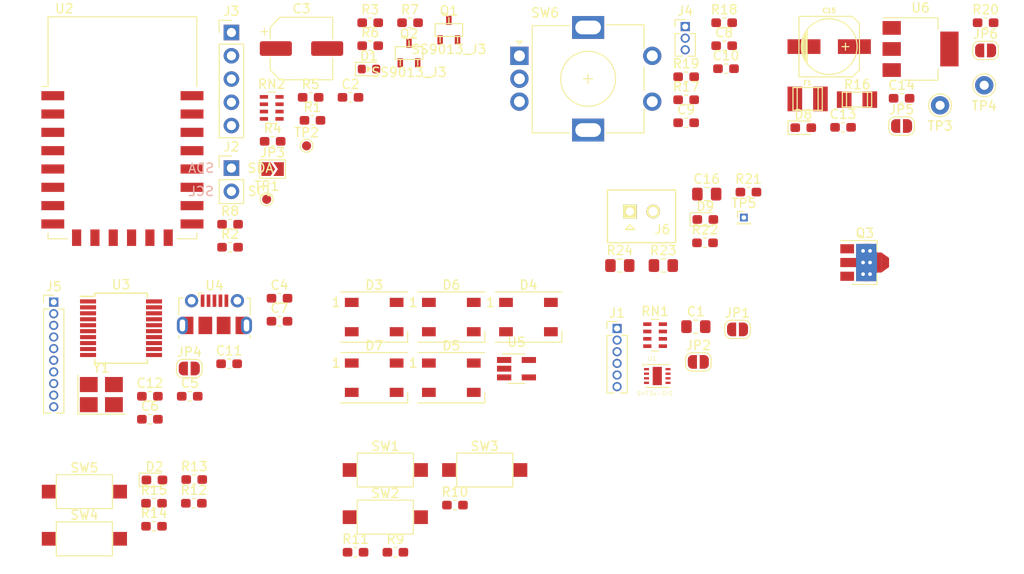
<source format=kicad_pcb>
(kicad_pcb (version 20171130) (host pcbnew 5.1.2-f72e74a~84~ubuntu18.04.1)

  (general
    (thickness 1.6)
    (drawings 0)
    (tracks 0)
    (zones 0)
    (modules 85)
    (nets 74)
  )

  (page A4)
  (layers
    (0 F.Cu signal)
    (31 B.Cu signal)
    (32 B.Adhes user)
    (33 F.Adhes user)
    (34 B.Paste user)
    (35 F.Paste user)
    (36 B.SilkS user)
    (37 F.SilkS user)
    (38 B.Mask user)
    (39 F.Mask user)
    (40 Dwgs.User user)
    (41 Cmts.User user)
    (42 Eco1.User user)
    (43 Eco2.User user)
    (44 Edge.Cuts user)
    (45 Margin user)
    (46 B.CrtYd user)
    (47 F.CrtYd user)
    (48 B.Fab user)
    (49 F.Fab user)
  )

  (setup
    (last_trace_width 0.25)
    (trace_clearance 0.2)
    (zone_clearance 0.508)
    (zone_45_only no)
    (trace_min 0.2)
    (via_size 0.8)
    (via_drill 0.4)
    (via_min_size 0.4)
    (via_min_drill 0.3)
    (uvia_size 0.3)
    (uvia_drill 0.1)
    (uvias_allowed no)
    (uvia_min_size 0.2)
    (uvia_min_drill 0.1)
    (edge_width 0.05)
    (segment_width 0.2)
    (pcb_text_width 0.3)
    (pcb_text_size 1.5 1.5)
    (mod_edge_width 0.12)
    (mod_text_size 1 1)
    (mod_text_width 0.15)
    (pad_size 1.524 1.524)
    (pad_drill 0.762)
    (pad_to_mask_clearance 0.051)
    (solder_mask_min_width 0.25)
    (aux_axis_origin 0 0)
    (visible_elements FFFFFF7F)
    (pcbplotparams
      (layerselection 0x010fc_ffffffff)
      (usegerberextensions false)
      (usegerberattributes false)
      (usegerberadvancedattributes false)
      (creategerberjobfile false)
      (excludeedgelayer true)
      (linewidth 0.100000)
      (plotframeref false)
      (viasonmask false)
      (mode 1)
      (useauxorigin false)
      (hpglpennumber 1)
      (hpglpenspeed 20)
      (hpglpendiameter 15.000000)
      (psnegative false)
      (psa4output false)
      (plotreference true)
      (plotvalue true)
      (plotinvisibletext false)
      (padsonsilk false)
      (subtractmaskfromsilk false)
      (outputformat 1)
      (mirror false)
      (drillshape 1)
      (scaleselection 1)
      (outputdirectory ""))
  )

  (net 0 "")
  (net 1 +3V3)
  (net 2 GND)
  (net 3 /esp12_core/nRST)
  (net 4 +5V)
  (net 5 "Net-(C7-Pad1)")
  (net 6 /rotary_encoder/A)
  (net 7 /rotary_encoder/B)
  (net 8 /esp12_core/GPIO14)
  (net 9 "Net-(C11-Pad1)")
  (net 10 "Net-(C12-Pad1)")
  (net 11 "Net-(C13-Pad1)")
  (net 12 "Net-(C14-Pad1)")
  (net 13 /motor/FAN0_N)
  (net 14 +12V)
  (net 15 "Net-(D1-Pad2)")
  (net 16 "Net-(D2-Pad2)")
  (net 17 /esp12_core/GPIO16)
  (net 18 VDD)
  (net 19 "Net-(D3-Pad2)")
  (net 20 "Net-(D3-Pad4)")
  (net 21 "Net-(D4-Pad2)")
  (net 22 "Net-(D5-Pad2)")
  (net 23 "Net-(D6-Pad2)")
  (net 24 "Net-(D7-Pad2)")
  (net 25 "Net-(D8-Pad1)")
  (net 26 "Net-(D9-Pad2)")
  (net 27 "Net-(F1-Pad1)")
  (net 28 /SHT3X/ALERT)
  (net 29 /SCL)
  (net 30 /SDA)
  (net 31 /SHT3X/NRST)
  (net 32 /esp12_core/INT)
  (net 33 /esp12_core/TXD0)
  (net 34 /WS2812/WS2812_IN)
  (net 35 /esp12_core/CH340T/CTS)
  (net 36 /esp12_core/CH340T/DSR)
  (net 37 /esp12_core/CH340T/RI)
  (net 38 /esp12_core/CH340T/DCD)
  (net 39 /esp12_core/DTR)
  (net 40 /esp12_core/RTS)
  (net 41 "Net-(JP1-Pad2)")
  (net 42 /SHT3X/ADDR)
  (net 43 "Net-(JP3-Pad2)")
  (net 44 "Net-(JP4-Pad1)")
  (net 45 "Net-(Q1-Pad1)")
  (net 46 "Net-(Q2-Pad1)")
  (net 47 /FAN0)
  (net 48 "Net-(Q3-Pad2)")
  (net 49 "Net-(Q3-Pad1)")
  (net 50 /esp12_core/GPIO2)
  (net 51 /esp12_core/EN)
  (net 52 /esp12_core/GPIO15)
  (net 53 "Net-(R9-Pad2)")
  (net 54 "Net-(R10-Pad2)")
  (net 55 "Net-(R11-Pad2)")
  (net 56 "Net-(R13-Pad2)")
  (net 57 "Net-(R14-Pad2)")
  (net 58 "Net-(R17-Pad1)")
  (net 59 "Net-(R18-Pad1)")
  (net 60 "Net-(R19-Pad1)")
  (net 61 "Net-(RN2-Pad5)")
  (net 62 "Net-(RN2-Pad4)")
  (net 63 /esp12_core/ADC)
  (net 64 /esp12_core/SPI_MOSI)
  (net 65 /esp12_core/SPI_MISO)
  (net 66 /esp12_core/GPIO9)
  (net 67 /esp12_core/GPIO10)
  (net 68 /esp12_core/SPI_INT)
  (net 69 /esp12_core/SPI_CLK)
  (net 70 "Net-(U3-Pad17)")
  (net 71 /esp12_core/CH340T/USB_N)
  (net 72 /esp12_core/CH340T/USB_P)
  (net 73 "Net-(U4-Pad4)")

  (net_class Default "This is the default net class."
    (clearance 0.2)
    (trace_width 0.25)
    (via_dia 0.8)
    (via_drill 0.4)
    (uvia_dia 0.3)
    (uvia_drill 0.1)
    (add_net +12V)
    (add_net +3V3)
    (add_net +5V)
    (add_net /FAN0)
    (add_net /SCL)
    (add_net /SDA)
    (add_net /SHT3X/ADDR)
    (add_net /SHT3X/ALERT)
    (add_net /SHT3X/NRST)
    (add_net /WS2812/WS2812_IN)
    (add_net /esp12_core/ADC)
    (add_net /esp12_core/CH340T/CTS)
    (add_net /esp12_core/CH340T/DCD)
    (add_net /esp12_core/CH340T/DSR)
    (add_net /esp12_core/CH340T/RI)
    (add_net /esp12_core/CH340T/USB_N)
    (add_net /esp12_core/CH340T/USB_P)
    (add_net /esp12_core/DTR)
    (add_net /esp12_core/EN)
    (add_net /esp12_core/GPIO10)
    (add_net /esp12_core/GPIO14)
    (add_net /esp12_core/GPIO15)
    (add_net /esp12_core/GPIO16)
    (add_net /esp12_core/GPIO2)
    (add_net /esp12_core/GPIO9)
    (add_net /esp12_core/INT)
    (add_net /esp12_core/RTS)
    (add_net /esp12_core/SPI_CLK)
    (add_net /esp12_core/SPI_INT)
    (add_net /esp12_core/SPI_MISO)
    (add_net /esp12_core/SPI_MOSI)
    (add_net /esp12_core/TXD0)
    (add_net /esp12_core/nRST)
    (add_net /motor/FAN0_N)
    (add_net /rotary_encoder/A)
    (add_net /rotary_encoder/B)
    (add_net GND)
    (add_net "Net-(C11-Pad1)")
    (add_net "Net-(C12-Pad1)")
    (add_net "Net-(C13-Pad1)")
    (add_net "Net-(C14-Pad1)")
    (add_net "Net-(C7-Pad1)")
    (add_net "Net-(D1-Pad2)")
    (add_net "Net-(D2-Pad2)")
    (add_net "Net-(D3-Pad2)")
    (add_net "Net-(D3-Pad4)")
    (add_net "Net-(D4-Pad2)")
    (add_net "Net-(D5-Pad2)")
    (add_net "Net-(D6-Pad2)")
    (add_net "Net-(D7-Pad2)")
    (add_net "Net-(D8-Pad1)")
    (add_net "Net-(D9-Pad2)")
    (add_net "Net-(F1-Pad1)")
    (add_net "Net-(JP1-Pad2)")
    (add_net "Net-(JP3-Pad2)")
    (add_net "Net-(JP4-Pad1)")
    (add_net "Net-(Q1-Pad1)")
    (add_net "Net-(Q2-Pad1)")
    (add_net "Net-(Q3-Pad1)")
    (add_net "Net-(Q3-Pad2)")
    (add_net "Net-(R10-Pad2)")
    (add_net "Net-(R11-Pad2)")
    (add_net "Net-(R13-Pad2)")
    (add_net "Net-(R14-Pad2)")
    (add_net "Net-(R17-Pad1)")
    (add_net "Net-(R18-Pad1)")
    (add_net "Net-(R19-Pad1)")
    (add_net "Net-(R9-Pad2)")
    (add_net "Net-(RN2-Pad4)")
    (add_net "Net-(RN2-Pad5)")
    (add_net "Net-(U3-Pad17)")
    (add_net "Net-(U4-Pad4)")
    (add_net VDD)
  )

  (module footprint-lib:OSC_3225 (layer F.Cu) (tedit 5D04FE26) (tstamp 5D112DC0)
    (at 29.1 60.42)
    (descr "Miniature Crystal Clock Oscillator Abracon ASE series, http://www.abracon.com/Oscillators/ASEseries.pdf, hand-soldering, 3.2x2.5mm^2 package")
    (tags "SMD SMT crystal oscillator hand-soldering 3225")
    (path /5CF23C1A/5D0FEE44/5D05E9C1)
    (attr smd)
    (fp_text reference Y1 (at 0 -2.925) (layer F.SilkS)
      (effects (font (size 1 1) (thickness 0.15)))
    )
    (fp_text value O_12M,3225 (at 0 2.925) (layer F.Fab)
      (effects (font (size 1 1) (thickness 0.15)))
    )
    (fp_text user %R (at 0 0) (layer F.Fab)
      (effects (font (size 0.7 0.7) (thickness 0.105)))
    )
    (fp_line (start -1.5 -1.25) (end 1.5 -1.25) (layer F.Fab) (width 0.1))
    (fp_line (start 1.5 -1.25) (end 1.6 -1.15) (layer F.Fab) (width 0.1))
    (fp_line (start 1.6 -1.15) (end 1.6 1.15) (layer F.Fab) (width 0.1))
    (fp_line (start 1.6 1.15) (end 1.5 1.25) (layer F.Fab) (width 0.1))
    (fp_line (start 1.5 1.25) (end -1.5 1.25) (layer F.Fab) (width 0.1))
    (fp_line (start -1.5 1.25) (end -1.6 1.15) (layer F.Fab) (width 0.1))
    (fp_line (start -1.6 1.15) (end -1.6 -1.15) (layer F.Fab) (width 0.1))
    (fp_line (start -1.6 -1.15) (end -1.5 -1.25) (layer F.Fab) (width 0.1))
    (fp_line (start -1.6 0.25) (end -0.6 1.25) (layer F.Fab) (width 0.1))
    (fp_line (start -2.55 -2.125) (end -2.55 2.125) (layer F.SilkS) (width 0.12))
    (fp_line (start -2.55 2.125) (end 2.55 2.125) (layer F.SilkS) (width 0.12))
    (fp_line (start -2.6 -2.2) (end -2.6 2.2) (layer F.CrtYd) (width 0.05))
    (fp_line (start -2.6 2.2) (end 2.6 2.2) (layer F.CrtYd) (width 0.05))
    (fp_line (start 2.6 2.2) (end 2.6 -2.2) (layer F.CrtYd) (width 0.05))
    (fp_line (start 2.6 -2.2) (end -2.6 -2.2) (layer F.CrtYd) (width 0.05))
    (fp_circle (center 0 0) (end 0.25 0) (layer F.Adhes) (width 0.1))
    (fp_circle (center 0 0) (end 0.208333 0) (layer F.Adhes) (width 0.083333))
    (fp_circle (center 0 0) (end 0.133333 0) (layer F.Adhes) (width 0.083333))
    (fp_circle (center 0 0) (end 0.058333 0) (layer F.Adhes) (width 0.116667))
    (pad 1 smd rect (at -1.375 1.1) (size 1.95 1.65) (layers F.Cu F.Paste F.Mask)
      (net 9 "Net-(C11-Pad1)"))
    (pad 2 smd rect (at 1.375 1.1) (size 1.95 1.65) (layers F.Cu F.Paste F.Mask)
      (net 2 GND))
    (pad 3 smd rect (at 1.375 -1.1) (size 1.95 1.65) (layers F.Cu F.Paste F.Mask)
      (net 10 "Net-(C12-Pad1)"))
    (pad 2 smd rect (at -1.375 -1.1) (size 1.95 1.65) (layers F.Cu F.Paste F.Mask)
      (net 2 GND))
    (model ${KISYS3DMOD}/Oscillator.3dshapes/Oscillator_SMD_Abracon_ASE-4Pin_3.2x2.5mm_HandSoldering.wrl
      (at (xyz 0 0 0))
      (scale (xyz 1 1 1))
      (rotate (xyz 0 0 0))
    )
    (model /home/logic/_workspace/kicad/kicad_library/kicad-packages3d/oscillator/OSC3225.STEP
      (at (xyz 0 0 0))
      (scale (xyz 1 1 1))
      (rotate (xyz 0 0 0))
    )
  )

  (module Package_TO_SOT_SMD:SOT-223-3_TabPin2 (layer F.Cu) (tedit 5A02FF57) (tstamp 5D112DA4)
    (at 118.53 22.69)
    (descr "module CMS SOT223 4 pins")
    (tags "CMS SOT")
    (path /5CF23C30/5C0AD747)
    (attr smd)
    (fp_text reference U6 (at 0 -4.5) (layer F.SilkS)
      (effects (font (size 1 1) (thickness 0.15)))
    )
    (fp_text value AMS1117-3.3 (at 0 4.5) (layer F.Fab)
      (effects (font (size 1 1) (thickness 0.15)))
    )
    (fp_line (start 1.85 -3.35) (end 1.85 3.35) (layer F.Fab) (width 0.1))
    (fp_line (start -1.85 3.35) (end 1.85 3.35) (layer F.Fab) (width 0.1))
    (fp_line (start -4.1 -3.41) (end 1.91 -3.41) (layer F.SilkS) (width 0.12))
    (fp_line (start -0.85 -3.35) (end 1.85 -3.35) (layer F.Fab) (width 0.1))
    (fp_line (start -1.85 3.41) (end 1.91 3.41) (layer F.SilkS) (width 0.12))
    (fp_line (start -1.85 -2.35) (end -1.85 3.35) (layer F.Fab) (width 0.1))
    (fp_line (start -1.85 -2.35) (end -0.85 -3.35) (layer F.Fab) (width 0.1))
    (fp_line (start -4.4 -3.6) (end -4.4 3.6) (layer F.CrtYd) (width 0.05))
    (fp_line (start -4.4 3.6) (end 4.4 3.6) (layer F.CrtYd) (width 0.05))
    (fp_line (start 4.4 3.6) (end 4.4 -3.6) (layer F.CrtYd) (width 0.05))
    (fp_line (start 4.4 -3.6) (end -4.4 -3.6) (layer F.CrtYd) (width 0.05))
    (fp_line (start 1.91 -3.41) (end 1.91 -2.15) (layer F.SilkS) (width 0.12))
    (fp_line (start 1.91 3.41) (end 1.91 2.15) (layer F.SilkS) (width 0.12))
    (fp_text user %R (at 0 0 90) (layer F.Fab)
      (effects (font (size 0.8 0.8) (thickness 0.12)))
    )
    (pad 1 smd rect (at -3.15 -2.3) (size 2 1.5) (layers F.Cu F.Paste F.Mask)
      (net 2 GND))
    (pad 3 smd rect (at -3.15 2.3) (size 2 1.5) (layers F.Cu F.Paste F.Mask)
      (net 11 "Net-(C13-Pad1)"))
    (pad 2 smd rect (at -3.15 0) (size 2 1.5) (layers F.Cu F.Paste F.Mask)
      (net 12 "Net-(C14-Pad1)"))
    (pad 2 smd rect (at 3.15 0) (size 2 3.8) (layers F.Cu F.Paste F.Mask)
      (net 12 "Net-(C14-Pad1)"))
    (model ${KISYS3DMOD}/Package_TO_SOT_SMD.3dshapes/SOT-223.wrl
      (at (xyz 0 0 0))
      (scale (xyz 1 1 1))
      (rotate (xyz 0 0 0))
    )
  )

  (module Package_TO_SOT_SMD:SOT-23-5_HandSoldering (layer F.Cu) (tedit 5A0AB76C) (tstamp 5D112D8E)
    (at 74.42 57.59)
    (descr "5-pin SOT23 package")
    (tags "SOT-23-5 hand-soldering")
    (path /5D0344F3/5BB9DE86)
    (attr smd)
    (fp_text reference U5 (at 0 -2.9) (layer F.SilkS)
      (effects (font (size 1 1) (thickness 0.15)))
    )
    (fp_text value 74AHCT1G125 (at 0 2.9) (layer F.Fab)
      (effects (font (size 1 1) (thickness 0.15)))
    )
    (fp_line (start 2.38 1.8) (end -2.38 1.8) (layer F.CrtYd) (width 0.05))
    (fp_line (start 2.38 1.8) (end 2.38 -1.8) (layer F.CrtYd) (width 0.05))
    (fp_line (start -2.38 -1.8) (end -2.38 1.8) (layer F.CrtYd) (width 0.05))
    (fp_line (start -2.38 -1.8) (end 2.38 -1.8) (layer F.CrtYd) (width 0.05))
    (fp_line (start 0.9 -1.55) (end 0.9 1.55) (layer F.Fab) (width 0.1))
    (fp_line (start 0.9 1.55) (end -0.9 1.55) (layer F.Fab) (width 0.1))
    (fp_line (start -0.9 -0.9) (end -0.9 1.55) (layer F.Fab) (width 0.1))
    (fp_line (start 0.9 -1.55) (end -0.25 -1.55) (layer F.Fab) (width 0.1))
    (fp_line (start -0.9 -0.9) (end -0.25 -1.55) (layer F.Fab) (width 0.1))
    (fp_line (start 0.9 -1.61) (end -1.55 -1.61) (layer F.SilkS) (width 0.12))
    (fp_line (start -0.9 1.61) (end 0.9 1.61) (layer F.SilkS) (width 0.12))
    (fp_text user %R (at 0 0 90) (layer F.Fab)
      (effects (font (size 0.5 0.5) (thickness 0.075)))
    )
    (pad 5 smd rect (at 1.35 -0.95) (size 1.56 0.65) (layers F.Cu F.Paste F.Mask)
      (net 4 +5V))
    (pad 4 smd rect (at 1.35 0.95) (size 1.56 0.65) (layers F.Cu F.Paste F.Mask)
      (net 20 "Net-(D3-Pad4)"))
    (pad 3 smd rect (at -1.35 0.95) (size 1.56 0.65) (layers F.Cu F.Paste F.Mask)
      (net 2 GND))
    (pad 2 smd rect (at -1.35 0) (size 1.56 0.65) (layers F.Cu F.Paste F.Mask)
      (net 34 /WS2812/WS2812_IN))
    (pad 1 smd rect (at -1.35 -0.95) (size 1.56 0.65) (layers F.Cu F.Paste F.Mask)
      (net 2 GND))
    (model ${KISYS3DMOD}/Package_TO_SOT_SMD.3dshapes/SOT-23-5.wrl
      (at (xyz 0 0 0))
      (scale (xyz 1 1 1))
      (rotate (xyz 0 0 0))
    )
  )

  (module footprint-lib:USB_Micro-B_Molex-105017-0001 (layer F.Cu) (tedit 5CF4B89B) (tstamp 5D112D79)
    (at 41.45 51.63)
    (descr http://www.molex.com/pdm_docs/sd/1050170001_sd.pdf)
    (tags "Micro-USB SMD Typ-B")
    (path /5CF23C1A/5D0FEE44/5D058DA8)
    (attr smd)
    (fp_text reference U4 (at 0 -3.1125) (layer F.SilkS)
      (effects (font (size 1 1) (thickness 0.15)))
    )
    (fp_text value USB_Micro (at 0.3 4.3375) (layer F.Fab)
      (effects (font (size 1 1) (thickness 0.15)))
    )
    (fp_line (start -1.1 -2.1225) (end -1.1 -1.9125) (layer F.Fab) (width 0.1))
    (fp_line (start -1.5 -2.1225) (end -1.5 -1.9125) (layer F.Fab) (width 0.1))
    (fp_line (start -1.5 -2.1225) (end -1.1 -2.1225) (layer F.Fab) (width 0.1))
    (fp_line (start -1.1 -1.9125) (end -1.3 -1.7125) (layer F.Fab) (width 0.1))
    (fp_line (start -1.3 -1.7125) (end -1.5 -1.9125) (layer F.Fab) (width 0.1))
    (fp_line (start -1.7 -2.3125) (end -1.7 -1.8625) (layer F.SilkS) (width 0.12))
    (fp_line (start -1.7 -2.3125) (end -1.25 -2.3125) (layer F.SilkS) (width 0.12))
    (fp_line (start 3.9 -1.7625) (end 3.45 -1.7625) (layer F.SilkS) (width 0.12))
    (fp_line (start 3.9 0.0875) (end 3.9 -1.7625) (layer F.SilkS) (width 0.12))
    (fp_line (start -3.9 2.6375) (end -3.9 2.3875) (layer F.SilkS) (width 0.12))
    (fp_line (start -3.75 3.3875) (end -3.75 -1.6125) (layer F.Fab) (width 0.1))
    (fp_line (start -3.75 -1.6125) (end 3.75 -1.6125) (layer F.Fab) (width 0.1))
    (fp_line (start -3.75 3.389204) (end 3.75 3.389204) (layer F.Fab) (width 0.1))
    (fp_line (start -3 2.689204) (end 3 2.689204) (layer F.Fab) (width 0.1))
    (fp_line (start 3.75 3.3875) (end 3.75 -1.6125) (layer F.Fab) (width 0.1))
    (fp_line (start 3.9 2.6375) (end 3.9 2.3875) (layer F.SilkS) (width 0.12))
    (fp_line (start -3.9 0.0875) (end -3.9 -1.7625) (layer F.SilkS) (width 0.12))
    (fp_line (start -3.9 -1.7625) (end -3.45 -1.7625) (layer F.SilkS) (width 0.12))
    (fp_line (start -4.4 3.64) (end -4.4 -2.46) (layer F.CrtYd) (width 0.05))
    (fp_line (start -4.4 -2.46) (end 4.4 -2.46) (layer F.CrtYd) (width 0.05))
    (fp_line (start 4.4 -2.46) (end 4.4 3.64) (layer F.CrtYd) (width 0.05))
    (fp_line (start -4.4 3.64) (end 4.4 3.64) (layer F.CrtYd) (width 0.05))
    (fp_text user %R (at 0 0.8875) (layer F.Fab)
      (effects (font (size 1 1) (thickness 0.15)))
    )
    (fp_text user "PCB Edge" (at 0 3.2) (layer Dwgs.User)
      (effects (font (size 0.5 0.5) (thickness 0.08)))
    )
    (pad 6 smd rect (at -2.9 1.2375) (size 1.2 1.9) (layers F.Cu F.Mask)
      (net 2 GND))
    (pad 7 smd rect (at 2.9 1.2375) (size 1.2 1.9) (layers F.Cu F.Mask)
      (net 2 GND))
    (pad 7 thru_hole oval (at 3.5 1.2375) (size 1.2 1.9) (drill oval 0.6 1.3) (layers *.Cu *.Mask)
      (net 2 GND))
    (pad 6 thru_hole oval (at -3.5 1.2375 180) (size 1.2 1.9) (drill oval 0.6 1.3) (layers *.Cu *.Mask)
      (net 2 GND))
    (pad 6 smd rect (at -1 1.2375) (size 1.5 1.9) (layers F.Cu F.Paste F.Mask)
      (net 2 GND))
    (pad 9 thru_hole circle (at 2.5 -1.4625) (size 1.45 1.45) (drill 0.85) (layers *.Cu *.Mask)
      (net 2 GND))
    (pad 3 smd rect (at 0 -1.4625) (size 0.4 1.35) (layers F.Cu F.Paste F.Mask)
      (net 72 /esp12_core/CH340T/USB_P))
    (pad 4 smd rect (at 0.65 -1.4625) (size 0.4 1.35) (layers F.Cu F.Paste F.Mask)
      (net 73 "Net-(U4-Pad4)"))
    (pad 5 smd rect (at 1.3 -1.4625) (size 0.4 1.35) (layers F.Cu F.Paste F.Mask)
      (net 2 GND))
    (pad 1 smd rect (at -1.3 -1.4625) (size 0.4 1.35) (layers F.Cu F.Paste F.Mask)
      (net 4 +5V))
    (pad 2 smd rect (at -0.65 -1.4625) (size 0.4 1.35) (layers F.Cu F.Paste F.Mask)
      (net 71 /esp12_core/CH340T/USB_N))
    (pad 8 thru_hole circle (at -2.5 -1.4625) (size 1.45 1.45) (drill 0.85) (layers *.Cu *.Mask)
      (net 2 GND))
    (pad 7 smd rect (at 1 1.2375) (size 1.5 1.9) (layers F.Cu F.Paste F.Mask)
      (net 2 GND))
    (model /home/logic/_workspace/kicad/kicad_library/kicad-packages3d/Connector_USB_Extra.3dshapes/USB_Micro-B_Molex-105017-0001.wrl
      (at (xyz 0 0 0))
      (scale (xyz 1.1 1 1))
      (rotate (xyz 0 0 0))
    )
  )

  (module footprint-lib:CH340T_SSOP-20 (layer F.Cu) (tedit 5D04F973) (tstamp 5D112D50)
    (at 31.25 53.17)
    (descr CH340T_SSOP-20)
    (tags CH340T)
    (path /5CF23C1A/5D0FEE44/5D05D663)
    (attr smd)
    (fp_text reference U3 (at 0 -4.75) (layer F.SilkS)
      (effects (font (size 1 1) (thickness 0.15)))
    )
    (fp_text value CH340T (at 0 4.75) (layer F.Fab)
      (effects (font (size 1 1) (thickness 0.15)))
    )
    (fp_text user %R (at 0 0) (layer F.Fab)
      (effects (font (size 0.8 0.8) (thickness 0.15)))
    )
    (fp_line (start -2.875 -3.475) (end -4.475 -3.475) (layer F.SilkS) (width 0.15))
    (fp_line (start -2.875 3.825) (end 2.875 3.825) (layer F.SilkS) (width 0.15))
    (fp_line (start -2.875 -3.825) (end 2.875 -3.825) (layer F.SilkS) (width 0.15))
    (fp_line (start -2.875 3.825) (end -2.875 3.375) (layer F.SilkS) (width 0.15))
    (fp_line (start 2.875 3.825) (end 2.875 3.375) (layer F.SilkS) (width 0.15))
    (fp_line (start 2.875 -3.825) (end 2.875 -3.375) (layer F.SilkS) (width 0.15))
    (fp_line (start -2.875 -3.825) (end -2.875 -3.475) (layer F.SilkS) (width 0.15))
    (fp_line (start -4.75 4) (end 4.75 4) (layer F.CrtYd) (width 0.05))
    (fp_line (start -4.75 -4) (end 4.75 -4) (layer F.CrtYd) (width 0.05))
    (fp_line (start 4.75 -4) (end 4.75 4) (layer F.CrtYd) (width 0.05))
    (fp_line (start -4.75 -4) (end -4.75 4) (layer F.CrtYd) (width 0.05))
    (fp_line (start -2.65 -2.6) (end -1.65 -3.6) (layer F.Fab) (width 0.15))
    (fp_line (start -2.65 3.6) (end -2.65 -2.6) (layer F.Fab) (width 0.15))
    (fp_line (start 2.65 3.6) (end -2.65 3.6) (layer F.Fab) (width 0.15))
    (fp_line (start 2.65 -3.6) (end 2.65 3.6) (layer F.Fab) (width 0.15))
    (fp_line (start -1.65 -3.6) (end 2.65 -3.6) (layer F.Fab) (width 0.15))
    (pad 20 smd rect (at 3.6 -2.925) (size 1.75 0.45) (layers F.Cu F.Paste F.Mask)
      (net 44 "Net-(JP4-Pad1)"))
    (pad 19 smd rect (at 3.6 -2.275) (size 1.75 0.45) (layers F.Cu F.Paste F.Mask)
      (net 4 +5V))
    (pad 18 smd rect (at 3.6 -1.625) (size 1.75 0.45) (layers F.Cu F.Paste F.Mask))
    (pad 17 smd rect (at 3.6 -0.975) (size 1.75 0.45) (layers F.Cu F.Paste F.Mask)
      (net 70 "Net-(U3-Pad17)"))
    (pad 16 smd rect (at 3.6 -0.325) (size 1.75 0.45) (layers F.Cu F.Paste F.Mask)
      (net 40 /esp12_core/RTS))
    (pad 15 smd rect (at 3.6 0.325) (size 1.75 0.45) (layers F.Cu F.Paste F.Mask)
      (net 39 /esp12_core/DTR))
    (pad 14 smd rect (at 3.6 0.975) (size 1.75 0.45) (layers F.Cu F.Paste F.Mask)
      (net 38 /esp12_core/CH340T/DCD))
    (pad 13 smd rect (at 3.6 1.625) (size 1.75 0.45) (layers F.Cu F.Paste F.Mask)
      (net 37 /esp12_core/CH340T/RI))
    (pad 12 smd rect (at 3.6 2.275) (size 1.75 0.45) (layers F.Cu F.Paste F.Mask)
      (net 36 /esp12_core/CH340T/DSR))
    (pad 11 smd rect (at 3.6 2.925) (size 1.75 0.45) (layers F.Cu F.Paste F.Mask)
      (net 35 /esp12_core/CH340T/CTS))
    (pad 10 smd rect (at -3.6 2.925) (size 1.75 0.45) (layers F.Cu F.Paste F.Mask)
      (net 10 "Net-(C12-Pad1)"))
    (pad 9 smd rect (at -3.6 2.275) (size 1.75 0.45) (layers F.Cu F.Paste F.Mask)
      (net 9 "Net-(C11-Pad1)"))
    (pad 8 smd rect (at -3.6 1.625) (size 1.75 0.45) (layers F.Cu F.Paste F.Mask)
      (net 2 GND))
    (pad 7 smd rect (at -3.6 0.975) (size 1.75 0.45) (layers F.Cu F.Paste F.Mask)
      (net 71 /esp12_core/CH340T/USB_N))
    (pad 6 smd rect (at -3.6 0.325) (size 1.75 0.45) (layers F.Cu F.Paste F.Mask)
      (net 72 /esp12_core/CH340T/USB_P))
    (pad 5 smd rect (at -3.6 -0.325) (size 1.75 0.45) (layers F.Cu F.Paste F.Mask)
      (net 5 "Net-(C7-Pad1)"))
    (pad 4 smd rect (at -3.6 -0.975) (size 1.75 0.45) (layers F.Cu F.Paste F.Mask)
      (net 34 /WS2812/WS2812_IN))
    (pad 3 smd rect (at -3.6 -1.625) (size 1.75 0.45) (layers F.Cu F.Paste F.Mask)
      (net 33 /esp12_core/TXD0))
    (pad 2 smd rect (at -3.6 -2.275) (size 1.75 0.45) (layers F.Cu F.Paste F.Mask))
    (pad 1 smd rect (at -3.6 -2.925) (size 1.75 0.45) (layers F.Cu F.Paste F.Mask))
    (model ${KISYS3DMOD}/Package_SO.3dshapes/SSOP-20_5.3x7.2mm_P0.65mm.wrl
      (at (xyz 0 0 0))
      (scale (xyz 1 1 1))
      (rotate (xyz 0 0 0))
    )
  )

  (module footprint-lib:ESP-12E (layer F.Cu) (tedit 5CF0B94B) (tstamp 5D112D27)
    (at 31.4 31.29)
    (descr "Wi-Fi Module, http://wiki.ai-thinker.com/_media/esp8266/docs/aithinker_esp_12f_datasheet_en.pdf")
    (tags "Wi-Fi Module")
    (path /5CF23C1A/5CD4D9E6)
    (attr smd)
    (fp_text reference U2 (at -6.35 -13.0175) (layer F.SilkS)
      (effects (font (size 1 1) (thickness 0.15)))
    )
    (fp_text value ESP12 (at -0.06 -12.78) (layer F.Fab)
      (effects (font (size 1 1) (thickness 0.15)))
    )
    (fp_text user Antenna (at -0.06 -7 180) (layer Cmts.User)
      (effects (font (size 1 1) (thickness 0.15)))
    )
    (fp_text user "KEEP-OUT ZONE" (at 0.03 -9.55 180) (layer Cmts.User)
      (effects (font (size 1 1) (thickness 0.15)))
    )
    (fp_text user %R (at 0.49 -0.8) (layer F.Fab)
      (effects (font (size 1 1) (thickness 0.15)))
    )
    (fp_line (start -8 -12) (end 8 -12) (layer F.Fab) (width 0.12))
    (fp_line (start 8 -12) (end 8 12) (layer F.Fab) (width 0.12))
    (fp_line (start 8 12) (end -8 12) (layer F.Fab) (width 0.12))
    (fp_line (start -8 12) (end -8 -3) (layer F.Fab) (width 0.12))
    (fp_line (start -8 -3) (end -7.5 -3.5) (layer F.Fab) (width 0.12))
    (fp_line (start -7.5 -3.5) (end -8 -4) (layer F.Fab) (width 0.12))
    (fp_line (start -8 -4) (end -8 -12) (layer F.Fab) (width 0.12))
    (fp_line (start -9.05 -12.2) (end 9.05 -12.2) (layer F.CrtYd) (width 0.05))
    (fp_line (start 9.05 -12.2) (end 9.05 13.1) (layer F.CrtYd) (width 0.05))
    (fp_line (start 9.05 13.1) (end -9.05 13.1) (layer F.CrtYd) (width 0.05))
    (fp_line (start -9.05 13.1) (end -9.05 -12.2) (layer F.CrtYd) (width 0.05))
    (fp_line (start -8.12 -12.12) (end 8.12 -12.12) (layer F.SilkS) (width 0.12))
    (fp_line (start 8.12 -12.12) (end 8.12 -4.5) (layer F.SilkS) (width 0.12))
    (fp_line (start 8.12 11.5) (end 8.12 12.12) (layer F.SilkS) (width 0.12))
    (fp_line (start 8.12 12.12) (end 6 12.12) (layer F.SilkS) (width 0.12))
    (fp_line (start -6 12.12) (end -8.12 12.12) (layer F.SilkS) (width 0.12))
    (fp_line (start -8.12 12.12) (end -8.12 11.5) (layer F.SilkS) (width 0.12))
    (fp_line (start -8.12 -4.5) (end -8.12 -12.12) (layer F.SilkS) (width 0.12))
    (fp_line (start -8.12 -4.5) (end -8.73 -4.5) (layer F.SilkS) (width 0.12))
    (fp_line (start -8.12 -12.12) (end 8.12 -12.12) (layer Dwgs.User) (width 0.12))
    (fp_line (start 8.12 -12.12) (end 8.12 -4.8) (layer Dwgs.User) (width 0.12))
    (fp_line (start 8.12 -4.8) (end -8.12 -4.8) (layer Dwgs.User) (width 0.12))
    (fp_line (start -8.12 -4.8) (end -8.12 -12.12) (layer Dwgs.User) (width 0.12))
    (fp_line (start -8.12 -9.12) (end -5.12 -12.12) (layer Dwgs.User) (width 0.12))
    (fp_line (start -8.12 -6.12) (end -2.12 -12.12) (layer Dwgs.User) (width 0.12))
    (fp_line (start -6.44 -4.8) (end 0.88 -12.12) (layer Dwgs.User) (width 0.12))
    (fp_line (start -3.44 -4.8) (end 3.88 -12.12) (layer Dwgs.User) (width 0.12))
    (fp_line (start -0.44 -4.8) (end 6.88 -12.12) (layer Dwgs.User) (width 0.12))
    (fp_line (start 2.56 -4.8) (end 8.12 -10.36) (layer Dwgs.User) (width 0.12))
    (fp_line (start 5.56 -4.8) (end 8.12 -7.36) (layer Dwgs.User) (width 0.12))
    (pad "" np_thru_hole oval (at 0 3.048 90) (size 12 7) (drill oval 12 7) (layers *.Cu *.Mask)
      (solder_mask_margin 1) (clearance 1))
    (pad 1 smd rect (at -7.6 -3.5) (size 2.5 1) (layers F.Cu F.Paste F.Mask)
      (net 3 /esp12_core/nRST))
    (pad 2 smd rect (at -7.6 -1.5) (size 2.5 1) (layers F.Cu F.Paste F.Mask)
      (net 63 /esp12_core/ADC))
    (pad 3 smd rect (at -7.6 0.5) (size 2.5 1) (layers F.Cu F.Paste F.Mask)
      (net 51 /esp12_core/EN))
    (pad 4 smd rect (at -7.6 2.5) (size 2.5 1) (layers F.Cu F.Paste F.Mask)
      (net 17 /esp12_core/GPIO16))
    (pad 5 smd rect (at -7.6 4.5) (size 2.5 1) (layers F.Cu F.Paste F.Mask)
      (net 8 /esp12_core/GPIO14))
    (pad 6 smd rect (at -7.6 6.5) (size 2.5 1) (layers F.Cu F.Paste F.Mask)
      (net 7 /rotary_encoder/B))
    (pad 7 smd rect (at -7.6 8.5) (size 2.5 1) (layers F.Cu F.Paste F.Mask)
      (net 6 /rotary_encoder/A))
    (pad 8 smd rect (at -7.6 10.5) (size 2.5 1) (layers F.Cu F.Paste F.Mask)
      (net 43 "Net-(JP3-Pad2)"))
    (pad 9 smd rect (at -5 12) (size 1 1.8) (layers F.Cu F.Paste F.Mask)
      (net 64 /esp12_core/SPI_MOSI))
    (pad 10 smd rect (at -3 12) (size 1 1.8) (layers F.Cu F.Paste F.Mask)
      (net 65 /esp12_core/SPI_MISO))
    (pad 11 smd rect (at -1 12) (size 1 1.8) (layers F.Cu F.Paste F.Mask)
      (net 66 /esp12_core/GPIO9))
    (pad 12 smd rect (at 1 12) (size 1 1.8) (layers F.Cu F.Paste F.Mask)
      (net 67 /esp12_core/GPIO10))
    (pad 13 smd rect (at 3 12) (size 1 1.8) (layers F.Cu F.Paste F.Mask)
      (net 68 /esp12_core/SPI_INT))
    (pad 14 smd rect (at 5 12) (size 1 1.8) (layers F.Cu F.Paste F.Mask)
      (net 69 /esp12_core/SPI_CLK))
    (pad 15 smd rect (at 7.6 10.5) (size 2.5 1) (layers F.Cu F.Paste F.Mask)
      (net 2 GND))
    (pad 16 smd rect (at 7.6 8.5) (size 2.5 1) (layers F.Cu F.Paste F.Mask)
      (net 52 /esp12_core/GPIO15))
    (pad 17 smd rect (at 7.6 6.5) (size 2.5 1) (layers F.Cu F.Paste F.Mask)
      (net 50 /esp12_core/GPIO2))
    (pad 18 smd rect (at 7.6 4.5) (size 2.5 1) (layers F.Cu F.Paste F.Mask)
      (net 47 /FAN0))
    (pad 19 smd rect (at 7.6 2.5) (size 2.5 1) (layers F.Cu F.Paste F.Mask)
      (net 30 /SDA))
    (pad 20 smd rect (at 7.6 0.5) (size 2.5 1) (layers F.Cu F.Paste F.Mask)
      (net 29 /SCL))
    (pad 21 smd rect (at 7.6 -1.5) (size 2.5 1) (layers F.Cu F.Paste F.Mask)
      (net 34 /WS2812/WS2812_IN))
    (pad 22 smd rect (at 7.6 -3.5) (size 2.5 1) (layers F.Cu F.Paste F.Mask)
      (net 33 /esp12_core/TXD0))
    (model ${KISYS3DMOD}/RF_Module.3dshapes/ESP-12E.wrl
      (at (xyz 0 0 0))
      (scale (xyz 1 1 1))
      (rotate (xyz 0 0 0))
    )
    (model "/home/logic/_workspace/kicad/kicad_library/espressif/ESP8266 single.stp"
      (offset (xyz -8 -12 0))
      (scale (xyz 1 1 1))
      (rotate (xyz -90 0 90))
    )
  )

  (module footprint-lib:SHT3x-DIS (layer F.Cu) (tedit 5CFA0B3B) (tstamp 5D112CEB)
    (at 89.7885 58.3885)
    (path /5CF23B0A/5CFA0226)
    (attr smd)
    (fp_text reference U1 (at -0.583644 -1.91413) (layer F.SilkS)
      (effects (font (size 0.482349 0.482349) (thickness 0.05)))
    )
    (fp_text value SHT3x-DIS (at -0.27733 1.90426) (layer F.SilkS)
      (effects (font (size 0.482296 0.482296) (thickness 0.05)))
    )
    (fp_circle (center 0 0) (end 0.75 0) (layer Eco2.User) (width 0.127))
    (fp_line (start 1.75 -1.5) (end -1.75 -1.5) (layer Eco1.User) (width 0.127))
    (fp_line (start 1.75 1.5) (end 1.75 -1.5) (layer Eco1.User) (width 0.127))
    (fp_line (start -1.75 1.5) (end 1.75 1.5) (layer Eco1.User) (width 0.127))
    (fp_line (start -1.75 -1.5) (end -1.75 1.5) (layer Eco1.User) (width 0.127))
    (fp_circle (center -1.5 -1.2) (end -1.4 -1.2) (layer F.SilkS) (width 0.1))
    (fp_poly (pts (xy -0.451607 -0.8) (xy 0.45 -0.8) (xy 0.45 0.802858) (xy -0.451607 0.802858)) (layer F.Paste) (width 0))
    (fp_line (start -1.25 -1.25) (end -1.25 1.25) (layer Eco2.User) (width 0.127))
    (fp_line (start 1.25 -1.25) (end -1.25 -1.25) (layer F.SilkS) (width 0.127))
    (fp_line (start 1.25 1.25) (end 1.25 -1.25) (layer Eco2.User) (width 0.127))
    (fp_line (start -1.25 1.25) (end 1.25 1.25) (layer F.SilkS) (width 0.127))
    (pad PAD smd rect (at 0 0) (size 1 2) (layers F.Cu F.Paste F.Mask)
      (net 2 GND))
    (pad 5 smd rect (at 1.175 0.75) (size 0.55 0.25) (layers F.Cu F.Paste F.Mask)
      (net 1 +3V3))
    (pad 6 smd rect (at 1.175 0.25) (size 0.55 0.25) (layers F.Cu F.Paste F.Mask)
      (net 31 /SHT3X/NRST))
    (pad 7 smd rect (at 1.175 -0.25) (size 0.55 0.25) (layers F.Cu F.Paste F.Mask)
      (net 2 GND))
    (pad 8 smd rect (at 1.175 -0.75) (size 0.55 0.25) (layers F.Cu F.Paste F.Mask)
      (net 2 GND))
    (pad 4 smd rect (at -1.175 0.75) (size 0.55 0.25) (layers F.Cu F.Paste F.Mask)
      (net 29 /SCL))
    (pad 3 smd rect (at -1.175 0.25) (size 0.55 0.25) (layers F.Cu F.Paste F.Mask)
      (net 28 /SHT3X/ALERT))
    (pad 2 smd rect (at -1.175 -0.25) (size 0.55 0.25) (layers F.Cu F.Paste F.Mask)
      (net 42 /SHT3X/ADDR))
    (pad 1 smd rect (at -1.175 -0.75) (size 0.55 0.25) (layers F.Cu F.Paste F.Mask)
      (net 30 /SDA))
    (model /home/logic/_workspace/kicad/kicad_library/kicad-packages3d/Sensirion_Humidity_SHT3x_STEP-file.step
      (at (xyz 0 0 0))
      (scale (xyz 1 1 1))
      (rotate (xyz 0 0 0))
    )
  )

  (module Connector_PinHeader_1.00mm:PinHeader_1x01_P1.00mm_Vertical (layer F.Cu) (tedit 59FED738) (tstamp 5D112CD3)
    (at 99.24 41.09)
    (descr "Through hole straight pin header, 1x01, 1.00mm pitch, single row")
    (tags "Through hole pin header THT 1x01 1.00mm single row")
    (path /5D0F9966/5CE017DB)
    (fp_text reference TP5 (at 0 -1.56) (layer F.SilkS)
      (effects (font (size 1 1) (thickness 0.15)))
    )
    (fp_text value FAN0_EN_TP (at 0 1.56) (layer F.Fab)
      (effects (font (size 1 1) (thickness 0.15)))
    )
    (fp_text user %R (at 0 0 90) (layer F.Fab)
      (effects (font (size 0.76 0.76) (thickness 0.114)))
    )
    (fp_line (start 1.15 -1) (end -1.15 -1) (layer F.CrtYd) (width 0.05))
    (fp_line (start 1.15 1) (end 1.15 -1) (layer F.CrtYd) (width 0.05))
    (fp_line (start -1.15 1) (end 1.15 1) (layer F.CrtYd) (width 0.05))
    (fp_line (start -1.15 -1) (end -1.15 1) (layer F.CrtYd) (width 0.05))
    (fp_line (start -0.695 -0.685) (end 0 -0.685) (layer F.SilkS) (width 0.12))
    (fp_line (start -0.695 0) (end -0.695 -0.685) (layer F.SilkS) (width 0.12))
    (fp_line (start 0.608276 0.685) (end 0.695 0.685) (layer F.SilkS) (width 0.12))
    (fp_line (start -0.695 0.685) (end -0.608276 0.685) (layer F.SilkS) (width 0.12))
    (fp_line (start 0.695 0.685) (end 0.695 0.56) (layer F.SilkS) (width 0.12))
    (fp_line (start -0.695 0.685) (end -0.695 0.56) (layer F.SilkS) (width 0.12))
    (fp_line (start -0.695 0.685) (end 0.695 0.685) (layer F.SilkS) (width 0.12))
    (fp_line (start -0.635 -0.1825) (end -0.3175 -0.5) (layer F.Fab) (width 0.1))
    (fp_line (start -0.635 0.5) (end -0.635 -0.1825) (layer F.Fab) (width 0.1))
    (fp_line (start 0.635 0.5) (end -0.635 0.5) (layer F.Fab) (width 0.1))
    (fp_line (start 0.635 -0.5) (end 0.635 0.5) (layer F.Fab) (width 0.1))
    (fp_line (start -0.3175 -0.5) (end 0.635 -0.5) (layer F.Fab) (width 0.1))
    (pad 1 thru_hole rect (at 0 0) (size 0.85 0.85) (drill 0.5) (layers *.Cu *.Mask)
      (net 47 /FAN0))
    (model ${KISYS3DMOD}/Connector_PinHeader_1.00mm.3dshapes/PinHeader_1x01_P1.00mm_Vertical.wrl
      (at (xyz 0 0 0))
      (scale (xyz 1 1 1))
      (rotate (xyz 0 0 0))
    )
  )

  (module Connector_Pin:Pin_D1.0mm_L10.0mm (layer F.Cu) (tedit 5A1DC084) (tstamp 5D112CBD)
    (at 125.48 26.65)
    (descr "solder Pin_ diameter 1.0mm, hole diameter 1.0mm (press fit), length 10.0mm")
    (tags "solder Pin_ press fit")
    (path /5CF23C30/5D00EAB8)
    (fp_text reference TP4 (at 0 2.25) (layer F.SilkS)
      (effects (font (size 1 1) (thickness 0.15)))
    )
    (fp_text value TP_5V (at 0 -2.05) (layer F.Fab)
      (effects (font (size 1 1) (thickness 0.15)))
    )
    (fp_circle (center 0 0) (end 1.25 0.05) (layer F.SilkS) (width 0.12))
    (fp_circle (center 0 0) (end 1 0) (layer F.Fab) (width 0.12))
    (fp_circle (center 0 0) (end 0.5 0) (layer F.Fab) (width 0.12))
    (fp_circle (center 0 0) (end 1.5 0) (layer F.CrtYd) (width 0.05))
    (fp_text user %R (at 0 2.25) (layer F.Fab)
      (effects (font (size 1 1) (thickness 0.15)))
    )
    (pad 1 thru_hole circle (at 0 0) (size 2 2) (drill 1) (layers *.Cu *.Mask)
      (net 4 +5V))
    (model ${KISYS3DMOD}/Connector_Pin.3dshapes/Pin_D1.0mm_L10.0mm.wrl
      (at (xyz 0 0 0))
      (scale (xyz 1 1 1))
      (rotate (xyz 0 0 0))
    )
  )

  (module Connector_Pin:Pin_D1.0mm_L10.0mm (layer F.Cu) (tedit 5A1DC084) (tstamp 5D112CB3)
    (at 120.66 28.84)
    (descr "solder Pin_ diameter 1.0mm, hole diameter 1.0mm (press fit), length 10.0mm")
    (tags "solder Pin_ press fit")
    (path /5CF23C30/5D00DAC3)
    (fp_text reference TP3 (at 0 2.25) (layer F.SilkS)
      (effects (font (size 1 1) (thickness 0.15)))
    )
    (fp_text value TP_3V3 (at 0 -2.05) (layer F.Fab)
      (effects (font (size 1 1) (thickness 0.15)))
    )
    (fp_circle (center 0 0) (end 1.25 0.05) (layer F.SilkS) (width 0.12))
    (fp_circle (center 0 0) (end 1 0) (layer F.Fab) (width 0.12))
    (fp_circle (center 0 0) (end 0.5 0) (layer F.Fab) (width 0.12))
    (fp_circle (center 0 0) (end 1.5 0) (layer F.CrtYd) (width 0.05))
    (fp_text user %R (at 0 2.25) (layer F.Fab)
      (effects (font (size 1 1) (thickness 0.15)))
    )
    (pad 1 thru_hole circle (at 0 0) (size 2 2) (drill 1) (layers *.Cu *.Mask)
      (net 1 +3V3))
    (model ${KISYS3DMOD}/Connector_Pin.3dshapes/Pin_D1.0mm_L10.0mm.wrl
      (at (xyz 0 0 0))
      (scale (xyz 1 1 1))
      (rotate (xyz 0 0 0))
    )
  )

  (module TestPoint:TestPoint_Pad_D1.0mm (layer F.Cu) (tedit 5A0F774F) (tstamp 5D112CA9)
    (at 51.5 33.26)
    (descr "SMD pad as test Point, diameter 1.0mm")
    (tags "test point SMD pad")
    (path /5CF23C1A/5D0802FF)
    (attr virtual)
    (fp_text reference TP2 (at 0 -1.448) (layer F.SilkS)
      (effects (font (size 1 1) (thickness 0.15)))
    )
    (fp_text value TXD0 (at 0 1.55) (layer F.Fab)
      (effects (font (size 1 1) (thickness 0.15)))
    )
    (fp_circle (center 0 0) (end 0 0.7) (layer F.SilkS) (width 0.12))
    (fp_circle (center 0 0) (end 1 0) (layer F.CrtYd) (width 0.05))
    (fp_text user %R (at 0 -1.45) (layer F.Fab)
      (effects (font (size 1 1) (thickness 0.15)))
    )
    (pad 1 smd circle (at 0 0) (size 1 1) (layers F.Cu F.Mask)
      (net 33 /esp12_core/TXD0))
  )

  (module TestPoint:TestPoint_Pad_D1.0mm (layer F.Cu) (tedit 5A0F774F) (tstamp 5D112CA1)
    (at 47.15 39.1)
    (descr "SMD pad as test Point, diameter 1.0mm")
    (tags "test point SMD pad")
    (path /5CF23C1A/5D080104)
    (attr virtual)
    (fp_text reference TP1 (at 0 -1.448) (layer F.SilkS)
      (effects (font (size 1 1) (thickness 0.15)))
    )
    (fp_text value RXD0 (at 0 1.55) (layer F.Fab)
      (effects (font (size 1 1) (thickness 0.15)))
    )
    (fp_circle (center 0 0) (end 0 0.7) (layer F.SilkS) (width 0.12))
    (fp_circle (center 0 0) (end 1 0) (layer F.CrtYd) (width 0.05))
    (fp_text user %R (at 0 -1.45) (layer F.Fab)
      (effects (font (size 1 1) (thickness 0.15)))
    )
    (pad 1 smd circle (at 0 0) (size 1 1) (layers F.Cu F.Mask)
      (net 34 /WS2812/WS2812_IN))
  )

  (module footprint-lib:RotaryEncoder_Alps_EC11E_Vertical_H20mm (layer F.Cu) (tedit 5CEB77F5) (tstamp 5D112C99)
    (at 74.74 23.44)
    (descr "Alps rotary encoder, EC12E... without switch (pins are dummy), vertical shaft, http://www.alps.com/prod/info/E/HTML/Encoder/Incremental/EC11/EC11E15204A3.html")
    (tags "rotary encoder")
    (path /5CF2ECAA/5CEC3ACC)
    (fp_text reference SW6 (at 2.8 -4.7) (layer F.SilkS)
      (effects (font (size 1 1) (thickness 0.15)))
    )
    (fp_text value EC11_VERTICAL (at 7.5 10.4) (layer F.Fab)
      (effects (font (size 1 1) (thickness 0.15)))
    )
    (fp_circle (center 7.5 2.5) (end 10.5 2.5) (layer F.Fab) (width 0.12))
    (fp_circle (center 7.5 2.5) (end 10.5 2.5) (layer F.SilkS) (width 0.12))
    (fp_line (start 15.5 9.35) (end -1.25 9.35) (layer F.CrtYd) (width 0.05))
    (fp_line (start 15.5 9.35) (end 15.5 -4.35) (layer F.CrtYd) (width 0.05))
    (fp_line (start -1.25 -4.35) (end -1.25 9.35) (layer F.CrtYd) (width 0.05))
    (fp_line (start -1.25 -4.35) (end 15.5 -4.35) (layer F.CrtYd) (width 0.05))
    (fp_line (start 2.5 -3.3) (end 13.5 -3.3) (layer F.Fab) (width 0.12))
    (fp_line (start 13.5 -3.3) (end 13.5 8.3) (layer F.Fab) (width 0.12))
    (fp_line (start 13.5 8.3) (end 1.5 8.3) (layer F.Fab) (width 0.12))
    (fp_line (start 1.5 8.3) (end 1.5 -2.2) (layer F.Fab) (width 0.12))
    (fp_line (start 1.5 -2.2) (end 2.5 -3.3) (layer F.Fab) (width 0.12))
    (fp_line (start 9.5 -3.4) (end 13.6 -3.4) (layer F.SilkS) (width 0.12))
    (fp_line (start 13.6 8.4) (end 9.5 8.4) (layer F.SilkS) (width 0.12))
    (fp_line (start 5.5 8.4) (end 1.4 8.4) (layer F.SilkS) (width 0.12))
    (fp_line (start 5.5 -3.3) (end 1.4 -3.3) (layer F.SilkS) (width 0.12))
    (fp_line (start 1.4 -3.3) (end 1.4 8.4) (layer F.SilkS) (width 0.12))
    (fp_line (start 0 -1.3) (end -0.3 -1.6) (layer F.SilkS) (width 0.12))
    (fp_line (start -0.3 -1.6) (end 0.3 -1.6) (layer F.SilkS) (width 0.12))
    (fp_line (start 0.3 -1.6) (end 0 -1.3) (layer F.SilkS) (width 0.12))
    (fp_line (start 7.5 -0.5) (end 7.5 5.5) (layer F.Fab) (width 0.12))
    (fp_line (start 4.5 2.5) (end 10.5 2.5) (layer F.Fab) (width 0.12))
    (fp_line (start 13.6 -3.4) (end 13.6 -0.8) (layer F.SilkS) (width 0.12))
    (fp_line (start 13.6 1.2) (end 13.6 3.8) (layer F.SilkS) (width 0.12))
    (fp_line (start 13.6 5.8) (end 13.6 8.4) (layer F.SilkS) (width 0.12))
    (fp_line (start 7.5 2) (end 7.5 3) (layer F.SilkS) (width 0.12))
    (fp_line (start 7 2.5) (end 8 2.5) (layer F.SilkS) (width 0.12))
    (fp_text user %R (at 11.1 6.3) (layer F.Fab)
      (effects (font (size 1 1) (thickness 0.15)))
    )
    (pad A thru_hole rect (at 0 0) (size 2 2) (drill 1.2) (layers *.Cu *.Mask)
      (net 59 "Net-(R18-Pad1)"))
    (pad C thru_hole circle (at 0 2.5) (size 2 2) (drill 1.2) (layers *.Cu *.Mask)
      (net 2 GND))
    (pad B thru_hole circle (at 0 5) (size 2 2) (drill 1.2) (layers *.Cu *.Mask)
      (net 58 "Net-(R17-Pad1)"))
    (pad MP thru_hole rect (at 7.5 -3.1) (size 3.5 2.5) (drill oval 2.8 1.5) (layers *.Cu *.Mask))
    (pad MP thru_hole rect (at 7.5 8.1) (size 3.5 2.5) (drill oval 2.8 1.5) (layers *.Cu *.Mask))
    (pad D thru_hole circle (at 14.5 0) (size 2 2) (drill 1.2) (layers *.Cu *.Mask)
      (net 60 "Net-(R19-Pad1)"))
    (pad E thru_hole circle (at 14.5 5) (size 2 2) (drill 1.2) (layers *.Cu *.Mask)
      (net 2 GND))
    (model ${KISYS3DMOD}/Rotary_Encoder.3dshapes/RotaryEncoder_Alps_EC11E_Vertical_H20mm.wrl
      (at (xyz 0 0 0))
      (scale (xyz 1 1 1))
      (rotate (xyz 0 0 0))
    )
    (model /home/logic/_workspace/kicad/kicad_library/kicad-packages3d/pec11r-4x20f-sxxxx.stp
      (offset (xyz 7.5 -2.5 5.5))
      (scale (xyz 1 1 1))
      (rotate (xyz -90 0 -90))
    )
  )

  (module footprint-lib:SW_SPST_CK_RS282G05A3 (layer F.Cu) (tedit 5A7A67D2) (tstamp 5D112C73)
    (at 27.25 71.01)
    (descr https://www.mouser.com/ds/2/60/RS-282G05A-SM_RT-1159762.pdf)
    (tags "SPST button tactile switch")
    (path /5CF23C1A/5CD6BE5F/5CD705A6)
    (attr smd)
    (fp_text reference SW5 (at 0 -2.6) (layer F.SilkS)
      (effects (font (size 1 1) (thickness 0.15)))
    )
    (fp_text value RST (at 0 3) (layer F.Fab)
      (effects (font (size 1 1) (thickness 0.15)))
    )
    (fp_line (start 3 -1.8) (end 3 1.8) (layer F.Fab) (width 0.1))
    (fp_line (start -3 -1.8) (end -3 1.8) (layer F.Fab) (width 0.1))
    (fp_line (start -3 -1.8) (end 3 -1.8) (layer F.Fab) (width 0.1))
    (fp_line (start -3 1.8) (end 3 1.8) (layer F.Fab) (width 0.1))
    (fp_line (start -1.5 -0.8) (end -1.5 0.8) (layer F.Fab) (width 0.1))
    (fp_line (start 1.5 -0.8) (end 1.5 0.8) (layer F.Fab) (width 0.1))
    (fp_line (start -1.5 -0.8) (end 1.5 -0.8) (layer F.Fab) (width 0.1))
    (fp_line (start -1.5 0.8) (end 1.5 0.8) (layer F.Fab) (width 0.1))
    (fp_line (start -3.06 1.85) (end -3.06 -1.85) (layer F.SilkS) (width 0.12))
    (fp_line (start 3.06 1.85) (end -3.06 1.85) (layer F.SilkS) (width 0.12))
    (fp_line (start 3.06 -1.85) (end 3.06 1.85) (layer F.SilkS) (width 0.12))
    (fp_line (start -3.06 -1.85) (end 3.06 -1.85) (layer F.SilkS) (width 0.12))
    (fp_line (start -1.75 1) (end -1.75 -1) (layer F.Fab) (width 0.1))
    (fp_line (start 1.75 1) (end -1.75 1) (layer F.Fab) (width 0.1))
    (fp_line (start 1.75 -1) (end 1.75 1) (layer F.Fab) (width 0.1))
    (fp_line (start -1.75 -1) (end 1.75 -1) (layer F.Fab) (width 0.1))
    (fp_text user %R (at 0 -2.6) (layer F.Fab)
      (effects (font (size 1 1) (thickness 0.15)))
    )
    (fp_line (start -4.9 -2.05) (end 4.9 -2.05) (layer F.CrtYd) (width 0.05))
    (fp_line (start 4.9 -2.05) (end 4.9 2.05) (layer F.CrtYd) (width 0.05))
    (fp_line (start 4.9 2.05) (end -4.9 2.05) (layer F.CrtYd) (width 0.05))
    (fp_line (start -4.9 2.05) (end -4.9 -2.05) (layer F.CrtYd) (width 0.05))
    (pad 2 smd rect (at 3.9 0) (size 1.5 1.5) (layers F.Cu F.Paste F.Mask)
      (net 2 GND))
    (pad 1 smd rect (at -3.9 0) (size 1.5 1.5) (layers F.Cu F.Paste F.Mask)
      (net 57 "Net-(R14-Pad2)"))
    (model ${KISYS3DMOD}/Button_Switch_SMD.3dshapes/SW_SPST_CK_RS282G05A3.wrl
      (at (xyz 0 0 0))
      (scale (xyz 1 1 1))
      (rotate (xyz 0 0 0))
    )
  )

  (module footprint-lib:SW_SPST_CK_RS282G05A3 (layer F.Cu) (tedit 5A7A67D2) (tstamp 5D112C58)
    (at 27.25 76.16)
    (descr https://www.mouser.com/ds/2/60/RS-282G05A-SM_RT-1159762.pdf)
    (tags "SPST button tactile switch")
    (path /5CF23C1A/5CD6BE5F/5CD73ECF)
    (attr smd)
    (fp_text reference SW4 (at 0 -2.6) (layer F.SilkS)
      (effects (font (size 1 1) (thickness 0.15)))
    )
    (fp_text value FLASH (at 0 3) (layer F.Fab)
      (effects (font (size 1 1) (thickness 0.15)))
    )
    (fp_line (start 3 -1.8) (end 3 1.8) (layer F.Fab) (width 0.1))
    (fp_line (start -3 -1.8) (end -3 1.8) (layer F.Fab) (width 0.1))
    (fp_line (start -3 -1.8) (end 3 -1.8) (layer F.Fab) (width 0.1))
    (fp_line (start -3 1.8) (end 3 1.8) (layer F.Fab) (width 0.1))
    (fp_line (start -1.5 -0.8) (end -1.5 0.8) (layer F.Fab) (width 0.1))
    (fp_line (start 1.5 -0.8) (end 1.5 0.8) (layer F.Fab) (width 0.1))
    (fp_line (start -1.5 -0.8) (end 1.5 -0.8) (layer F.Fab) (width 0.1))
    (fp_line (start -1.5 0.8) (end 1.5 0.8) (layer F.Fab) (width 0.1))
    (fp_line (start -3.06 1.85) (end -3.06 -1.85) (layer F.SilkS) (width 0.12))
    (fp_line (start 3.06 1.85) (end -3.06 1.85) (layer F.SilkS) (width 0.12))
    (fp_line (start 3.06 -1.85) (end 3.06 1.85) (layer F.SilkS) (width 0.12))
    (fp_line (start -3.06 -1.85) (end 3.06 -1.85) (layer F.SilkS) (width 0.12))
    (fp_line (start -1.75 1) (end -1.75 -1) (layer F.Fab) (width 0.1))
    (fp_line (start 1.75 1) (end -1.75 1) (layer F.Fab) (width 0.1))
    (fp_line (start 1.75 -1) (end 1.75 1) (layer F.Fab) (width 0.1))
    (fp_line (start -1.75 -1) (end 1.75 -1) (layer F.Fab) (width 0.1))
    (fp_text user %R (at 0 -2.6) (layer F.Fab)
      (effects (font (size 1 1) (thickness 0.15)))
    )
    (fp_line (start -4.9 -2.05) (end 4.9 -2.05) (layer F.CrtYd) (width 0.05))
    (fp_line (start 4.9 -2.05) (end 4.9 2.05) (layer F.CrtYd) (width 0.05))
    (fp_line (start 4.9 2.05) (end -4.9 2.05) (layer F.CrtYd) (width 0.05))
    (fp_line (start -4.9 2.05) (end -4.9 -2.05) (layer F.CrtYd) (width 0.05))
    (pad 2 smd rect (at 3.9 0) (size 1.5 1.5) (layers F.Cu F.Paste F.Mask)
      (net 2 GND))
    (pad 1 smd rect (at -3.9 0) (size 1.5 1.5) (layers F.Cu F.Paste F.Mask)
      (net 56 "Net-(R13-Pad2)"))
    (model ${KISYS3DMOD}/Button_Switch_SMD.3dshapes/SW_SPST_CK_RS282G05A3.wrl
      (at (xyz 0 0 0))
      (scale (xyz 1 1 1))
      (rotate (xyz 0 0 0))
    )
  )

  (module footprint-lib:SW_SPST_CK_RS282G05A3 (layer F.Cu) (tedit 5A7A67D2) (tstamp 5D112C3D)
    (at 70.95 68.65)
    (descr https://www.mouser.com/ds/2/60/RS-282G05A-SM_RT-1159762.pdf)
    (tags "SPST button tactile switch")
    (path /5CF23C1A/5CFD2A64/5CFD4619)
    (attr smd)
    (fp_text reference SW3 (at 0 -2.6) (layer F.SilkS)
      (effects (font (size 1 1) (thickness 0.15)))
    )
    (fp_text value BTN3 (at 0 3) (layer F.Fab)
      (effects (font (size 1 1) (thickness 0.15)))
    )
    (fp_line (start 3 -1.8) (end 3 1.8) (layer F.Fab) (width 0.1))
    (fp_line (start -3 -1.8) (end -3 1.8) (layer F.Fab) (width 0.1))
    (fp_line (start -3 -1.8) (end 3 -1.8) (layer F.Fab) (width 0.1))
    (fp_line (start -3 1.8) (end 3 1.8) (layer F.Fab) (width 0.1))
    (fp_line (start -1.5 -0.8) (end -1.5 0.8) (layer F.Fab) (width 0.1))
    (fp_line (start 1.5 -0.8) (end 1.5 0.8) (layer F.Fab) (width 0.1))
    (fp_line (start -1.5 -0.8) (end 1.5 -0.8) (layer F.Fab) (width 0.1))
    (fp_line (start -1.5 0.8) (end 1.5 0.8) (layer F.Fab) (width 0.1))
    (fp_line (start -3.06 1.85) (end -3.06 -1.85) (layer F.SilkS) (width 0.12))
    (fp_line (start 3.06 1.85) (end -3.06 1.85) (layer F.SilkS) (width 0.12))
    (fp_line (start 3.06 -1.85) (end 3.06 1.85) (layer F.SilkS) (width 0.12))
    (fp_line (start -3.06 -1.85) (end 3.06 -1.85) (layer F.SilkS) (width 0.12))
    (fp_line (start -1.75 1) (end -1.75 -1) (layer F.Fab) (width 0.1))
    (fp_line (start 1.75 1) (end -1.75 1) (layer F.Fab) (width 0.1))
    (fp_line (start 1.75 -1) (end 1.75 1) (layer F.Fab) (width 0.1))
    (fp_line (start -1.75 -1) (end 1.75 -1) (layer F.Fab) (width 0.1))
    (fp_text user %R (at 0 -2.6) (layer F.Fab)
      (effects (font (size 1 1) (thickness 0.15)))
    )
    (fp_line (start -4.9 -2.05) (end 4.9 -2.05) (layer F.CrtYd) (width 0.05))
    (fp_line (start 4.9 -2.05) (end 4.9 2.05) (layer F.CrtYd) (width 0.05))
    (fp_line (start 4.9 2.05) (end -4.9 2.05) (layer F.CrtYd) (width 0.05))
    (fp_line (start -4.9 2.05) (end -4.9 -2.05) (layer F.CrtYd) (width 0.05))
    (pad 2 smd rect (at 3.9 0) (size 1.5 1.5) (layers F.Cu F.Paste F.Mask)
      (net 2 GND))
    (pad 1 smd rect (at -3.9 0) (size 1.5 1.5) (layers F.Cu F.Paste F.Mask)
      (net 55 "Net-(R11-Pad2)"))
    (model ${KISYS3DMOD}/Button_Switch_SMD.3dshapes/SW_SPST_CK_RS282G05A3.wrl
      (at (xyz 0 0 0))
      (scale (xyz 1 1 1))
      (rotate (xyz 0 0 0))
    )
  )

  (module footprint-lib:SW_SPST_CK_RS282G05A3 (layer F.Cu) (tedit 5A7A67D2) (tstamp 5D112C22)
    (at 60.1 73.8)
    (descr https://www.mouser.com/ds/2/60/RS-282G05A-SM_RT-1159762.pdf)
    (tags "SPST button tactile switch")
    (path /5CF23C1A/5CFD2A64/5CFD4601)
    (attr smd)
    (fp_text reference SW2 (at 0 -2.6) (layer F.SilkS)
      (effects (font (size 1 1) (thickness 0.15)))
    )
    (fp_text value BTN2 (at 0 3) (layer F.Fab)
      (effects (font (size 1 1) (thickness 0.15)))
    )
    (fp_line (start 3 -1.8) (end 3 1.8) (layer F.Fab) (width 0.1))
    (fp_line (start -3 -1.8) (end -3 1.8) (layer F.Fab) (width 0.1))
    (fp_line (start -3 -1.8) (end 3 -1.8) (layer F.Fab) (width 0.1))
    (fp_line (start -3 1.8) (end 3 1.8) (layer F.Fab) (width 0.1))
    (fp_line (start -1.5 -0.8) (end -1.5 0.8) (layer F.Fab) (width 0.1))
    (fp_line (start 1.5 -0.8) (end 1.5 0.8) (layer F.Fab) (width 0.1))
    (fp_line (start -1.5 -0.8) (end 1.5 -0.8) (layer F.Fab) (width 0.1))
    (fp_line (start -1.5 0.8) (end 1.5 0.8) (layer F.Fab) (width 0.1))
    (fp_line (start -3.06 1.85) (end -3.06 -1.85) (layer F.SilkS) (width 0.12))
    (fp_line (start 3.06 1.85) (end -3.06 1.85) (layer F.SilkS) (width 0.12))
    (fp_line (start 3.06 -1.85) (end 3.06 1.85) (layer F.SilkS) (width 0.12))
    (fp_line (start -3.06 -1.85) (end 3.06 -1.85) (layer F.SilkS) (width 0.12))
    (fp_line (start -1.75 1) (end -1.75 -1) (layer F.Fab) (width 0.1))
    (fp_line (start 1.75 1) (end -1.75 1) (layer F.Fab) (width 0.1))
    (fp_line (start 1.75 -1) (end 1.75 1) (layer F.Fab) (width 0.1))
    (fp_line (start -1.75 -1) (end 1.75 -1) (layer F.Fab) (width 0.1))
    (fp_text user %R (at 0 -2.6) (layer F.Fab)
      (effects (font (size 1 1) (thickness 0.15)))
    )
    (fp_line (start -4.9 -2.05) (end 4.9 -2.05) (layer F.CrtYd) (width 0.05))
    (fp_line (start 4.9 -2.05) (end 4.9 2.05) (layer F.CrtYd) (width 0.05))
    (fp_line (start 4.9 2.05) (end -4.9 2.05) (layer F.CrtYd) (width 0.05))
    (fp_line (start -4.9 2.05) (end -4.9 -2.05) (layer F.CrtYd) (width 0.05))
    (pad 2 smd rect (at 3.9 0) (size 1.5 1.5) (layers F.Cu F.Paste F.Mask)
      (net 2 GND))
    (pad 1 smd rect (at -3.9 0) (size 1.5 1.5) (layers F.Cu F.Paste F.Mask)
      (net 54 "Net-(R10-Pad2)"))
    (model ${KISYS3DMOD}/Button_Switch_SMD.3dshapes/SW_SPST_CK_RS282G05A3.wrl
      (at (xyz 0 0 0))
      (scale (xyz 1 1 1))
      (rotate (xyz 0 0 0))
    )
  )

  (module footprint-lib:SW_SPST_CK_RS282G05A3 (layer F.Cu) (tedit 5A7A67D2) (tstamp 5D112C07)
    (at 60.1 68.65)
    (descr https://www.mouser.com/ds/2/60/RS-282G05A-SM_RT-1159762.pdf)
    (tags "SPST button tactile switch")
    (path /5CF23C1A/5CFD2A64/5CFD45EB)
    (attr smd)
    (fp_text reference SW1 (at 0 -2.6) (layer F.SilkS)
      (effects (font (size 1 1) (thickness 0.15)))
    )
    (fp_text value BTN1 (at 0 3) (layer F.Fab)
      (effects (font (size 1 1) (thickness 0.15)))
    )
    (fp_line (start 3 -1.8) (end 3 1.8) (layer F.Fab) (width 0.1))
    (fp_line (start -3 -1.8) (end -3 1.8) (layer F.Fab) (width 0.1))
    (fp_line (start -3 -1.8) (end 3 -1.8) (layer F.Fab) (width 0.1))
    (fp_line (start -3 1.8) (end 3 1.8) (layer F.Fab) (width 0.1))
    (fp_line (start -1.5 -0.8) (end -1.5 0.8) (layer F.Fab) (width 0.1))
    (fp_line (start 1.5 -0.8) (end 1.5 0.8) (layer F.Fab) (width 0.1))
    (fp_line (start -1.5 -0.8) (end 1.5 -0.8) (layer F.Fab) (width 0.1))
    (fp_line (start -1.5 0.8) (end 1.5 0.8) (layer F.Fab) (width 0.1))
    (fp_line (start -3.06 1.85) (end -3.06 -1.85) (layer F.SilkS) (width 0.12))
    (fp_line (start 3.06 1.85) (end -3.06 1.85) (layer F.SilkS) (width 0.12))
    (fp_line (start 3.06 -1.85) (end 3.06 1.85) (layer F.SilkS) (width 0.12))
    (fp_line (start -3.06 -1.85) (end 3.06 -1.85) (layer F.SilkS) (width 0.12))
    (fp_line (start -1.75 1) (end -1.75 -1) (layer F.Fab) (width 0.1))
    (fp_line (start 1.75 1) (end -1.75 1) (layer F.Fab) (width 0.1))
    (fp_line (start 1.75 -1) (end 1.75 1) (layer F.Fab) (width 0.1))
    (fp_line (start -1.75 -1) (end 1.75 -1) (layer F.Fab) (width 0.1))
    (fp_text user %R (at 0 -2.6) (layer F.Fab)
      (effects (font (size 1 1) (thickness 0.15)))
    )
    (fp_line (start -4.9 -2.05) (end 4.9 -2.05) (layer F.CrtYd) (width 0.05))
    (fp_line (start 4.9 -2.05) (end 4.9 2.05) (layer F.CrtYd) (width 0.05))
    (fp_line (start 4.9 2.05) (end -4.9 2.05) (layer F.CrtYd) (width 0.05))
    (fp_line (start -4.9 2.05) (end -4.9 -2.05) (layer F.CrtYd) (width 0.05))
    (pad 2 smd rect (at 3.9 0) (size 1.5 1.5) (layers F.Cu F.Paste F.Mask)
      (net 2 GND))
    (pad 1 smd rect (at -3.9 0) (size 1.5 1.5) (layers F.Cu F.Paste F.Mask)
      (net 53 "Net-(R9-Pad2)"))
    (model ${KISYS3DMOD}/Button_Switch_SMD.3dshapes/SW_SPST_CK_RS282G05A3.wrl
      (at (xyz 0 0 0))
      (scale (xyz 1 1 1))
      (rotate (xyz 0 0 0))
    )
  )

  (module Resistor_SMD:R_Array_Concave_4x0603 (layer F.Cu) (tedit 58E0A85E) (tstamp 5D112BEC)
    (at 47.7 29.12)
    (descr "Thick Film Chip Resistor Array, Wave soldering, Vishay CRA06P (see cra06p.pdf)")
    (tags "resistor array")
    (path /5CF23C1A/5CF4C63C)
    (attr smd)
    (fp_text reference RN2 (at 0 -2.6) (layer F.SilkS)
      (effects (font (size 1 1) (thickness 0.15)))
    )
    (fp_text value RN_472,0603 (at 0 2.6) (layer F.Fab)
      (effects (font (size 1 1) (thickness 0.15)))
    )
    (fp_line (start 1.55 1.87) (end -1.55 1.87) (layer F.CrtYd) (width 0.05))
    (fp_line (start 1.55 1.87) (end 1.55 -1.88) (layer F.CrtYd) (width 0.05))
    (fp_line (start -1.55 -1.88) (end -1.55 1.87) (layer F.CrtYd) (width 0.05))
    (fp_line (start -1.55 -1.88) (end 1.55 -1.88) (layer F.CrtYd) (width 0.05))
    (fp_line (start 0.4 -1.72) (end -0.4 -1.72) (layer F.SilkS) (width 0.12))
    (fp_line (start 0.4 1.72) (end -0.4 1.72) (layer F.SilkS) (width 0.12))
    (fp_line (start -0.8 1.6) (end -0.8 -1.6) (layer F.Fab) (width 0.1))
    (fp_line (start 0.8 1.6) (end -0.8 1.6) (layer F.Fab) (width 0.1))
    (fp_line (start 0.8 -1.6) (end 0.8 1.6) (layer F.Fab) (width 0.1))
    (fp_line (start -0.8 -1.6) (end 0.8 -1.6) (layer F.Fab) (width 0.1))
    (fp_text user %R (at 0 0 90) (layer F.Fab)
      (effects (font (size 0.5 0.5) (thickness 0.075)))
    )
    (pad 5 smd rect (at 0.85 1.2) (size 0.9 0.4) (layers F.Cu F.Paste F.Mask)
      (net 61 "Net-(RN2-Pad5)"))
    (pad 6 smd rect (at 0.85 0.4) (size 0.9 0.4) (layers F.Cu F.Paste F.Mask)
      (net 1 +3V3))
    (pad 7 smd rect (at 0.85 -0.4) (size 0.9 0.4) (layers F.Cu F.Paste F.Mask)
      (net 1 +3V3))
    (pad 8 smd rect (at 0.85 -1.2) (size 0.9 0.4) (layers F.Cu F.Paste F.Mask)
      (net 1 +3V3))
    (pad 4 smd rect (at -0.85 1.2) (size 0.9 0.4) (layers F.Cu F.Paste F.Mask)
      (net 62 "Net-(RN2-Pad4)"))
    (pad 1 smd rect (at -0.85 -1.2) (size 0.9 0.4) (layers F.Cu F.Paste F.Mask)
      (net 32 /esp12_core/INT))
    (pad 3 smd rect (at -0.85 0.4) (size 0.9 0.4) (layers F.Cu F.Paste F.Mask)
      (net 30 /SDA))
    (pad 2 smd rect (at -0.85 -0.4) (size 0.9 0.4) (layers F.Cu F.Paste F.Mask)
      (net 29 /SCL))
    (model ${KISYS3DMOD}/Resistor_SMD.3dshapes/R_Array_Concave_4x0603.wrl
      (at (xyz 0 0 0))
      (scale (xyz 1 1 1))
      (rotate (xyz 0 0 0))
    )
  )

  (module Resistor_SMD:R_Array_Concave_4x0603 (layer F.Cu) (tedit 58E0A85E) (tstamp 5D112BD5)
    (at 89.55 53.93)
    (descr "Thick Film Chip Resistor Array, Wave soldering, Vishay CRA06P (see cra06p.pdf)")
    (tags "resistor array")
    (path /5CF23B0A/5CFA1908)
    (attr smd)
    (fp_text reference RN1 (at 0 -2.6) (layer F.SilkS)
      (effects (font (size 1 1) (thickness 0.15)))
    )
    (fp_text value RN_472,0603 (at 0 2.6) (layer F.Fab)
      (effects (font (size 1 1) (thickness 0.15)))
    )
    (fp_line (start 1.55 1.87) (end -1.55 1.87) (layer F.CrtYd) (width 0.05))
    (fp_line (start 1.55 1.87) (end 1.55 -1.88) (layer F.CrtYd) (width 0.05))
    (fp_line (start -1.55 -1.88) (end -1.55 1.87) (layer F.CrtYd) (width 0.05))
    (fp_line (start -1.55 -1.88) (end 1.55 -1.88) (layer F.CrtYd) (width 0.05))
    (fp_line (start 0.4 -1.72) (end -0.4 -1.72) (layer F.SilkS) (width 0.12))
    (fp_line (start 0.4 1.72) (end -0.4 1.72) (layer F.SilkS) (width 0.12))
    (fp_line (start -0.8 1.6) (end -0.8 -1.6) (layer F.Fab) (width 0.1))
    (fp_line (start 0.8 1.6) (end -0.8 1.6) (layer F.Fab) (width 0.1))
    (fp_line (start 0.8 -1.6) (end 0.8 1.6) (layer F.Fab) (width 0.1))
    (fp_line (start -0.8 -1.6) (end 0.8 -1.6) (layer F.Fab) (width 0.1))
    (fp_text user %R (at 0 0 90) (layer F.Fab)
      (effects (font (size 0.5 0.5) (thickness 0.075)))
    )
    (pad 5 smd rect (at 0.85 1.2) (size 0.9 0.4) (layers F.Cu F.Paste F.Mask)
      (net 1 +3V3))
    (pad 6 smd rect (at 0.85 0.4) (size 0.9 0.4) (layers F.Cu F.Paste F.Mask)
      (net 1 +3V3))
    (pad 7 smd rect (at 0.85 -0.4) (size 0.9 0.4) (layers F.Cu F.Paste F.Mask)
      (net 41 "Net-(JP1-Pad2)"))
    (pad 8 smd rect (at 0.85 -1.2) (size 0.9 0.4) (layers F.Cu F.Paste F.Mask)
      (net 41 "Net-(JP1-Pad2)"))
    (pad 4 smd rect (at -0.85 1.2) (size 0.9 0.4) (layers F.Cu F.Paste F.Mask)
      (net 31 /SHT3X/NRST))
    (pad 1 smd rect (at -0.85 -1.2) (size 0.9 0.4) (layers F.Cu F.Paste F.Mask)
      (net 29 /SCL))
    (pad 3 smd rect (at -0.85 0.4) (size 0.9 0.4) (layers F.Cu F.Paste F.Mask)
      (net 42 /SHT3X/ADDR))
    (pad 2 smd rect (at -0.85 -0.4) (size 0.9 0.4) (layers F.Cu F.Paste F.Mask)
      (net 30 /SDA))
    (model ${KISYS3DMOD}/Resistor_SMD.3dshapes/R_Array_Concave_4x0603.wrl
      (at (xyz 0 0 0))
      (scale (xyz 1 1 1))
      (rotate (xyz 0 0 0))
    )
  )

  (module Resistor_SMD:R_0805_2012Metric_Pad1.15x1.40mm_HandSolder (layer F.Cu) (tedit 5B36C52B) (tstamp 5D112BBE)
    (at 85.7 46.33)
    (descr "Resistor SMD 0805 (2012 Metric), square (rectangular) end terminal, IPC_7351 nominal with elongated pad for handsoldering. (Body size source: https://docs.google.com/spreadsheets/d/1BsfQQcO9C6DZCsRaXUlFlo91Tg2WpOkGARC1WS5S8t0/edit?usp=sharing), generated with kicad-footprint-generator")
    (tags "resistor handsolder")
    (path /5D0F9966/5CC8A033)
    (attr smd)
    (fp_text reference R24 (at 0 -1.65) (layer F.SilkS)
      (effects (font (size 1 1) (thickness 0.15)))
    )
    (fp_text value R104,0805 (at 0 1.65) (layer F.Fab)
      (effects (font (size 1 1) (thickness 0.15)))
    )
    (fp_text user %R (at 0 0) (layer F.Fab)
      (effects (font (size 0.5 0.5) (thickness 0.08)))
    )
    (fp_line (start 1.85 0.95) (end -1.85 0.95) (layer F.CrtYd) (width 0.05))
    (fp_line (start 1.85 -0.95) (end 1.85 0.95) (layer F.CrtYd) (width 0.05))
    (fp_line (start -1.85 -0.95) (end 1.85 -0.95) (layer F.CrtYd) (width 0.05))
    (fp_line (start -1.85 0.95) (end -1.85 -0.95) (layer F.CrtYd) (width 0.05))
    (fp_line (start -0.261252 0.71) (end 0.261252 0.71) (layer F.SilkS) (width 0.12))
    (fp_line (start -0.261252 -0.71) (end 0.261252 -0.71) (layer F.SilkS) (width 0.12))
    (fp_line (start 1 0.6) (end -1 0.6) (layer F.Fab) (width 0.1))
    (fp_line (start 1 -0.6) (end 1 0.6) (layer F.Fab) (width 0.1))
    (fp_line (start -1 -0.6) (end 1 -0.6) (layer F.Fab) (width 0.1))
    (fp_line (start -1 0.6) (end -1 -0.6) (layer F.Fab) (width 0.1))
    (pad 2 smd roundrect (at 1.025 0) (size 1.15 1.4) (layers F.Cu F.Paste F.Mask) (roundrect_rratio 0.217391)
      (net 47 /FAN0))
    (pad 1 smd roundrect (at -1.025 0) (size 1.15 1.4) (layers F.Cu F.Paste F.Mask) (roundrect_rratio 0.217391)
      (net 2 GND))
    (model ${KISYS3DMOD}/Resistor_SMD.3dshapes/R_0805_2012Metric.wrl
      (at (xyz 0 0 0))
      (scale (xyz 1 1 1))
      (rotate (xyz 0 0 0))
    )
  )

  (module Resistor_SMD:R_0805_2012Metric_Pad1.15x1.40mm_HandSolder (layer F.Cu) (tedit 5B36C52B) (tstamp 5D112BAD)
    (at 90.45 46.33)
    (descr "Resistor SMD 0805 (2012 Metric), square (rectangular) end terminal, IPC_7351 nominal with elongated pad for handsoldering. (Body size source: https://docs.google.com/spreadsheets/d/1BsfQQcO9C6DZCsRaXUlFlo91Tg2WpOkGARC1WS5S8t0/edit?usp=sharing), generated with kicad-footprint-generator")
    (tags "resistor handsolder")
    (path /5D0F9966/5CC8A042)
    (attr smd)
    (fp_text reference R23 (at 0 -1.65) (layer F.SilkS)
      (effects (font (size 1 1) (thickness 0.15)))
    )
    (fp_text value R100,0805 (at 0 1.65) (layer F.Fab)
      (effects (font (size 1 1) (thickness 0.15)))
    )
    (fp_text user %R (at 0 0) (layer F.Fab)
      (effects (font (size 0.5 0.5) (thickness 0.08)))
    )
    (fp_line (start 1.85 0.95) (end -1.85 0.95) (layer F.CrtYd) (width 0.05))
    (fp_line (start 1.85 -0.95) (end 1.85 0.95) (layer F.CrtYd) (width 0.05))
    (fp_line (start -1.85 -0.95) (end 1.85 -0.95) (layer F.CrtYd) (width 0.05))
    (fp_line (start -1.85 0.95) (end -1.85 -0.95) (layer F.CrtYd) (width 0.05))
    (fp_line (start -0.261252 0.71) (end 0.261252 0.71) (layer F.SilkS) (width 0.12))
    (fp_line (start -0.261252 -0.71) (end 0.261252 -0.71) (layer F.SilkS) (width 0.12))
    (fp_line (start 1 0.6) (end -1 0.6) (layer F.Fab) (width 0.1))
    (fp_line (start 1 -0.6) (end 1 0.6) (layer F.Fab) (width 0.1))
    (fp_line (start -1 -0.6) (end 1 -0.6) (layer F.Fab) (width 0.1))
    (fp_line (start -1 0.6) (end -1 -0.6) (layer F.Fab) (width 0.1))
    (pad 2 smd roundrect (at 1.025 0) (size 1.15 1.4) (layers F.Cu F.Paste F.Mask) (roundrect_rratio 0.217391)
      (net 47 /FAN0))
    (pad 1 smd roundrect (at -1.025 0) (size 1.15 1.4) (layers F.Cu F.Paste F.Mask) (roundrect_rratio 0.217391)
      (net 49 "Net-(Q3-Pad1)"))
    (model ${KISYS3DMOD}/Resistor_SMD.3dshapes/R_0805_2012Metric.wrl
      (at (xyz 0 0 0))
      (scale (xyz 1 1 1))
      (rotate (xyz 0 0 0))
    )
  )

  (module Resistor_SMD:R_0603_1608Metric_Pad1.05x0.95mm_HandSolder (layer F.Cu) (tedit 5B301BBD) (tstamp 5D112B9C)
    (at 95 43.85)
    (descr "Resistor SMD 0603 (1608 Metric), square (rectangular) end terminal, IPC_7351 nominal with elongated pad for handsoldering. (Body size source: http://www.tortai-tech.com/upload/download/2011102023233369053.pdf), generated with kicad-footprint-generator")
    (tags "resistor handsolder")
    (path /5D0F9966/5CC8A048)
    (attr smd)
    (fp_text reference R22 (at 0 -1.43) (layer F.SilkS)
      (effects (font (size 1 1) (thickness 0.15)))
    )
    (fp_text value R100,0603 (at 0 1.43) (layer F.Fab)
      (effects (font (size 1 1) (thickness 0.15)))
    )
    (fp_text user %R (at 0 0) (layer F.Fab)
      (effects (font (size 0.4 0.4) (thickness 0.06)))
    )
    (fp_line (start 1.65 0.73) (end -1.65 0.73) (layer F.CrtYd) (width 0.05))
    (fp_line (start 1.65 -0.73) (end 1.65 0.73) (layer F.CrtYd) (width 0.05))
    (fp_line (start -1.65 -0.73) (end 1.65 -0.73) (layer F.CrtYd) (width 0.05))
    (fp_line (start -1.65 0.73) (end -1.65 -0.73) (layer F.CrtYd) (width 0.05))
    (fp_line (start -0.171267 0.51) (end 0.171267 0.51) (layer F.SilkS) (width 0.12))
    (fp_line (start -0.171267 -0.51) (end 0.171267 -0.51) (layer F.SilkS) (width 0.12))
    (fp_line (start 0.8 0.4) (end -0.8 0.4) (layer F.Fab) (width 0.1))
    (fp_line (start 0.8 -0.4) (end 0.8 0.4) (layer F.Fab) (width 0.1))
    (fp_line (start -0.8 -0.4) (end 0.8 -0.4) (layer F.Fab) (width 0.1))
    (fp_line (start -0.8 0.4) (end -0.8 -0.4) (layer F.Fab) (width 0.1))
    (pad 2 smd roundrect (at 0.875 0) (size 1.05 0.95) (layers F.Cu F.Paste F.Mask) (roundrect_rratio 0.25)
      (net 48 "Net-(Q3-Pad2)"))
    (pad 1 smd roundrect (at -0.875 0) (size 1.05 0.95) (layers F.Cu F.Paste F.Mask) (roundrect_rratio 0.25)
      (net 13 /motor/FAN0_N))
    (model ${KISYS3DMOD}/Resistor_SMD.3dshapes/R_0603_1608Metric.wrl
      (at (xyz 0 0 0))
      (scale (xyz 1 1 1))
      (rotate (xyz 0 0 0))
    )
  )

  (module Resistor_SMD:R_0603_1608Metric_Pad1.05x0.95mm_HandSolder (layer F.Cu) (tedit 5B301BBD) (tstamp 5D112B8B)
    (at 99.74 38.31)
    (descr "Resistor SMD 0603 (1608 Metric), square (rectangular) end terminal, IPC_7351 nominal with elongated pad for handsoldering. (Body size source: http://www.tortai-tech.com/upload/download/2011102023233369053.pdf), generated with kicad-footprint-generator")
    (tags "resistor handsolder")
    (path /5D0F9966/5CC8A037)
    (attr smd)
    (fp_text reference R21 (at 0 -1.43) (layer F.SilkS)
      (effects (font (size 1 1) (thickness 0.15)))
    )
    (fp_text value R182,0603 (at 0 1.43) (layer F.Fab)
      (effects (font (size 1 1) (thickness 0.15)))
    )
    (fp_text user %R (at 0 0) (layer F.Fab)
      (effects (font (size 0.4 0.4) (thickness 0.06)))
    )
    (fp_line (start 1.65 0.73) (end -1.65 0.73) (layer F.CrtYd) (width 0.05))
    (fp_line (start 1.65 -0.73) (end 1.65 0.73) (layer F.CrtYd) (width 0.05))
    (fp_line (start -1.65 -0.73) (end 1.65 -0.73) (layer F.CrtYd) (width 0.05))
    (fp_line (start -1.65 0.73) (end -1.65 -0.73) (layer F.CrtYd) (width 0.05))
    (fp_line (start -0.171267 0.51) (end 0.171267 0.51) (layer F.SilkS) (width 0.12))
    (fp_line (start -0.171267 -0.51) (end 0.171267 -0.51) (layer F.SilkS) (width 0.12))
    (fp_line (start 0.8 0.4) (end -0.8 0.4) (layer F.Fab) (width 0.1))
    (fp_line (start 0.8 -0.4) (end 0.8 0.4) (layer F.Fab) (width 0.1))
    (fp_line (start -0.8 -0.4) (end 0.8 -0.4) (layer F.Fab) (width 0.1))
    (fp_line (start -0.8 0.4) (end -0.8 -0.4) (layer F.Fab) (width 0.1))
    (pad 2 smd roundrect (at 0.875 0) (size 1.05 0.95) (layers F.Cu F.Paste F.Mask) (roundrect_rratio 0.25)
      (net 14 +12V))
    (pad 1 smd roundrect (at -0.875 0) (size 1.05 0.95) (layers F.Cu F.Paste F.Mask) (roundrect_rratio 0.25)
      (net 26 "Net-(D9-Pad2)"))
    (model ${KISYS3DMOD}/Resistor_SMD.3dshapes/R_0603_1608Metric.wrl
      (at (xyz 0 0 0))
      (scale (xyz 1 1 1))
      (rotate (xyz 0 0 0))
    )
  )

  (module Resistor_SMD:R_0603_1608Metric_Pad1.05x0.95mm_HandSolder (layer F.Cu) (tedit 5B301BBD) (tstamp 5D112B7A)
    (at 125.63 19.82)
    (descr "Resistor SMD 0603 (1608 Metric), square (rectangular) end terminal, IPC_7351 nominal with elongated pad for handsoldering. (Body size source: http://www.tortai-tech.com/upload/download/2011102023233369053.pdf), generated with kicad-footprint-generator")
    (tags "resistor handsolder")
    (path /5CF23C30/5C0C1058)
    (attr smd)
    (fp_text reference R20 (at 0 -1.43) (layer F.SilkS)
      (effects (font (size 1 1) (thickness 0.15)))
    )
    (fp_text value R102,0603 (at 0 1.43) (layer F.Fab)
      (effects (font (size 1 1) (thickness 0.15)))
    )
    (fp_text user %R (at 0 0) (layer F.Fab)
      (effects (font (size 0.4 0.4) (thickness 0.06)))
    )
    (fp_line (start 1.65 0.73) (end -1.65 0.73) (layer F.CrtYd) (width 0.05))
    (fp_line (start 1.65 -0.73) (end 1.65 0.73) (layer F.CrtYd) (width 0.05))
    (fp_line (start -1.65 -0.73) (end 1.65 -0.73) (layer F.CrtYd) (width 0.05))
    (fp_line (start -1.65 0.73) (end -1.65 -0.73) (layer F.CrtYd) (width 0.05))
    (fp_line (start -0.171267 0.51) (end 0.171267 0.51) (layer F.SilkS) (width 0.12))
    (fp_line (start -0.171267 -0.51) (end 0.171267 -0.51) (layer F.SilkS) (width 0.12))
    (fp_line (start 0.8 0.4) (end -0.8 0.4) (layer F.Fab) (width 0.1))
    (fp_line (start 0.8 -0.4) (end 0.8 0.4) (layer F.Fab) (width 0.1))
    (fp_line (start -0.8 -0.4) (end 0.8 -0.4) (layer F.Fab) (width 0.1))
    (fp_line (start -0.8 0.4) (end -0.8 -0.4) (layer F.Fab) (width 0.1))
    (pad 2 smd roundrect (at 0.875 0) (size 1.05 0.95) (layers F.Cu F.Paste F.Mask) (roundrect_rratio 0.25)
      (net 2 GND))
    (pad 1 smd roundrect (at -0.875 0) (size 1.05 0.95) (layers F.Cu F.Paste F.Mask) (roundrect_rratio 0.25)
      (net 25 "Net-(D8-Pad1)"))
    (model ${KISYS3DMOD}/Resistor_SMD.3dshapes/R_0603_1608Metric.wrl
      (at (xyz 0 0 0))
      (scale (xyz 1 1 1))
      (rotate (xyz 0 0 0))
    )
  )

  (module Resistor_SMD:R_0603_1608Metric_Pad1.05x0.95mm_HandSolder (layer F.Cu) (tedit 5B301BBD) (tstamp 5D112B69)
    (at 92.94 25.72)
    (descr "Resistor SMD 0603 (1608 Metric), square (rectangular) end terminal, IPC_7351 nominal with elongated pad for handsoldering. (Body size source: http://www.tortai-tech.com/upload/download/2011102023233369053.pdf), generated with kicad-footprint-generator")
    (tags "resistor handsolder")
    (path /5CF2ECAA/5CED67EF)
    (attr smd)
    (fp_text reference R19 (at 0 -1.43) (layer F.SilkS)
      (effects (font (size 1 1) (thickness 0.15)))
    )
    (fp_text value R273,0603 (at 0 1.43) (layer F.Fab)
      (effects (font (size 1 1) (thickness 0.15)))
    )
    (fp_text user %R (at 0 0) (layer F.Fab)
      (effects (font (size 0.4 0.4) (thickness 0.06)))
    )
    (fp_line (start 1.65 0.73) (end -1.65 0.73) (layer F.CrtYd) (width 0.05))
    (fp_line (start 1.65 -0.73) (end 1.65 0.73) (layer F.CrtYd) (width 0.05))
    (fp_line (start -1.65 -0.73) (end 1.65 -0.73) (layer F.CrtYd) (width 0.05))
    (fp_line (start -1.65 0.73) (end -1.65 -0.73) (layer F.CrtYd) (width 0.05))
    (fp_line (start -0.171267 0.51) (end 0.171267 0.51) (layer F.SilkS) (width 0.12))
    (fp_line (start -0.171267 -0.51) (end 0.171267 -0.51) (layer F.SilkS) (width 0.12))
    (fp_line (start 0.8 0.4) (end -0.8 0.4) (layer F.Fab) (width 0.1))
    (fp_line (start 0.8 -0.4) (end 0.8 0.4) (layer F.Fab) (width 0.1))
    (fp_line (start -0.8 -0.4) (end 0.8 -0.4) (layer F.Fab) (width 0.1))
    (fp_line (start -0.8 0.4) (end -0.8 -0.4) (layer F.Fab) (width 0.1))
    (pad 2 smd roundrect (at 0.875 0) (size 1.05 0.95) (layers F.Cu F.Paste F.Mask) (roundrect_rratio 0.25)
      (net 8 /esp12_core/GPIO14))
    (pad 1 smd roundrect (at -0.875 0) (size 1.05 0.95) (layers F.Cu F.Paste F.Mask) (roundrect_rratio 0.25)
      (net 60 "Net-(R19-Pad1)"))
    (model ${KISYS3DMOD}/Resistor_SMD.3dshapes/R_0603_1608Metric.wrl
      (at (xyz 0 0 0))
      (scale (xyz 1 1 1))
      (rotate (xyz 0 0 0))
    )
  )

  (module Resistor_SMD:R_0603_1608Metric_Pad1.05x0.95mm_HandSolder (layer F.Cu) (tedit 5B301BBD) (tstamp 5D112B58)
    (at 97.09 19.82)
    (descr "Resistor SMD 0603 (1608 Metric), square (rectangular) end terminal, IPC_7351 nominal with elongated pad for handsoldering. (Body size source: http://www.tortai-tech.com/upload/download/2011102023233369053.pdf), generated with kicad-footprint-generator")
    (tags "resistor handsolder")
    (path /5CF2ECAA/5CED6622)
    (attr smd)
    (fp_text reference R18 (at 0 -1.43) (layer F.SilkS)
      (effects (font (size 1 1) (thickness 0.15)))
    )
    (fp_text value R273,0603 (at 0 1.43) (layer F.Fab)
      (effects (font (size 1 1) (thickness 0.15)))
    )
    (fp_text user %R (at 0 0) (layer F.Fab)
      (effects (font (size 0.4 0.4) (thickness 0.06)))
    )
    (fp_line (start 1.65 0.73) (end -1.65 0.73) (layer F.CrtYd) (width 0.05))
    (fp_line (start 1.65 -0.73) (end 1.65 0.73) (layer F.CrtYd) (width 0.05))
    (fp_line (start -1.65 -0.73) (end 1.65 -0.73) (layer F.CrtYd) (width 0.05))
    (fp_line (start -1.65 0.73) (end -1.65 -0.73) (layer F.CrtYd) (width 0.05))
    (fp_line (start -0.171267 0.51) (end 0.171267 0.51) (layer F.SilkS) (width 0.12))
    (fp_line (start -0.171267 -0.51) (end 0.171267 -0.51) (layer F.SilkS) (width 0.12))
    (fp_line (start 0.8 0.4) (end -0.8 0.4) (layer F.Fab) (width 0.1))
    (fp_line (start 0.8 -0.4) (end 0.8 0.4) (layer F.Fab) (width 0.1))
    (fp_line (start -0.8 -0.4) (end 0.8 -0.4) (layer F.Fab) (width 0.1))
    (fp_line (start -0.8 0.4) (end -0.8 -0.4) (layer F.Fab) (width 0.1))
    (pad 2 smd roundrect (at 0.875 0) (size 1.05 0.95) (layers F.Cu F.Paste F.Mask) (roundrect_rratio 0.25)
      (net 7 /rotary_encoder/B))
    (pad 1 smd roundrect (at -0.875 0) (size 1.05 0.95) (layers F.Cu F.Paste F.Mask) (roundrect_rratio 0.25)
      (net 59 "Net-(R18-Pad1)"))
    (model ${KISYS3DMOD}/Resistor_SMD.3dshapes/R_0603_1608Metric.wrl
      (at (xyz 0 0 0))
      (scale (xyz 1 1 1))
      (rotate (xyz 0 0 0))
    )
  )

  (module Resistor_SMD:R_0603_1608Metric_Pad1.05x0.95mm_HandSolder (layer F.Cu) (tedit 5B301BBD) (tstamp 5D112B47)
    (at 92.94 28.23)
    (descr "Resistor SMD 0603 (1608 Metric), square (rectangular) end terminal, IPC_7351 nominal with elongated pad for handsoldering. (Body size source: http://www.tortai-tech.com/upload/download/2011102023233369053.pdf), generated with kicad-footprint-generator")
    (tags "resistor handsolder")
    (path /5CF2ECAA/5CED60AF)
    (attr smd)
    (fp_text reference R17 (at 0 -1.43) (layer F.SilkS)
      (effects (font (size 1 1) (thickness 0.15)))
    )
    (fp_text value R273,0603 (at 0 1.43) (layer F.Fab)
      (effects (font (size 1 1) (thickness 0.15)))
    )
    (fp_text user %R (at 0 0) (layer F.Fab)
      (effects (font (size 0.4 0.4) (thickness 0.06)))
    )
    (fp_line (start 1.65 0.73) (end -1.65 0.73) (layer F.CrtYd) (width 0.05))
    (fp_line (start 1.65 -0.73) (end 1.65 0.73) (layer F.CrtYd) (width 0.05))
    (fp_line (start -1.65 -0.73) (end 1.65 -0.73) (layer F.CrtYd) (width 0.05))
    (fp_line (start -1.65 0.73) (end -1.65 -0.73) (layer F.CrtYd) (width 0.05))
    (fp_line (start -0.171267 0.51) (end 0.171267 0.51) (layer F.SilkS) (width 0.12))
    (fp_line (start -0.171267 -0.51) (end 0.171267 -0.51) (layer F.SilkS) (width 0.12))
    (fp_line (start 0.8 0.4) (end -0.8 0.4) (layer F.Fab) (width 0.1))
    (fp_line (start 0.8 -0.4) (end 0.8 0.4) (layer F.Fab) (width 0.1))
    (fp_line (start -0.8 -0.4) (end 0.8 -0.4) (layer F.Fab) (width 0.1))
    (fp_line (start -0.8 0.4) (end -0.8 -0.4) (layer F.Fab) (width 0.1))
    (pad 2 smd roundrect (at 0.875 0) (size 1.05 0.95) (layers F.Cu F.Paste F.Mask) (roundrect_rratio 0.25)
      (net 6 /rotary_encoder/A))
    (pad 1 smd roundrect (at -0.875 0) (size 1.05 0.95) (layers F.Cu F.Paste F.Mask) (roundrect_rratio 0.25)
      (net 58 "Net-(R17-Pad1)"))
    (model ${KISYS3DMOD}/Resistor_SMD.3dshapes/R_0603_1608Metric.wrl
      (at (xyz 0 0 0))
      (scale (xyz 1 1 1))
      (rotate (xyz 0 0 0))
    )
  )

  (module footprint-lib:VAR_1206 (layer F.Cu) (tedit 5CFFB33A) (tstamp 5D112B36)
    (at 111.592099 28.216699)
    (descr VAR_1206)
    (tags VAR_1206)
    (path /5CF23C30/5D00FCA8)
    (fp_text reference R16 (at 0.0254 -1.651) (layer F.SilkS)
      (effects (font (size 1 1) (thickness 0.15)))
    )
    (fp_text value VAR_3V3,1206 (at 0 1.27) (layer F.SilkS) hide
      (effects (font (size 0.50038 0.50038) (thickness 0.11938)))
    )
    (fp_line (start 1.143 0.8128) (end 1.143 -0.8128) (layer F.SilkS) (width 0.127))
    (fp_line (start -1.143 -0.8128) (end -1.143 0.8128) (layer F.SilkS) (width 0.127))
    (fp_line (start -1.6002 -0.8128) (end -1.6002 0.8128) (layer F.SilkS) (width 0.127))
    (fp_line (start -1.6002 0.8128) (end 1.6002 0.8128) (layer F.SilkS) (width 0.127))
    (fp_line (start 1.6002 0.8128) (end 1.6002 -0.8128) (layer F.SilkS) (width 0.127))
    (fp_line (start 1.6002 -0.8128) (end -1.6002 -0.8128) (layer F.SilkS) (width 0.127))
    (pad 1 smd rect (at 1.397 0) (size 1.6002 1.8034) (layers F.Cu F.Paste F.Mask)
      (net 1 +3V3))
    (pad 2 smd rect (at -1.397 0) (size 1.6002 1.8034) (layers F.Cu F.Paste F.Mask)
      (net 2 GND))
    (model ${HOME}/_workspace/kicad/kicad_library/smisioto-footprints/modules/packages3d/walter/smd_resistors/r_1206.wrl
      (at (xyz 0 0 0))
      (scale (xyz 1 1 1))
      (rotate (xyz 0 0 0))
    )
  )

  (module Resistor_SMD:R_0603_1608Metric_Pad1.05x0.95mm_HandSolder (layer F.Cu) (tedit 5B301BBD) (tstamp 5D112B2A)
    (at 34.85 72.28)
    (descr "Resistor SMD 0603 (1608 Metric), square (rectangular) end terminal, IPC_7351 nominal with elongated pad for handsoldering. (Body size source: http://www.tortai-tech.com/upload/download/2011102023233369053.pdf), generated with kicad-footprint-generator")
    (tags "resistor handsolder")
    (path /5CF23C1A/5CD6BE5F/5CD70C90)
    (attr smd)
    (fp_text reference R15 (at 0 -1.43) (layer F.SilkS)
      (effects (font (size 1 1) (thickness 0.15)))
    )
    (fp_text value R471,0603 (at 0 1.43) (layer F.Fab)
      (effects (font (size 1 1) (thickness 0.15)))
    )
    (fp_text user %R (at 0 0) (layer F.Fab)
      (effects (font (size 0.4 0.4) (thickness 0.06)))
    )
    (fp_line (start 1.65 0.73) (end -1.65 0.73) (layer F.CrtYd) (width 0.05))
    (fp_line (start 1.65 -0.73) (end 1.65 0.73) (layer F.CrtYd) (width 0.05))
    (fp_line (start -1.65 -0.73) (end 1.65 -0.73) (layer F.CrtYd) (width 0.05))
    (fp_line (start -1.65 0.73) (end -1.65 -0.73) (layer F.CrtYd) (width 0.05))
    (fp_line (start -0.171267 0.51) (end 0.171267 0.51) (layer F.SilkS) (width 0.12))
    (fp_line (start -0.171267 -0.51) (end 0.171267 -0.51) (layer F.SilkS) (width 0.12))
    (fp_line (start 0.8 0.4) (end -0.8 0.4) (layer F.Fab) (width 0.1))
    (fp_line (start 0.8 -0.4) (end 0.8 0.4) (layer F.Fab) (width 0.1))
    (fp_line (start -0.8 -0.4) (end 0.8 -0.4) (layer F.Fab) (width 0.1))
    (fp_line (start -0.8 0.4) (end -0.8 -0.4) (layer F.Fab) (width 0.1))
    (pad 2 smd roundrect (at 0.875 0) (size 1.05 0.95) (layers F.Cu F.Paste F.Mask) (roundrect_rratio 0.25)
      (net 57 "Net-(R14-Pad2)"))
    (pad 1 smd roundrect (at -0.875 0) (size 1.05 0.95) (layers F.Cu F.Paste F.Mask) (roundrect_rratio 0.25)
      (net 3 /esp12_core/nRST))
    (model ${KISYS3DMOD}/Resistor_SMD.3dshapes/R_0603_1608Metric.wrl
      (at (xyz 0 0 0))
      (scale (xyz 1 1 1))
      (rotate (xyz 0 0 0))
    )
  )

  (module Resistor_SMD:R_0603_1608Metric_Pad1.05x0.95mm_HandSolder (layer F.Cu) (tedit 5B301BBD) (tstamp 5D112B19)
    (at 34.85 74.79)
    (descr "Resistor SMD 0603 (1608 Metric), square (rectangular) end terminal, IPC_7351 nominal with elongated pad for handsoldering. (Body size source: http://www.tortai-tech.com/upload/download/2011102023233369053.pdf), generated with kicad-footprint-generator")
    (tags "resistor handsolder")
    (path /5CF23C1A/5CD6BE5F/5CD70197)
    (attr smd)
    (fp_text reference R14 (at 0 -1.43) (layer F.SilkS)
      (effects (font (size 1 1) (thickness 0.15)))
    )
    (fp_text value R0,0603 (at 0 1.43) (layer F.Fab)
      (effects (font (size 1 1) (thickness 0.15)))
    )
    (fp_text user %R (at 0 0) (layer F.Fab)
      (effects (font (size 0.4 0.4) (thickness 0.06)))
    )
    (fp_line (start 1.65 0.73) (end -1.65 0.73) (layer F.CrtYd) (width 0.05))
    (fp_line (start 1.65 -0.73) (end 1.65 0.73) (layer F.CrtYd) (width 0.05))
    (fp_line (start -1.65 -0.73) (end 1.65 -0.73) (layer F.CrtYd) (width 0.05))
    (fp_line (start -1.65 0.73) (end -1.65 -0.73) (layer F.CrtYd) (width 0.05))
    (fp_line (start -0.171267 0.51) (end 0.171267 0.51) (layer F.SilkS) (width 0.12))
    (fp_line (start -0.171267 -0.51) (end 0.171267 -0.51) (layer F.SilkS) (width 0.12))
    (fp_line (start 0.8 0.4) (end -0.8 0.4) (layer F.Fab) (width 0.1))
    (fp_line (start 0.8 -0.4) (end 0.8 0.4) (layer F.Fab) (width 0.1))
    (fp_line (start -0.8 -0.4) (end 0.8 -0.4) (layer F.Fab) (width 0.1))
    (fp_line (start -0.8 0.4) (end -0.8 -0.4) (layer F.Fab) (width 0.1))
    (pad 2 smd roundrect (at 0.875 0) (size 1.05 0.95) (layers F.Cu F.Paste F.Mask) (roundrect_rratio 0.25)
      (net 57 "Net-(R14-Pad2)"))
    (pad 1 smd roundrect (at -0.875 0) (size 1.05 0.95) (layers F.Cu F.Paste F.Mask) (roundrect_rratio 0.25)
      (net 17 /esp12_core/GPIO16))
    (model ${KISYS3DMOD}/Resistor_SMD.3dshapes/R_0603_1608Metric.wrl
      (at (xyz 0 0 0))
      (scale (xyz 1 1 1))
      (rotate (xyz 0 0 0))
    )
  )

  (module Resistor_SMD:R_0603_1608Metric_Pad1.05x0.95mm_HandSolder (layer F.Cu) (tedit 5B301BBD) (tstamp 5D112B08)
    (at 39.24 69.69)
    (descr "Resistor SMD 0603 (1608 Metric), square (rectangular) end terminal, IPC_7351 nominal with elongated pad for handsoldering. (Body size source: http://www.tortai-tech.com/upload/download/2011102023233369053.pdf), generated with kicad-footprint-generator")
    (tags "resistor handsolder")
    (path /5CF23C1A/5CD6BE5F/5CD7498A)
    (attr smd)
    (fp_text reference R13 (at 0 -1.43) (layer F.SilkS)
      (effects (font (size 1 1) (thickness 0.15)))
    )
    (fp_text value R471,0603 (at 0 1.43) (layer F.Fab)
      (effects (font (size 1 1) (thickness 0.15)))
    )
    (fp_text user %R (at 0 0) (layer F.Fab)
      (effects (font (size 0.4 0.4) (thickness 0.06)))
    )
    (fp_line (start 1.65 0.73) (end -1.65 0.73) (layer F.CrtYd) (width 0.05))
    (fp_line (start 1.65 -0.73) (end 1.65 0.73) (layer F.CrtYd) (width 0.05))
    (fp_line (start -1.65 -0.73) (end 1.65 -0.73) (layer F.CrtYd) (width 0.05))
    (fp_line (start -1.65 0.73) (end -1.65 -0.73) (layer F.CrtYd) (width 0.05))
    (fp_line (start -0.171267 0.51) (end 0.171267 0.51) (layer F.SilkS) (width 0.12))
    (fp_line (start -0.171267 -0.51) (end 0.171267 -0.51) (layer F.SilkS) (width 0.12))
    (fp_line (start 0.8 0.4) (end -0.8 0.4) (layer F.Fab) (width 0.1))
    (fp_line (start 0.8 -0.4) (end 0.8 0.4) (layer F.Fab) (width 0.1))
    (fp_line (start -0.8 -0.4) (end 0.8 -0.4) (layer F.Fab) (width 0.1))
    (fp_line (start -0.8 0.4) (end -0.8 -0.4) (layer F.Fab) (width 0.1))
    (pad 2 smd roundrect (at 0.875 0) (size 1.05 0.95) (layers F.Cu F.Paste F.Mask) (roundrect_rratio 0.25)
      (net 56 "Net-(R13-Pad2)"))
    (pad 1 smd roundrect (at -0.875 0) (size 1.05 0.95) (layers F.Cu F.Paste F.Mask) (roundrect_rratio 0.25)
      (net 47 /FAN0))
    (model ${KISYS3DMOD}/Resistor_SMD.3dshapes/R_0603_1608Metric.wrl
      (at (xyz 0 0 0))
      (scale (xyz 1 1 1))
      (rotate (xyz 0 0 0))
    )
  )

  (module Resistor_SMD:R_0603_1608Metric_Pad1.05x0.95mm_HandSolder (layer F.Cu) (tedit 5B301BBD) (tstamp 5D112AF7)
    (at 39.2 72.28)
    (descr "Resistor SMD 0603 (1608 Metric), square (rectangular) end terminal, IPC_7351 nominal with elongated pad for handsoldering. (Body size source: http://www.tortai-tech.com/upload/download/2011102023233369053.pdf), generated with kicad-footprint-generator")
    (tags "resistor handsolder")
    (path /5CF23C1A/5CD6BE5F/5CD6F2CA)
    (attr smd)
    (fp_text reference R12 (at 0 -1.43) (layer F.SilkS)
      (effects (font (size 1 1) (thickness 0.15)))
    )
    (fp_text value R471,0603 (at 0 1.43) (layer F.Fab)
      (effects (font (size 1 1) (thickness 0.15)))
    )
    (fp_text user %R (at 0 0) (layer F.Fab)
      (effects (font (size 0.4 0.4) (thickness 0.06)))
    )
    (fp_line (start 1.65 0.73) (end -1.65 0.73) (layer F.CrtYd) (width 0.05))
    (fp_line (start 1.65 -0.73) (end 1.65 0.73) (layer F.CrtYd) (width 0.05))
    (fp_line (start -1.65 -0.73) (end 1.65 -0.73) (layer F.CrtYd) (width 0.05))
    (fp_line (start -1.65 0.73) (end -1.65 -0.73) (layer F.CrtYd) (width 0.05))
    (fp_line (start -0.171267 0.51) (end 0.171267 0.51) (layer F.SilkS) (width 0.12))
    (fp_line (start -0.171267 -0.51) (end 0.171267 -0.51) (layer F.SilkS) (width 0.12))
    (fp_line (start 0.8 0.4) (end -0.8 0.4) (layer F.Fab) (width 0.1))
    (fp_line (start 0.8 -0.4) (end 0.8 0.4) (layer F.Fab) (width 0.1))
    (fp_line (start -0.8 -0.4) (end 0.8 -0.4) (layer F.Fab) (width 0.1))
    (fp_line (start -0.8 0.4) (end -0.8 -0.4) (layer F.Fab) (width 0.1))
    (pad 2 smd roundrect (at 0.875 0) (size 1.05 0.95) (layers F.Cu F.Paste F.Mask) (roundrect_rratio 0.25)
      (net 16 "Net-(D2-Pad2)"))
    (pad 1 smd roundrect (at -0.875 0) (size 1.05 0.95) (layers F.Cu F.Paste F.Mask) (roundrect_rratio 0.25)
      (net 1 +3V3))
    (model ${KISYS3DMOD}/Resistor_SMD.3dshapes/R_0603_1608Metric.wrl
      (at (xyz 0 0 0))
      (scale (xyz 1 1 1))
      (rotate (xyz 0 0 0))
    )
  )

  (module Resistor_SMD:R_0603_1608Metric_Pad1.05x0.95mm_HandSolder (layer F.Cu) (tedit 5B301BBD) (tstamp 5D112AE6)
    (at 56.85 77.63)
    (descr "Resistor SMD 0603 (1608 Metric), square (rectangular) end terminal, IPC_7351 nominal with elongated pad for handsoldering. (Body size source: http://www.tortai-tech.com/upload/download/2011102023233369053.pdf), generated with kicad-footprint-generator")
    (tags "resistor handsolder")
    (path /5CF23C1A/5CFD2A64/5CFD461F)
    (attr smd)
    (fp_text reference R11 (at 0 -1.43) (layer F.SilkS)
      (effects (font (size 1 1) (thickness 0.15)))
    )
    (fp_text value R471,0603 (at 0 1.43) (layer F.Fab)
      (effects (font (size 1 1) (thickness 0.15)))
    )
    (fp_text user %R (at 0 0) (layer F.Fab)
      (effects (font (size 0.4 0.4) (thickness 0.06)))
    )
    (fp_line (start 1.65 0.73) (end -1.65 0.73) (layer F.CrtYd) (width 0.05))
    (fp_line (start 1.65 -0.73) (end 1.65 0.73) (layer F.CrtYd) (width 0.05))
    (fp_line (start -1.65 -0.73) (end 1.65 -0.73) (layer F.CrtYd) (width 0.05))
    (fp_line (start -1.65 0.73) (end -1.65 -0.73) (layer F.CrtYd) (width 0.05))
    (fp_line (start -0.171267 0.51) (end 0.171267 0.51) (layer F.SilkS) (width 0.12))
    (fp_line (start -0.171267 -0.51) (end 0.171267 -0.51) (layer F.SilkS) (width 0.12))
    (fp_line (start 0.8 0.4) (end -0.8 0.4) (layer F.Fab) (width 0.1))
    (fp_line (start 0.8 -0.4) (end 0.8 0.4) (layer F.Fab) (width 0.1))
    (fp_line (start -0.8 -0.4) (end 0.8 -0.4) (layer F.Fab) (width 0.1))
    (fp_line (start -0.8 0.4) (end -0.8 -0.4) (layer F.Fab) (width 0.1))
    (pad 2 smd roundrect (at 0.875 0) (size 1.05 0.95) (layers F.Cu F.Paste F.Mask) (roundrect_rratio 0.25)
      (net 55 "Net-(R11-Pad2)"))
    (pad 1 smd roundrect (at -0.875 0) (size 1.05 0.95) (layers F.Cu F.Paste F.Mask) (roundrect_rratio 0.25)
      (net 6 /rotary_encoder/A))
    (model ${KISYS3DMOD}/Resistor_SMD.3dshapes/R_0603_1608Metric.wrl
      (at (xyz 0 0 0))
      (scale (xyz 1 1 1))
      (rotate (xyz 0 0 0))
    )
  )

  (module Resistor_SMD:R_0603_1608Metric_Pad1.05x0.95mm_HandSolder (layer F.Cu) (tedit 5B301BBD) (tstamp 5D112AD5)
    (at 67.7 72.48)
    (descr "Resistor SMD 0603 (1608 Metric), square (rectangular) end terminal, IPC_7351 nominal with elongated pad for handsoldering. (Body size source: http://www.tortai-tech.com/upload/download/2011102023233369053.pdf), generated with kicad-footprint-generator")
    (tags "resistor handsolder")
    (path /5CF23C1A/5CFD2A64/5CFD4607)
    (attr smd)
    (fp_text reference R10 (at 0 -1.43) (layer F.SilkS)
      (effects (font (size 1 1) (thickness 0.15)))
    )
    (fp_text value R471,0603 (at 0 1.43) (layer F.Fab)
      (effects (font (size 1 1) (thickness 0.15)))
    )
    (fp_text user %R (at 0 0) (layer F.Fab)
      (effects (font (size 0.4 0.4) (thickness 0.06)))
    )
    (fp_line (start 1.65 0.73) (end -1.65 0.73) (layer F.CrtYd) (width 0.05))
    (fp_line (start 1.65 -0.73) (end 1.65 0.73) (layer F.CrtYd) (width 0.05))
    (fp_line (start -1.65 -0.73) (end 1.65 -0.73) (layer F.CrtYd) (width 0.05))
    (fp_line (start -1.65 0.73) (end -1.65 -0.73) (layer F.CrtYd) (width 0.05))
    (fp_line (start -0.171267 0.51) (end 0.171267 0.51) (layer F.SilkS) (width 0.12))
    (fp_line (start -0.171267 -0.51) (end 0.171267 -0.51) (layer F.SilkS) (width 0.12))
    (fp_line (start 0.8 0.4) (end -0.8 0.4) (layer F.Fab) (width 0.1))
    (fp_line (start 0.8 -0.4) (end 0.8 0.4) (layer F.Fab) (width 0.1))
    (fp_line (start -0.8 -0.4) (end 0.8 -0.4) (layer F.Fab) (width 0.1))
    (fp_line (start -0.8 0.4) (end -0.8 -0.4) (layer F.Fab) (width 0.1))
    (pad 2 smd roundrect (at 0.875 0) (size 1.05 0.95) (layers F.Cu F.Paste F.Mask) (roundrect_rratio 0.25)
      (net 54 "Net-(R10-Pad2)"))
    (pad 1 smd roundrect (at -0.875 0) (size 1.05 0.95) (layers F.Cu F.Paste F.Mask) (roundrect_rratio 0.25)
      (net 52 /esp12_core/GPIO15))
    (model ${KISYS3DMOD}/Resistor_SMD.3dshapes/R_0603_1608Metric.wrl
      (at (xyz 0 0 0))
      (scale (xyz 1 1 1))
      (rotate (xyz 0 0 0))
    )
  )

  (module Resistor_SMD:R_0603_1608Metric_Pad1.05x0.95mm_HandSolder (layer F.Cu) (tedit 5B301BBD) (tstamp 5D112AC4)
    (at 61.2 77.63)
    (descr "Resistor SMD 0603 (1608 Metric), square (rectangular) end terminal, IPC_7351 nominal with elongated pad for handsoldering. (Body size source: http://www.tortai-tech.com/upload/download/2011102023233369053.pdf), generated with kicad-footprint-generator")
    (tags "resistor handsolder")
    (path /5CF23C1A/5CFD2A64/5CFD45F1)
    (attr smd)
    (fp_text reference R9 (at 0 -1.43) (layer F.SilkS)
      (effects (font (size 1 1) (thickness 0.15)))
    )
    (fp_text value R471,0603 (at 0 1.43) (layer F.Fab)
      (effects (font (size 1 1) (thickness 0.15)))
    )
    (fp_text user %R (at 0 0) (layer F.Fab)
      (effects (font (size 0.4 0.4) (thickness 0.06)))
    )
    (fp_line (start 1.65 0.73) (end -1.65 0.73) (layer F.CrtYd) (width 0.05))
    (fp_line (start 1.65 -0.73) (end 1.65 0.73) (layer F.CrtYd) (width 0.05))
    (fp_line (start -1.65 -0.73) (end 1.65 -0.73) (layer F.CrtYd) (width 0.05))
    (fp_line (start -1.65 0.73) (end -1.65 -0.73) (layer F.CrtYd) (width 0.05))
    (fp_line (start -0.171267 0.51) (end 0.171267 0.51) (layer F.SilkS) (width 0.12))
    (fp_line (start -0.171267 -0.51) (end 0.171267 -0.51) (layer F.SilkS) (width 0.12))
    (fp_line (start 0.8 0.4) (end -0.8 0.4) (layer F.Fab) (width 0.1))
    (fp_line (start 0.8 -0.4) (end 0.8 0.4) (layer F.Fab) (width 0.1))
    (fp_line (start -0.8 -0.4) (end 0.8 -0.4) (layer F.Fab) (width 0.1))
    (fp_line (start -0.8 0.4) (end -0.8 -0.4) (layer F.Fab) (width 0.1))
    (pad 2 smd roundrect (at 0.875 0) (size 1.05 0.95) (layers F.Cu F.Paste F.Mask) (roundrect_rratio 0.25)
      (net 53 "Net-(R9-Pad2)"))
    (pad 1 smd roundrect (at -0.875 0) (size 1.05 0.95) (layers F.Cu F.Paste F.Mask) (roundrect_rratio 0.25)
      (net 50 /esp12_core/GPIO2))
    (model ${KISYS3DMOD}/Resistor_SMD.3dshapes/R_0603_1608Metric.wrl
      (at (xyz 0 0 0))
      (scale (xyz 1 1 1))
      (rotate (xyz 0 0 0))
    )
  )

  (module Resistor_SMD:R_0603_1608Metric_Pad1.05x0.95mm_HandSolder (layer F.Cu) (tedit 5B301BBD) (tstamp 5D112AB3)
    (at 43.15 41.82)
    (descr "Resistor SMD 0603 (1608 Metric), square (rectangular) end terminal, IPC_7351 nominal with elongated pad for handsoldering. (Body size source: http://www.tortai-tech.com/upload/download/2011102023233369053.pdf), generated with kicad-footprint-generator")
    (tags "resistor handsolder")
    (path /5CF23C1A/5D120584)
    (attr smd)
    (fp_text reference R8 (at 0 -1.43) (layer F.SilkS)
      (effects (font (size 1 1) (thickness 0.15)))
    )
    (fp_text value R123,0603 (at 0 1.43) (layer F.Fab)
      (effects (font (size 1 1) (thickness 0.15)))
    )
    (fp_text user %R (at 0 0) (layer F.Fab)
      (effects (font (size 0.4 0.4) (thickness 0.06)))
    )
    (fp_line (start 1.65 0.73) (end -1.65 0.73) (layer F.CrtYd) (width 0.05))
    (fp_line (start 1.65 -0.73) (end 1.65 0.73) (layer F.CrtYd) (width 0.05))
    (fp_line (start -1.65 -0.73) (end 1.65 -0.73) (layer F.CrtYd) (width 0.05))
    (fp_line (start -1.65 0.73) (end -1.65 -0.73) (layer F.CrtYd) (width 0.05))
    (fp_line (start -0.171267 0.51) (end 0.171267 0.51) (layer F.SilkS) (width 0.12))
    (fp_line (start -0.171267 -0.51) (end 0.171267 -0.51) (layer F.SilkS) (width 0.12))
    (fp_line (start 0.8 0.4) (end -0.8 0.4) (layer F.Fab) (width 0.1))
    (fp_line (start 0.8 -0.4) (end 0.8 0.4) (layer F.Fab) (width 0.1))
    (fp_line (start -0.8 -0.4) (end 0.8 -0.4) (layer F.Fab) (width 0.1))
    (fp_line (start -0.8 0.4) (end -0.8 -0.4) (layer F.Fab) (width 0.1))
    (pad 2 smd roundrect (at 0.875 0) (size 1.05 0.95) (layers F.Cu F.Paste F.Mask) (roundrect_rratio 0.25)
      (net 46 "Net-(Q2-Pad1)"))
    (pad 1 smd roundrect (at -0.875 0) (size 1.05 0.95) (layers F.Cu F.Paste F.Mask) (roundrect_rratio 0.25)
      (net 40 /esp12_core/RTS))
    (model ${KISYS3DMOD}/Resistor_SMD.3dshapes/R_0603_1608Metric.wrl
      (at (xyz 0 0 0))
      (scale (xyz 1 1 1))
      (rotate (xyz 0 0 0))
    )
  )

  (module Resistor_SMD:R_0603_1608Metric_Pad1.05x0.95mm_HandSolder (layer F.Cu) (tedit 5B301BBD) (tstamp 5D112AA2)
    (at 62.8 19.82)
    (descr "Resistor SMD 0603 (1608 Metric), square (rectangular) end terminal, IPC_7351 nominal with elongated pad for handsoldering. (Body size source: http://www.tortai-tech.com/upload/download/2011102023233369053.pdf), generated with kicad-footprint-generator")
    (tags "resistor handsolder")
    (path /5CF23C1A/5D12057E)
    (attr smd)
    (fp_text reference R7 (at 0 -1.43) (layer F.SilkS)
      (effects (font (size 1 1) (thickness 0.15)))
    )
    (fp_text value R123,0603 (at 0 1.43) (layer F.Fab)
      (effects (font (size 1 1) (thickness 0.15)))
    )
    (fp_text user %R (at 0 0) (layer F.Fab)
      (effects (font (size 0.4 0.4) (thickness 0.06)))
    )
    (fp_line (start 1.65 0.73) (end -1.65 0.73) (layer F.CrtYd) (width 0.05))
    (fp_line (start 1.65 -0.73) (end 1.65 0.73) (layer F.CrtYd) (width 0.05))
    (fp_line (start -1.65 -0.73) (end 1.65 -0.73) (layer F.CrtYd) (width 0.05))
    (fp_line (start -1.65 0.73) (end -1.65 -0.73) (layer F.CrtYd) (width 0.05))
    (fp_line (start -0.171267 0.51) (end 0.171267 0.51) (layer F.SilkS) (width 0.12))
    (fp_line (start -0.171267 -0.51) (end 0.171267 -0.51) (layer F.SilkS) (width 0.12))
    (fp_line (start 0.8 0.4) (end -0.8 0.4) (layer F.Fab) (width 0.1))
    (fp_line (start 0.8 -0.4) (end 0.8 0.4) (layer F.Fab) (width 0.1))
    (fp_line (start -0.8 -0.4) (end 0.8 -0.4) (layer F.Fab) (width 0.1))
    (fp_line (start -0.8 0.4) (end -0.8 -0.4) (layer F.Fab) (width 0.1))
    (pad 2 smd roundrect (at 0.875 0) (size 1.05 0.95) (layers F.Cu F.Paste F.Mask) (roundrect_rratio 0.25)
      (net 45 "Net-(Q1-Pad1)"))
    (pad 1 smd roundrect (at -0.875 0) (size 1.05 0.95) (layers F.Cu F.Paste F.Mask) (roundrect_rratio 0.25)
      (net 39 /esp12_core/DTR))
    (model ${KISYS3DMOD}/Resistor_SMD.3dshapes/R_0603_1608Metric.wrl
      (at (xyz 0 0 0))
      (scale (xyz 1 1 1))
      (rotate (xyz 0 0 0))
    )
  )

  (module Resistor_SMD:R_0603_1608Metric_Pad1.05x0.95mm_HandSolder (layer F.Cu) (tedit 5B301BBD) (tstamp 5D112A91)
    (at 58.45 22.33)
    (descr "Resistor SMD 0603 (1608 Metric), square (rectangular) end terminal, IPC_7351 nominal with elongated pad for handsoldering. (Body size source: http://www.tortai-tech.com/upload/download/2011102023233369053.pdf), generated with kicad-footprint-generator")
    (tags "resistor handsolder")
    (path /5CF23C1A/5D0545AB)
    (attr smd)
    (fp_text reference R6 (at 0 -1.43) (layer F.SilkS)
      (effects (font (size 1 1) (thickness 0.15)))
    )
    (fp_text value R511,0603 (at 0 1.43) (layer F.Fab)
      (effects (font (size 1 1) (thickness 0.15)))
    )
    (fp_text user %R (at 0 0) (layer F.Fab)
      (effects (font (size 0.4 0.4) (thickness 0.06)))
    )
    (fp_line (start 1.65 0.73) (end -1.65 0.73) (layer F.CrtYd) (width 0.05))
    (fp_line (start 1.65 -0.73) (end 1.65 0.73) (layer F.CrtYd) (width 0.05))
    (fp_line (start -1.65 -0.73) (end 1.65 -0.73) (layer F.CrtYd) (width 0.05))
    (fp_line (start -1.65 0.73) (end -1.65 -0.73) (layer F.CrtYd) (width 0.05))
    (fp_line (start -0.171267 0.51) (end 0.171267 0.51) (layer F.SilkS) (width 0.12))
    (fp_line (start -0.171267 -0.51) (end 0.171267 -0.51) (layer F.SilkS) (width 0.12))
    (fp_line (start 0.8 0.4) (end -0.8 0.4) (layer F.Fab) (width 0.1))
    (fp_line (start 0.8 -0.4) (end 0.8 0.4) (layer F.Fab) (width 0.1))
    (fp_line (start -0.8 -0.4) (end 0.8 -0.4) (layer F.Fab) (width 0.1))
    (fp_line (start -0.8 0.4) (end -0.8 -0.4) (layer F.Fab) (width 0.1))
    (pad 2 smd roundrect (at 0.875 0) (size 1.05 0.95) (layers F.Cu F.Paste F.Mask) (roundrect_rratio 0.25)
      (net 15 "Net-(D1-Pad2)"))
    (pad 1 smd roundrect (at -0.875 0) (size 1.05 0.95) (layers F.Cu F.Paste F.Mask) (roundrect_rratio 0.25)
      (net 43 "Net-(JP3-Pad2)"))
    (model ${KISYS3DMOD}/Resistor_SMD.3dshapes/R_0603_1608Metric.wrl
      (at (xyz 0 0 0))
      (scale (xyz 1 1 1))
      (rotate (xyz 0 0 0))
    )
  )

  (module Resistor_SMD:R_0603_1608Metric_Pad1.05x0.95mm_HandSolder (layer F.Cu) (tedit 5B301BBD) (tstamp 5D112A80)
    (at 51.95 27.97)
    (descr "Resistor SMD 0603 (1608 Metric), square (rectangular) end terminal, IPC_7351 nominal with elongated pad for handsoldering. (Body size source: http://www.tortai-tech.com/upload/download/2011102023233369053.pdf), generated with kicad-footprint-generator")
    (tags "resistor handsolder")
    (path /5CF23C1A/5D0A3C5A)
    (attr smd)
    (fp_text reference R5 (at 0 -1.43) (layer F.SilkS)
      (effects (font (size 1 1) (thickness 0.15)))
    )
    (fp_text value R123,0603 (at 0 1.43) (layer F.Fab)
      (effects (font (size 1 1) (thickness 0.15)))
    )
    (fp_text user %R (at 0 0) (layer F.Fab)
      (effects (font (size 0.4 0.4) (thickness 0.06)))
    )
    (fp_line (start 1.65 0.73) (end -1.65 0.73) (layer F.CrtYd) (width 0.05))
    (fp_line (start 1.65 -0.73) (end 1.65 0.73) (layer F.CrtYd) (width 0.05))
    (fp_line (start -1.65 -0.73) (end 1.65 -0.73) (layer F.CrtYd) (width 0.05))
    (fp_line (start -1.65 0.73) (end -1.65 -0.73) (layer F.CrtYd) (width 0.05))
    (fp_line (start -0.171267 0.51) (end 0.171267 0.51) (layer F.SilkS) (width 0.12))
    (fp_line (start -0.171267 -0.51) (end 0.171267 -0.51) (layer F.SilkS) (width 0.12))
    (fp_line (start 0.8 0.4) (end -0.8 0.4) (layer F.Fab) (width 0.1))
    (fp_line (start 0.8 -0.4) (end 0.8 0.4) (layer F.Fab) (width 0.1))
    (fp_line (start -0.8 -0.4) (end 0.8 -0.4) (layer F.Fab) (width 0.1))
    (fp_line (start -0.8 0.4) (end -0.8 -0.4) (layer F.Fab) (width 0.1))
    (pad 2 smd roundrect (at 0.875 0) (size 1.05 0.95) (layers F.Cu F.Paste F.Mask) (roundrect_rratio 0.25)
      (net 52 /esp12_core/GPIO15))
    (pad 1 smd roundrect (at -0.875 0) (size 1.05 0.95) (layers F.Cu F.Paste F.Mask) (roundrect_rratio 0.25)
      (net 2 GND))
    (model ${KISYS3DMOD}/Resistor_SMD.3dshapes/R_0603_1608Metric.wrl
      (at (xyz 0 0 0))
      (scale (xyz 1 1 1))
      (rotate (xyz 0 0 0))
    )
  )

  (module Resistor_SMD:R_0603_1608Metric_Pad1.05x0.95mm_HandSolder (layer F.Cu) (tedit 5B301BBD) (tstamp 5D112A6F)
    (at 47.8 32.77)
    (descr "Resistor SMD 0603 (1608 Metric), square (rectangular) end terminal, IPC_7351 nominal with elongated pad for handsoldering. (Body size source: http://www.tortai-tech.com/upload/download/2011102023233369053.pdf), generated with kicad-footprint-generator")
    (tags "resistor handsolder")
    (path /5CF23C1A/5CD450DB)
    (attr smd)
    (fp_text reference R4 (at 0 -1.43) (layer F.SilkS)
      (effects (font (size 1 1) (thickness 0.15)))
    )
    (fp_text value R123,0603 (at 0 1.43) (layer F.Fab)
      (effects (font (size 1 1) (thickness 0.15)))
    )
    (fp_text user %R (at 0 0) (layer F.Fab)
      (effects (font (size 0.4 0.4) (thickness 0.06)))
    )
    (fp_line (start 1.65 0.73) (end -1.65 0.73) (layer F.CrtYd) (width 0.05))
    (fp_line (start 1.65 -0.73) (end 1.65 0.73) (layer F.CrtYd) (width 0.05))
    (fp_line (start -1.65 -0.73) (end 1.65 -0.73) (layer F.CrtYd) (width 0.05))
    (fp_line (start -1.65 0.73) (end -1.65 -0.73) (layer F.CrtYd) (width 0.05))
    (fp_line (start -0.171267 0.51) (end 0.171267 0.51) (layer F.SilkS) (width 0.12))
    (fp_line (start -0.171267 -0.51) (end 0.171267 -0.51) (layer F.SilkS) (width 0.12))
    (fp_line (start 0.8 0.4) (end -0.8 0.4) (layer F.Fab) (width 0.1))
    (fp_line (start 0.8 -0.4) (end 0.8 0.4) (layer F.Fab) (width 0.1))
    (fp_line (start -0.8 -0.4) (end 0.8 -0.4) (layer F.Fab) (width 0.1))
    (fp_line (start -0.8 0.4) (end -0.8 -0.4) (layer F.Fab) (width 0.1))
    (pad 2 smd roundrect (at 0.875 0) (size 1.05 0.95) (layers F.Cu F.Paste F.Mask) (roundrect_rratio 0.25)
      (net 1 +3V3))
    (pad 1 smd roundrect (at -0.875 0) (size 1.05 0.95) (layers F.Cu F.Paste F.Mask) (roundrect_rratio 0.25)
      (net 3 /esp12_core/nRST))
    (model ${KISYS3DMOD}/Resistor_SMD.3dshapes/R_0603_1608Metric.wrl
      (at (xyz 0 0 0))
      (scale (xyz 1 1 1))
      (rotate (xyz 0 0 0))
    )
  )

  (module Resistor_SMD:R_0603_1608Metric_Pad1.05x0.95mm_HandSolder (layer F.Cu) (tedit 5B301BBD) (tstamp 5D112A5E)
    (at 58.45 19.82)
    (descr "Resistor SMD 0603 (1608 Metric), square (rectangular) end terminal, IPC_7351 nominal with elongated pad for handsoldering. (Body size source: http://www.tortai-tech.com/upload/download/2011102023233369053.pdf), generated with kicad-footprint-generator")
    (tags "resistor handsolder")
    (path /5CF23C1A/5CD44EF2)
    (attr smd)
    (fp_text reference R3 (at 0 -1.43) (layer F.SilkS)
      (effects (font (size 1 1) (thickness 0.15)))
    )
    (fp_text value R123,0603 (at 0 1.43) (layer F.Fab)
      (effects (font (size 1 1) (thickness 0.15)))
    )
    (fp_text user %R (at 0 0) (layer F.Fab)
      (effects (font (size 0.4 0.4) (thickness 0.06)))
    )
    (fp_line (start 1.65 0.73) (end -1.65 0.73) (layer F.CrtYd) (width 0.05))
    (fp_line (start 1.65 -0.73) (end 1.65 0.73) (layer F.CrtYd) (width 0.05))
    (fp_line (start -1.65 -0.73) (end 1.65 -0.73) (layer F.CrtYd) (width 0.05))
    (fp_line (start -1.65 0.73) (end -1.65 -0.73) (layer F.CrtYd) (width 0.05))
    (fp_line (start -0.171267 0.51) (end 0.171267 0.51) (layer F.SilkS) (width 0.12))
    (fp_line (start -0.171267 -0.51) (end 0.171267 -0.51) (layer F.SilkS) (width 0.12))
    (fp_line (start 0.8 0.4) (end -0.8 0.4) (layer F.Fab) (width 0.1))
    (fp_line (start 0.8 -0.4) (end 0.8 0.4) (layer F.Fab) (width 0.1))
    (fp_line (start -0.8 -0.4) (end 0.8 -0.4) (layer F.Fab) (width 0.1))
    (fp_line (start -0.8 0.4) (end -0.8 -0.4) (layer F.Fab) (width 0.1))
    (pad 2 smd roundrect (at 0.875 0) (size 1.05 0.95) (layers F.Cu F.Paste F.Mask) (roundrect_rratio 0.25)
      (net 1 +3V3))
    (pad 1 smd roundrect (at -0.875 0) (size 1.05 0.95) (layers F.Cu F.Paste F.Mask) (roundrect_rratio 0.25)
      (net 51 /esp12_core/EN))
    (model ${KISYS3DMOD}/Resistor_SMD.3dshapes/R_0603_1608Metric.wrl
      (at (xyz 0 0 0))
      (scale (xyz 1 1 1))
      (rotate (xyz 0 0 0))
    )
  )

  (module Resistor_SMD:R_0603_1608Metric_Pad1.05x0.95mm_HandSolder (layer F.Cu) (tedit 5B301BBD) (tstamp 5D112A4D)
    (at 43.15 44.33)
    (descr "Resistor SMD 0603 (1608 Metric), square (rectangular) end terminal, IPC_7351 nominal with elongated pad for handsoldering. (Body size source: http://www.tortai-tech.com/upload/download/2011102023233369053.pdf), generated with kicad-footprint-generator")
    (tags "resistor handsolder")
    (path /5CF23C1A/5CD44D01)
    (attr smd)
    (fp_text reference R2 (at 0 -1.43) (layer F.SilkS)
      (effects (font (size 1 1) (thickness 0.15)))
    )
    (fp_text value R123,0603 (at 0 1.43) (layer F.Fab)
      (effects (font (size 1 1) (thickness 0.15)))
    )
    (fp_text user %R (at 0 0) (layer F.Fab)
      (effects (font (size 0.4 0.4) (thickness 0.06)))
    )
    (fp_line (start 1.65 0.73) (end -1.65 0.73) (layer F.CrtYd) (width 0.05))
    (fp_line (start 1.65 -0.73) (end 1.65 0.73) (layer F.CrtYd) (width 0.05))
    (fp_line (start -1.65 -0.73) (end 1.65 -0.73) (layer F.CrtYd) (width 0.05))
    (fp_line (start -1.65 0.73) (end -1.65 -0.73) (layer F.CrtYd) (width 0.05))
    (fp_line (start -0.171267 0.51) (end 0.171267 0.51) (layer F.SilkS) (width 0.12))
    (fp_line (start -0.171267 -0.51) (end 0.171267 -0.51) (layer F.SilkS) (width 0.12))
    (fp_line (start 0.8 0.4) (end -0.8 0.4) (layer F.Fab) (width 0.1))
    (fp_line (start 0.8 -0.4) (end 0.8 0.4) (layer F.Fab) (width 0.1))
    (fp_line (start -0.8 -0.4) (end 0.8 -0.4) (layer F.Fab) (width 0.1))
    (fp_line (start -0.8 0.4) (end -0.8 -0.4) (layer F.Fab) (width 0.1))
    (pad 2 smd roundrect (at 0.875 0) (size 1.05 0.95) (layers F.Cu F.Paste F.Mask) (roundrect_rratio 0.25)
      (net 1 +3V3))
    (pad 1 smd roundrect (at -0.875 0) (size 1.05 0.95) (layers F.Cu F.Paste F.Mask) (roundrect_rratio 0.25)
      (net 50 /esp12_core/GPIO2))
    (model ${KISYS3DMOD}/Resistor_SMD.3dshapes/R_0603_1608Metric.wrl
      (at (xyz 0 0 0))
      (scale (xyz 1 1 1))
      (rotate (xyz 0 0 0))
    )
  )

  (module Resistor_SMD:R_0603_1608Metric_Pad1.05x0.95mm_HandSolder (layer F.Cu) (tedit 5B301BBD) (tstamp 5D112A3C)
    (at 52.15 30.48)
    (descr "Resistor SMD 0603 (1608 Metric), square (rectangular) end terminal, IPC_7351 nominal with elongated pad for handsoldering. (Body size source: http://www.tortai-tech.com/upload/download/2011102023233369053.pdf), generated with kicad-footprint-generator")
    (tags "resistor handsolder")
    (path /5CF23C1A/5CD44AD6)
    (attr smd)
    (fp_text reference R1 (at 0 -1.43) (layer F.SilkS)
      (effects (font (size 1 1) (thickness 0.15)))
    )
    (fp_text value R123,0603 (at 0 1.43) (layer F.Fab)
      (effects (font (size 1 1) (thickness 0.15)))
    )
    (fp_text user %R (at 0 0) (layer F.Fab)
      (effects (font (size 0.4 0.4) (thickness 0.06)))
    )
    (fp_line (start 1.65 0.73) (end -1.65 0.73) (layer F.CrtYd) (width 0.05))
    (fp_line (start 1.65 -0.73) (end 1.65 0.73) (layer F.CrtYd) (width 0.05))
    (fp_line (start -1.65 -0.73) (end 1.65 -0.73) (layer F.CrtYd) (width 0.05))
    (fp_line (start -1.65 0.73) (end -1.65 -0.73) (layer F.CrtYd) (width 0.05))
    (fp_line (start -0.171267 0.51) (end 0.171267 0.51) (layer F.SilkS) (width 0.12))
    (fp_line (start -0.171267 -0.51) (end 0.171267 -0.51) (layer F.SilkS) (width 0.12))
    (fp_line (start 0.8 0.4) (end -0.8 0.4) (layer F.Fab) (width 0.1))
    (fp_line (start 0.8 -0.4) (end 0.8 0.4) (layer F.Fab) (width 0.1))
    (fp_line (start -0.8 -0.4) (end 0.8 -0.4) (layer F.Fab) (width 0.1))
    (fp_line (start -0.8 0.4) (end -0.8 -0.4) (layer F.Fab) (width 0.1))
    (pad 2 smd roundrect (at 0.875 0) (size 1.05 0.95) (layers F.Cu F.Paste F.Mask) (roundrect_rratio 0.25)
      (net 1 +3V3))
    (pad 1 smd roundrect (at -0.875 0) (size 1.05 0.95) (layers F.Cu F.Paste F.Mask) (roundrect_rratio 0.25)
      (net 47 /FAN0))
    (model ${KISYS3DMOD}/Resistor_SMD.3dshapes/R_0603_1608Metric.wrl
      (at (xyz 0 0 0))
      (scale (xyz 1 1 1))
      (rotate (xyz 0 0 0))
    )
  )

  (module footprint-lib:SOT-89-3,thermal_vias locked (layer F.Cu) (tedit 5CD2D78F) (tstamp 5D11348F)
    (at 112 46)
    (descr SOT-89-3,thermal_vias)
    (tags SOT-89-3,thermal_vias)
    (path /5D0F9966/5CC87678)
    (attr smd)
    (fp_text reference Q3 (at 0.45 -3.2) (layer F.SilkS)
      (effects (font (size 1 1) (thickness 0.15)))
    )
    (fp_text value D882 (at 0.45 3.25) (layer F.Fab)
      (effects (font (size 1 1) (thickness 0.15)))
    )
    (fp_line (start -2.48 2.55) (end -2.48 -2.55) (layer F.CrtYd) (width 0.05))
    (fp_line (start -2.48 2.55) (end 3.23 2.55) (layer F.CrtYd) (width 0.05))
    (fp_line (start 3.23 -2.55) (end -2.48 -2.55) (layer F.CrtYd) (width 0.05))
    (fp_line (start 3.23 -2.55) (end 3.23 2.55) (layer F.CrtYd) (width 0.05))
    (fp_line (start -0.13 -2.3) (end 1.68 -2.3) (layer F.Fab) (width 0.1))
    (fp_line (start -0.92 2.3) (end -0.92 -1.51) (layer F.Fab) (width 0.1))
    (fp_line (start 1.68 2.3) (end -0.92 2.3) (layer F.Fab) (width 0.1))
    (fp_line (start 1.68 -2.3) (end 1.68 2.3) (layer F.Fab) (width 0.1))
    (fp_line (start -0.92 -1.51) (end -0.13 -2.3) (layer F.Fab) (width 0.1))
    (fp_line (start 1.78 -2.4) (end 1.78 -1.2) (layer F.SilkS) (width 0.12))
    (fp_line (start -2.22 -2.4) (end 1.78 -2.4) (layer F.SilkS) (width 0.12))
    (fp_line (start 1.78 2.4) (end -0.92 2.4) (layer F.SilkS) (width 0.12))
    (fp_line (start 1.78 1.2) (end 1.78 2.4) (layer F.SilkS) (width 0.12))
    (fp_text user %R (at 0.38 0 -270) (layer F.Fab)
      (effects (font (size 0.6 0.6) (thickness 0.09)))
    )
    (pad 2 thru_hole rect (at 1.016 1.27) (size 1.524 1.524) (drill 0.4) (layers *.Cu F.Mask)
      (net 48 "Net-(Q3-Pad2)"))
    (pad 2 thru_hole rect (at 1.016 0) (size 1.524 1.524) (drill 0.4) (layers *.Cu F.Mask)
      (net 48 "Net-(Q3-Pad2)"))
    (pad 2 thru_hole rect (at 1.016 -1.27) (size 1.524 1.524) (drill 0.4) (layers *.Cu F.Mask)
      (net 48 "Net-(Q3-Pad2)"))
    (pad 2 thru_hole rect (at 0.254 1.27) (size 1.524 1.524) (drill 0.4) (layers *.Cu F.Mask)
      (net 48 "Net-(Q3-Pad2)"))
    (pad 2 thru_hole rect (at 0.254 -1.27) (size 1.524 1.524) (drill 0.4) (layers *.Cu F.Mask)
      (net 48 "Net-(Q3-Pad2)"))
    (pad 2 thru_hole rect (at 0.254 0) (size 1.524 1.524) (drill 0.4) (layers *.Cu F.Mask)
      (net 48 "Net-(Q3-Pad2)"))
    (pad 2 smd trapezoid (at -0.0762 0 90) (size 1.5 1) (rect_delta 0 0.7 ) (layers F.Cu F.Paste F.Mask)
      (net 48 "Net-(Q3-Pad2)"))
    (pad 2 smd rect (at 1.3335 0 270) (size 2.2 1.84) (layers F.Cu F.Paste F.Mask)
      (net 48 "Net-(Q3-Pad2)"))
    (pad 3 smd rect (at -1.48 1.5 270) (size 1 1.5) (layers F.Cu F.Paste F.Mask)
      (net 2 GND))
    (pad 2 smd rect (at -1.3335 0 270) (size 1 1.8) (layers F.Cu F.Paste F.Mask)
      (net 48 "Net-(Q3-Pad2)"))
    (pad 1 smd rect (at -1.48 -1.5 270) (size 1 1.5) (layers F.Cu F.Paste F.Mask)
      (net 49 "Net-(Q3-Pad1)"))
    (pad 2 smd trapezoid (at 2.667 0 270) (size 1.6 0.85) (rect_delta 0 0.6 ) (layers F.Cu F.Paste F.Mask)
      (net 48 "Net-(Q3-Pad2)"))
    (model ${KISYS3DMOD}/Package_TO_SOT_SMD.3dshapes/SOT-89-3.wrl
      (at (xyz 0 0 0))
      (scale (xyz 1 1 1))
      (rotate (xyz 0 0 0))
    )
  )

  (module footprint-lib:9013,J3,SOT23 (layer F.Cu) (tedit 5CF64DB6) (tstamp 5D112A0D)
    (at 62.6871 23.134999)
    (descr SOT23)
    (path /5CF23C1A/5D12056C)
    (fp_text reference Q2 (at 0 -2.1) (layer F.SilkS)
      (effects (font (size 1 1) (thickness 0.15)))
    )
    (fp_text value SS9013_J3 (at 0 2.1) (layer F.SilkS)
      (effects (font (size 1 1) (thickness 0.15)))
    )
    (fp_line (start 0.9525 0.6985) (end 0.9525 1.3589) (layer F.SilkS) (width 0.127))
    (fp_line (start -0.9525 0.6985) (end -0.9525 1.3589) (layer F.SilkS) (width 0.127))
    (fp_line (start 0 -0.6985) (end 0 -1.3589) (layer F.SilkS) (width 0.127))
    (fp_line (start -1.4986 -0.6985) (end 1.4986 -0.6985) (layer F.SilkS) (width 0.127))
    (fp_line (start 1.4986 -0.6985) (end 1.4986 0.6985) (layer F.SilkS) (width 0.127))
    (fp_line (start 1.4986 0.6985) (end -1.4986 0.6985) (layer F.SilkS) (width 0.127))
    (fp_line (start -1.4986 0.6985) (end -1.4986 -0.6985) (layer F.SilkS) (width 0.127))
    (pad 1 smd rect (at -0.95 1.06) (size 0.6 1) (layers F.Cu F.Paste F.Mask)
      (net 46 "Net-(Q2-Pad1)"))
    (pad 3 smd rect (at 0 -1.06) (size 0.6 1) (layers F.Cu F.Paste F.Mask)
      (net 47 /FAN0))
    (pad 2 smd rect (at 0.95 1.06) (size 0.6 1) (layers F.Cu F.Paste F.Mask)
      (net 39 /esp12_core/DTR))
    (model ${HOME}/_workspace/kicad/kicad_library/smisioto-footprints/modules/packages3d/walter/smd_trans/sot23.wrl
      (at (xyz 0 0 0))
      (scale (xyz 1 1 1))
      (rotate (xyz 0 0 0))
    )
  )

  (module footprint-lib:9013,J3,SOT23 (layer F.Cu) (tedit 5CF64DB6) (tstamp 5D1129FF)
    (at 67.0371 20.624999)
    (descr SOT23)
    (path /5CF23C1A/5D120566)
    (fp_text reference Q1 (at 0 -2.1) (layer F.SilkS)
      (effects (font (size 1 1) (thickness 0.15)))
    )
    (fp_text value SS9013_J3 (at 0 2.1) (layer F.SilkS)
      (effects (font (size 1 1) (thickness 0.15)))
    )
    (fp_line (start 0.9525 0.6985) (end 0.9525 1.3589) (layer F.SilkS) (width 0.127))
    (fp_line (start -0.9525 0.6985) (end -0.9525 1.3589) (layer F.SilkS) (width 0.127))
    (fp_line (start 0 -0.6985) (end 0 -1.3589) (layer F.SilkS) (width 0.127))
    (fp_line (start -1.4986 -0.6985) (end 1.4986 -0.6985) (layer F.SilkS) (width 0.127))
    (fp_line (start 1.4986 -0.6985) (end 1.4986 0.6985) (layer F.SilkS) (width 0.127))
    (fp_line (start 1.4986 0.6985) (end -1.4986 0.6985) (layer F.SilkS) (width 0.127))
    (fp_line (start -1.4986 0.6985) (end -1.4986 -0.6985) (layer F.SilkS) (width 0.127))
    (pad 1 smd rect (at -0.95 1.06) (size 0.6 1) (layers F.Cu F.Paste F.Mask)
      (net 45 "Net-(Q1-Pad1)"))
    (pad 3 smd rect (at 0 -1.06) (size 0.6 1) (layers F.Cu F.Paste F.Mask)
      (net 3 /esp12_core/nRST))
    (pad 2 smd rect (at 0.95 1.06) (size 0.6 1) (layers F.Cu F.Paste F.Mask)
      (net 40 /esp12_core/RTS))
    (model ${HOME}/_workspace/kicad/kicad_library/smisioto-footprints/modules/packages3d/walter/smd_trans/sot23.wrl
      (at (xyz 0 0 0))
      (scale (xyz 1 1 1))
      (rotate (xyz 0 0 0))
    )
  )

  (module Jumper:SolderJumper-2_P1.3mm_Open_RoundedPad1.0x1.5mm (layer F.Cu) (tedit 5B391E66) (tstamp 5D1129F1)
    (at 125.63 22.85)
    (descr "SMD Solder Jumper, 1x1.5mm, rounded Pads, 0.3mm gap, open")
    (tags "solder jumper open")
    (path /5CF23C30/5D077B21)
    (attr virtual)
    (fp_text reference JP6 (at 0 -1.8) (layer F.SilkS)
      (effects (font (size 1 1) (thickness 0.15)))
    )
    (fp_text value OUT_EN (at 0 1.9) (layer F.Fab)
      (effects (font (size 1 1) (thickness 0.15)))
    )
    (fp_line (start 1.65 1.25) (end -1.65 1.25) (layer F.CrtYd) (width 0.05))
    (fp_line (start 1.65 1.25) (end 1.65 -1.25) (layer F.CrtYd) (width 0.05))
    (fp_line (start -1.65 -1.25) (end -1.65 1.25) (layer F.CrtYd) (width 0.05))
    (fp_line (start -1.65 -1.25) (end 1.65 -1.25) (layer F.CrtYd) (width 0.05))
    (fp_line (start -0.7 -1) (end 0.7 -1) (layer F.SilkS) (width 0.12))
    (fp_line (start 1.4 -0.3) (end 1.4 0.3) (layer F.SilkS) (width 0.12))
    (fp_line (start 0.7 1) (end -0.7 1) (layer F.SilkS) (width 0.12))
    (fp_line (start -1.4 0.3) (end -1.4 -0.3) (layer F.SilkS) (width 0.12))
    (fp_arc (start -0.7 -0.3) (end -0.7 -1) (angle -90) (layer F.SilkS) (width 0.12))
    (fp_arc (start -0.7 0.3) (end -1.4 0.3) (angle -90) (layer F.SilkS) (width 0.12))
    (fp_arc (start 0.7 0.3) (end 0.7 1) (angle -90) (layer F.SilkS) (width 0.12))
    (fp_arc (start 0.7 -0.3) (end 1.4 -0.3) (angle -90) (layer F.SilkS) (width 0.12))
    (pad 2 smd custom (at 0.65 0) (size 1 0.5) (layers F.Cu F.Mask)
      (net 12 "Net-(C14-Pad1)") (zone_connect 2)
      (options (clearance outline) (anchor rect))
      (primitives
        (gr_circle (center 0 0.25) (end 0.5 0.25) (width 0))
        (gr_circle (center 0 -0.25) (end 0.5 -0.25) (width 0))
        (gr_poly (pts
           (xy 0 -0.75) (xy -0.5 -0.75) (xy -0.5 0.75) (xy 0 0.75)) (width 0))
      ))
    (pad 1 smd custom (at -0.65 0) (size 1 0.5) (layers F.Cu F.Mask)
      (net 1 +3V3) (zone_connect 2)
      (options (clearance outline) (anchor rect))
      (primitives
        (gr_circle (center 0 0.25) (end 0.5 0.25) (width 0))
        (gr_circle (center 0 -0.25) (end 0.5 -0.25) (width 0))
        (gr_poly (pts
           (xy 0 -0.75) (xy 0.5 -0.75) (xy 0.5 0.75) (xy 0 0.75)) (width 0))
      ))
  )

  (module Jumper:SolderJumper-2_P1.3mm_Open_RoundedPad1.0x1.5mm (layer F.Cu) (tedit 5B391E66) (tstamp 5D1129DF)
    (at 116.46 31.1)
    (descr "SMD Solder Jumper, 1x1.5mm, rounded Pads, 0.3mm gap, open")
    (tags "solder jumper open")
    (path /5CF23C30/5D072C46)
    (attr virtual)
    (fp_text reference JP5 (at 0 -1.8) (layer F.SilkS)
      (effects (font (size 1 1) (thickness 0.15)))
    )
    (fp_text value IN_EN (at 0 1.9) (layer F.Fab)
      (effects (font (size 1 1) (thickness 0.15)))
    )
    (fp_line (start 1.65 1.25) (end -1.65 1.25) (layer F.CrtYd) (width 0.05))
    (fp_line (start 1.65 1.25) (end 1.65 -1.25) (layer F.CrtYd) (width 0.05))
    (fp_line (start -1.65 -1.25) (end -1.65 1.25) (layer F.CrtYd) (width 0.05))
    (fp_line (start -1.65 -1.25) (end 1.65 -1.25) (layer F.CrtYd) (width 0.05))
    (fp_line (start -0.7 -1) (end 0.7 -1) (layer F.SilkS) (width 0.12))
    (fp_line (start 1.4 -0.3) (end 1.4 0.3) (layer F.SilkS) (width 0.12))
    (fp_line (start 0.7 1) (end -0.7 1) (layer F.SilkS) (width 0.12))
    (fp_line (start -1.4 0.3) (end -1.4 -0.3) (layer F.SilkS) (width 0.12))
    (fp_arc (start -0.7 -0.3) (end -0.7 -1) (angle -90) (layer F.SilkS) (width 0.12))
    (fp_arc (start -0.7 0.3) (end -1.4 0.3) (angle -90) (layer F.SilkS) (width 0.12))
    (fp_arc (start 0.7 0.3) (end 0.7 1) (angle -90) (layer F.SilkS) (width 0.12))
    (fp_arc (start 0.7 -0.3) (end 1.4 -0.3) (angle -90) (layer F.SilkS) (width 0.12))
    (pad 2 smd custom (at 0.65 0) (size 1 0.5) (layers F.Cu F.Mask)
      (net 27 "Net-(F1-Pad1)") (zone_connect 2)
      (options (clearance outline) (anchor rect))
      (primitives
        (gr_circle (center 0 0.25) (end 0.5 0.25) (width 0))
        (gr_circle (center 0 -0.25) (end 0.5 -0.25) (width 0))
        (gr_poly (pts
           (xy 0 -0.75) (xy -0.5 -0.75) (xy -0.5 0.75) (xy 0 0.75)) (width 0))
      ))
    (pad 1 smd custom (at -0.65 0) (size 1 0.5) (layers F.Cu F.Mask)
      (net 4 +5V) (zone_connect 2)
      (options (clearance outline) (anchor rect))
      (primitives
        (gr_circle (center 0 0.25) (end 0.5 0.25) (width 0))
        (gr_circle (center 0 -0.25) (end 0.5 -0.25) (width 0))
        (gr_poly (pts
           (xy 0 -0.75) (xy 0.5 -0.75) (xy 0.5 0.75) (xy 0 0.75)) (width 0))
      ))
  )

  (module Jumper:SolderJumper-2_P1.3mm_Open_RoundedPad1.0x1.5mm (layer F.Cu) (tedit 5B391E66) (tstamp 5D1129CD)
    (at 38.7 57.57)
    (descr "SMD Solder Jumper, 1x1.5mm, rounded Pads, 0.3mm gap, open")
    (tags "solder jumper open")
    (path /5CF23C1A/5D0FEE44/5D10712E)
    (attr virtual)
    (fp_text reference JP4 (at 0 -1.8) (layer F.SilkS)
      (effects (font (size 1 1) (thickness 0.15)))
    )
    (fp_text value SLEEP_EN (at 0 1.9) (layer F.Fab)
      (effects (font (size 1 1) (thickness 0.15)))
    )
    (fp_line (start 1.65 1.25) (end -1.65 1.25) (layer F.CrtYd) (width 0.05))
    (fp_line (start 1.65 1.25) (end 1.65 -1.25) (layer F.CrtYd) (width 0.05))
    (fp_line (start -1.65 -1.25) (end -1.65 1.25) (layer F.CrtYd) (width 0.05))
    (fp_line (start -1.65 -1.25) (end 1.65 -1.25) (layer F.CrtYd) (width 0.05))
    (fp_line (start -0.7 -1) (end 0.7 -1) (layer F.SilkS) (width 0.12))
    (fp_line (start 1.4 -0.3) (end 1.4 0.3) (layer F.SilkS) (width 0.12))
    (fp_line (start 0.7 1) (end -0.7 1) (layer F.SilkS) (width 0.12))
    (fp_line (start -1.4 0.3) (end -1.4 -0.3) (layer F.SilkS) (width 0.12))
    (fp_arc (start -0.7 -0.3) (end -0.7 -1) (angle -90) (layer F.SilkS) (width 0.12))
    (fp_arc (start -0.7 0.3) (end -1.4 0.3) (angle -90) (layer F.SilkS) (width 0.12))
    (fp_arc (start 0.7 0.3) (end 0.7 1) (angle -90) (layer F.SilkS) (width 0.12))
    (fp_arc (start 0.7 -0.3) (end 1.4 -0.3) (angle -90) (layer F.SilkS) (width 0.12))
    (pad 2 smd custom (at 0.65 0) (size 1 0.5) (layers F.Cu F.Mask)
      (net 2 GND) (zone_connect 2)
      (options (clearance outline) (anchor rect))
      (primitives
        (gr_circle (center 0 0.25) (end 0.5 0.25) (width 0))
        (gr_circle (center 0 -0.25) (end 0.5 -0.25) (width 0))
        (gr_poly (pts
           (xy 0 -0.75) (xy -0.5 -0.75) (xy -0.5 0.75) (xy 0 0.75)) (width 0))
      ))
    (pad 1 smd custom (at -0.65 0) (size 1 0.5) (layers F.Cu F.Mask)
      (net 44 "Net-(JP4-Pad1)") (zone_connect 2)
      (options (clearance outline) (anchor rect))
      (primitives
        (gr_circle (center 0 0.25) (end 0.5 0.25) (width 0))
        (gr_circle (center 0 -0.25) (end 0.5 -0.25) (width 0))
        (gr_poly (pts
           (xy 0 -0.75) (xy 0.5 -0.75) (xy 0.5 0.75) (xy 0 0.75)) (width 0))
      ))
  )

  (module Jumper:SolderJumper-2_P1.3mm_Open_TrianglePad1.0x1.5mm (layer F.Cu) (tedit 5A64794F) (tstamp 5D1129BB)
    (at 47.8 35.8)
    (descr "SMD Solder Jumper, 1x1.5mm Triangular Pads, 0.3mm gap, open")
    (tags "solder jumper open")
    (path /5CF23C1A/5D04C549)
    (attr virtual)
    (fp_text reference JP3 (at 0 -1.8) (layer F.SilkS)
      (effects (font (size 1 1) (thickness 0.15)))
    )
    (fp_text value SolderJumper_2_Open_arrow (at 0 1.9) (layer F.Fab)
      (effects (font (size 1 1) (thickness 0.15)))
    )
    (fp_line (start 1.65 1.25) (end -1.65 1.25) (layer F.CrtYd) (width 0.05))
    (fp_line (start 1.65 1.25) (end 1.65 -1.25) (layer F.CrtYd) (width 0.05))
    (fp_line (start -1.65 -1.25) (end -1.65 1.25) (layer F.CrtYd) (width 0.05))
    (fp_line (start -1.65 -1.25) (end 1.65 -1.25) (layer F.CrtYd) (width 0.05))
    (fp_line (start -1.4 -1) (end 1.4 -1) (layer F.SilkS) (width 0.12))
    (fp_line (start 1.4 -1) (end 1.4 1) (layer F.SilkS) (width 0.12))
    (fp_line (start 1.4 1) (end -1.4 1) (layer F.SilkS) (width 0.12))
    (fp_line (start -1.4 1) (end -1.4 -1) (layer F.SilkS) (width 0.12))
    (pad 1 smd custom (at -0.725 0) (size 0.3 0.3) (layers F.Cu F.Mask)
      (net 1 +3V3) (zone_connect 2)
      (options (clearance outline) (anchor rect))
      (primitives
        (gr_poly (pts
           (xy -0.5 -0.75) (xy 0.5 -0.75) (xy 1 0) (xy 0.5 0.75) (xy -0.5 0.75)
) (width 0))
      ))
    (pad 2 smd custom (at 0.725 0) (size 0.3 0.3) (layers F.Cu F.Mask)
      (net 43 "Net-(JP3-Pad2)") (zone_connect 2)
      (options (clearance outline) (anchor rect))
      (primitives
        (gr_poly (pts
           (xy -0.65 -0.75) (xy 0.5 -0.75) (xy 0.5 0.75) (xy -0.65 0.75) (xy -0.15 0)
) (width 0))
      ))
  )

  (module Jumper:SolderJumper-2_P1.3mm_Open_RoundedPad1.0x1.5mm (layer F.Cu) (tedit 5B391E66) (tstamp 5D1129AD)
    (at 94.27 56.85)
    (descr "SMD Solder Jumper, 1x1.5mm, rounded Pads, 0.3mm gap, open")
    (tags "solder jumper open")
    (path /5CF23B0A/5CFABF79)
    (attr virtual)
    (fp_text reference JP2 (at 0 -1.8) (layer F.SilkS)
      (effects (font (size 1 1) (thickness 0.15)))
    )
    (fp_text value J_ADDR (at 0 1.9) (layer F.Fab)
      (effects (font (size 1 1) (thickness 0.15)))
    )
    (fp_line (start 1.65 1.25) (end -1.65 1.25) (layer F.CrtYd) (width 0.05))
    (fp_line (start 1.65 1.25) (end 1.65 -1.25) (layer F.CrtYd) (width 0.05))
    (fp_line (start -1.65 -1.25) (end -1.65 1.25) (layer F.CrtYd) (width 0.05))
    (fp_line (start -1.65 -1.25) (end 1.65 -1.25) (layer F.CrtYd) (width 0.05))
    (fp_line (start -0.7 -1) (end 0.7 -1) (layer F.SilkS) (width 0.12))
    (fp_line (start 1.4 -0.3) (end 1.4 0.3) (layer F.SilkS) (width 0.12))
    (fp_line (start 0.7 1) (end -0.7 1) (layer F.SilkS) (width 0.12))
    (fp_line (start -1.4 0.3) (end -1.4 -0.3) (layer F.SilkS) (width 0.12))
    (fp_arc (start -0.7 -0.3) (end -0.7 -1) (angle -90) (layer F.SilkS) (width 0.12))
    (fp_arc (start -0.7 0.3) (end -1.4 0.3) (angle -90) (layer F.SilkS) (width 0.12))
    (fp_arc (start 0.7 0.3) (end 0.7 1) (angle -90) (layer F.SilkS) (width 0.12))
    (fp_arc (start 0.7 -0.3) (end 1.4 -0.3) (angle -90) (layer F.SilkS) (width 0.12))
    (pad 2 smd custom (at 0.65 0) (size 1 0.5) (layers F.Cu F.Mask)
      (net 2 GND) (zone_connect 2)
      (options (clearance outline) (anchor rect))
      (primitives
        (gr_circle (center 0 0.25) (end 0.5 0.25) (width 0))
        (gr_circle (center 0 -0.25) (end 0.5 -0.25) (width 0))
        (gr_poly (pts
           (xy 0 -0.75) (xy -0.5 -0.75) (xy -0.5 0.75) (xy 0 0.75)) (width 0))
      ))
    (pad 1 smd custom (at -0.65 0) (size 1 0.5) (layers F.Cu F.Mask)
      (net 42 /SHT3X/ADDR) (zone_connect 2)
      (options (clearance outline) (anchor rect))
      (primitives
        (gr_circle (center 0 0.25) (end 0.5 0.25) (width 0))
        (gr_circle (center 0 -0.25) (end 0.5 -0.25) (width 0))
        (gr_poly (pts
           (xy 0 -0.75) (xy 0.5 -0.75) (xy 0.5 0.75) (xy 0 0.75)) (width 0))
      ))
  )

  (module Jumper:SolderJumper-2_P1.3mm_Open_RoundedPad1.0x1.5mm (layer F.Cu) (tedit 5B391E66) (tstamp 5D11299B)
    (at 98.55 53.3)
    (descr "SMD Solder Jumper, 1x1.5mm, rounded Pads, 0.3mm gap, open")
    (tags "solder jumper open")
    (path /5CF23B0A/5CFA372A)
    (attr virtual)
    (fp_text reference JP1 (at 0 -1.8) (layer F.SilkS)
      (effects (font (size 1 1) (thickness 0.15)))
    )
    (fp_text value SCL_SDA (at 0 1.9) (layer F.Fab)
      (effects (font (size 1 1) (thickness 0.15)))
    )
    (fp_line (start 1.65 1.25) (end -1.65 1.25) (layer F.CrtYd) (width 0.05))
    (fp_line (start 1.65 1.25) (end 1.65 -1.25) (layer F.CrtYd) (width 0.05))
    (fp_line (start -1.65 -1.25) (end -1.65 1.25) (layer F.CrtYd) (width 0.05))
    (fp_line (start -1.65 -1.25) (end 1.65 -1.25) (layer F.CrtYd) (width 0.05))
    (fp_line (start -0.7 -1) (end 0.7 -1) (layer F.SilkS) (width 0.12))
    (fp_line (start 1.4 -0.3) (end 1.4 0.3) (layer F.SilkS) (width 0.12))
    (fp_line (start 0.7 1) (end -0.7 1) (layer F.SilkS) (width 0.12))
    (fp_line (start -1.4 0.3) (end -1.4 -0.3) (layer F.SilkS) (width 0.12))
    (fp_arc (start -0.7 -0.3) (end -0.7 -1) (angle -90) (layer F.SilkS) (width 0.12))
    (fp_arc (start -0.7 0.3) (end -1.4 0.3) (angle -90) (layer F.SilkS) (width 0.12))
    (fp_arc (start 0.7 0.3) (end 0.7 1) (angle -90) (layer F.SilkS) (width 0.12))
    (fp_arc (start 0.7 -0.3) (end 1.4 -0.3) (angle -90) (layer F.SilkS) (width 0.12))
    (pad 2 smd custom (at 0.65 0) (size 1 0.5) (layers F.Cu F.Mask)
      (net 41 "Net-(JP1-Pad2)") (zone_connect 2)
      (options (clearance outline) (anchor rect))
      (primitives
        (gr_circle (center 0 0.25) (end 0.5 0.25) (width 0))
        (gr_circle (center 0 -0.25) (end 0.5 -0.25) (width 0))
        (gr_poly (pts
           (xy 0 -0.75) (xy -0.5 -0.75) (xy -0.5 0.75) (xy 0 0.75)) (width 0))
      ))
    (pad 1 smd custom (at -0.65 0) (size 1 0.5) (layers F.Cu F.Mask)
      (net 1 +3V3) (zone_connect 2)
      (options (clearance outline) (anchor rect))
      (primitives
        (gr_circle (center 0 0.25) (end 0.5 0.25) (width 0))
        (gr_circle (center 0 -0.25) (end 0.5 -0.25) (width 0))
        (gr_poly (pts
           (xy 0 -0.75) (xy 0.5 -0.75) (xy 0.5 0.75) (xy 0 0.75)) (width 0))
      ))
  )

  (module footprint-lib:XH_TEMPERATURE_SENSOR_TERMINAL_2.54 (layer F.Cu) (tedit 5D00D5AA) (tstamp 5D112989)
    (at 86.8 40.43)
    (descr "JST XH series connector, JST_B2B-XH-A")
    (tags "connector jst xh")
    (path /5D0F9966/5CC242F9)
    (fp_text reference J6 (at 3.556 1.96) (layer F.SilkS)
      (effects (font (size 1 1) (thickness 0.15)))
    )
    (fp_text value FAN0 (at 1.27 -3.4) (layer F.Fab)
      (effects (font (size 1 1) (thickness 0.15)))
    )
    (fp_line (start -2.45 -2.35) (end 4.99 -2.35) (layer F.SilkS) (width 0.15))
    (fp_line (start -2.45 3.4) (end 4.99 3.4) (layer F.SilkS) (width 0.15))
    (fp_line (start -2.45 -2.35) (end -2.45 3.4) (layer F.SilkS) (width 0.15))
    (fp_line (start 4.99 -2.35) (end 4.99 3.4) (layer F.SilkS) (width 0.15))
    (fp_line (start -2.95 -2.85) (end 5.49 -2.85) (layer F.CrtYd) (width 0.05))
    (fp_line (start -2.95 3.9) (end 5.49 3.9) (layer F.CrtYd) (width 0.05))
    (fp_line (start -2.95 -2.85) (end -2.95 3.9) (layer F.CrtYd) (width 0.05))
    (fp_line (start 5.49 -2.85) (end 5.49 3.9) (layer F.CrtYd) (width 0.05))
    (fp_line (start -0.5 1.96) (end 0.5 1.96) (layer F.SilkS) (width 0.15))
    (fp_line (start 0 1.46) (end 0.5 1.96) (layer F.SilkS) (width 0.15))
    (fp_line (start 0 1.46) (end -0.5 1.96) (layer F.SilkS) (width 0.15))
    (pad 1 thru_hole rect (at 0 0) (size 1.5 1.5) (drill 0.9) (layers *.Cu *.Mask F.SilkS)
      (net 14 +12V))
    (pad 2 thru_hole circle (at 2.54 0) (size 1.5 1.5) (drill 1) (layers *.Cu *.Mask F.SilkS)
      (net 13 /motor/FAN0_N))
    (model /home/logic/_workspace/kicad/kicad_library/kicad-packages3d/kicad-jst-xh-2.54.3dshapes/JST_B2B-XH-A-2.54.wrl
      (at (xyz 0 0 0))
      (scale (xyz 0.3937007874 0.3937007874 0.3937007874))
      (rotate (xyz 0 0 0))
    )
  )

  (module Connector_PinHeader_1.27mm:PinHeader_1x10_P1.27mm_Vertical (layer F.Cu) (tedit 59FED6E3) (tstamp 5D112978)
    (at 23.9 50.32)
    (descr "Through hole straight pin header, 1x10, 1.27mm pitch, single row")
    (tags "Through hole pin header THT 1x10 1.27mm single row")
    (path /5CF23C1A/5D0FEE44/5D097AD0)
    (fp_text reference J5 (at 0 -1.695) (layer F.SilkS)
      (effects (font (size 1 1) (thickness 0.15)))
    )
    (fp_text value SERIAL_HEADER (at 0 13.125) (layer F.Fab)
      (effects (font (size 1 1) (thickness 0.15)))
    )
    (fp_text user %R (at 0 5.715 90) (layer F.Fab)
      (effects (font (size 1 1) (thickness 0.15)))
    )
    (fp_line (start 1.55 -1.15) (end -1.55 -1.15) (layer F.CrtYd) (width 0.05))
    (fp_line (start 1.55 12.6) (end 1.55 -1.15) (layer F.CrtYd) (width 0.05))
    (fp_line (start -1.55 12.6) (end 1.55 12.6) (layer F.CrtYd) (width 0.05))
    (fp_line (start -1.55 -1.15) (end -1.55 12.6) (layer F.CrtYd) (width 0.05))
    (fp_line (start -1.11 -0.76) (end 0 -0.76) (layer F.SilkS) (width 0.12))
    (fp_line (start -1.11 0) (end -1.11 -0.76) (layer F.SilkS) (width 0.12))
    (fp_line (start 0.563471 0.76) (end 1.11 0.76) (layer F.SilkS) (width 0.12))
    (fp_line (start -1.11 0.76) (end -0.563471 0.76) (layer F.SilkS) (width 0.12))
    (fp_line (start 1.11 0.76) (end 1.11 12.125) (layer F.SilkS) (width 0.12))
    (fp_line (start -1.11 0.76) (end -1.11 12.125) (layer F.SilkS) (width 0.12))
    (fp_line (start 0.30753 12.125) (end 1.11 12.125) (layer F.SilkS) (width 0.12))
    (fp_line (start -1.11 12.125) (end -0.30753 12.125) (layer F.SilkS) (width 0.12))
    (fp_line (start -1.05 -0.11) (end -0.525 -0.635) (layer F.Fab) (width 0.1))
    (fp_line (start -1.05 12.065) (end -1.05 -0.11) (layer F.Fab) (width 0.1))
    (fp_line (start 1.05 12.065) (end -1.05 12.065) (layer F.Fab) (width 0.1))
    (fp_line (start 1.05 -0.635) (end 1.05 12.065) (layer F.Fab) (width 0.1))
    (fp_line (start -0.525 -0.635) (end 1.05 -0.635) (layer F.Fab) (width 0.1))
    (pad 10 thru_hole oval (at 0 11.43) (size 1 1) (drill 0.65) (layers *.Cu *.Mask)
      (net 33 /esp12_core/TXD0))
    (pad 9 thru_hole oval (at 0 10.16) (size 1 1) (drill 0.65) (layers *.Cu *.Mask)
      (net 34 /WS2812/WS2812_IN))
    (pad 8 thru_hole oval (at 0 8.89) (size 1 1) (drill 0.65) (layers *.Cu *.Mask)
      (net 35 /esp12_core/CH340T/CTS))
    (pad 7 thru_hole oval (at 0 7.62) (size 1 1) (drill 0.65) (layers *.Cu *.Mask)
      (net 36 /esp12_core/CH340T/DSR))
    (pad 6 thru_hole oval (at 0 6.35) (size 1 1) (drill 0.65) (layers *.Cu *.Mask)
      (net 37 /esp12_core/CH340T/RI))
    (pad 5 thru_hole oval (at 0 5.08) (size 1 1) (drill 0.65) (layers *.Cu *.Mask)
      (net 38 /esp12_core/CH340T/DCD))
    (pad 4 thru_hole oval (at 0 3.81) (size 1 1) (drill 0.65) (layers *.Cu *.Mask)
      (net 39 /esp12_core/DTR))
    (pad 3 thru_hole oval (at 0 2.54) (size 1 1) (drill 0.65) (layers *.Cu *.Mask)
      (net 40 /esp12_core/RTS))
    (pad 2 thru_hole oval (at 0 1.27) (size 1 1) (drill 0.65) (layers *.Cu *.Mask)
      (net 4 +5V))
    (pad 1 thru_hole rect (at 0 0) (size 1 1) (drill 0.65) (layers *.Cu *.Mask)
      (net 2 GND))
    (model ${KISYS3DMOD}/Connector_PinHeader_1.27mm.3dshapes/PinHeader_1x10_P1.27mm_Vertical.wrl
      (at (xyz 0 0 0))
      (scale (xyz 1 1 1))
      (rotate (xyz 0 0 0))
    )
  )

  (module Connector_PinHeader_1.27mm:PinHeader_1x03_P1.27mm_Vertical (layer F.Cu) (tedit 59FED6E3) (tstamp 5D112958)
    (at 92.84 20.24)
    (descr "Through hole straight pin header, 1x03, 1.27mm pitch, single row")
    (tags "Through hole pin header THT 1x03 1.27mm single row")
    (path /5CF2ECAA/5CF225E9)
    (fp_text reference J4 (at 0 -1.695) (layer F.SilkS)
      (effects (font (size 1 1) (thickness 0.15)))
    )
    (fp_text value ROT_ENC_HEADER (at 0 4.235) (layer F.Fab)
      (effects (font (size 1 1) (thickness 0.15)))
    )
    (fp_text user %R (at 0 1.27 90) (layer F.Fab)
      (effects (font (size 1 1) (thickness 0.15)))
    )
    (fp_line (start 1.55 -1.15) (end -1.55 -1.15) (layer F.CrtYd) (width 0.05))
    (fp_line (start 1.55 3.7) (end 1.55 -1.15) (layer F.CrtYd) (width 0.05))
    (fp_line (start -1.55 3.7) (end 1.55 3.7) (layer F.CrtYd) (width 0.05))
    (fp_line (start -1.55 -1.15) (end -1.55 3.7) (layer F.CrtYd) (width 0.05))
    (fp_line (start -1.11 -0.76) (end 0 -0.76) (layer F.SilkS) (width 0.12))
    (fp_line (start -1.11 0) (end -1.11 -0.76) (layer F.SilkS) (width 0.12))
    (fp_line (start 0.563471 0.76) (end 1.11 0.76) (layer F.SilkS) (width 0.12))
    (fp_line (start -1.11 0.76) (end -0.563471 0.76) (layer F.SilkS) (width 0.12))
    (fp_line (start 1.11 0.76) (end 1.11 3.235) (layer F.SilkS) (width 0.12))
    (fp_line (start -1.11 0.76) (end -1.11 3.235) (layer F.SilkS) (width 0.12))
    (fp_line (start 0.30753 3.235) (end 1.11 3.235) (layer F.SilkS) (width 0.12))
    (fp_line (start -1.11 3.235) (end -0.30753 3.235) (layer F.SilkS) (width 0.12))
    (fp_line (start -1.05 -0.11) (end -0.525 -0.635) (layer F.Fab) (width 0.1))
    (fp_line (start -1.05 3.175) (end -1.05 -0.11) (layer F.Fab) (width 0.1))
    (fp_line (start 1.05 3.175) (end -1.05 3.175) (layer F.Fab) (width 0.1))
    (fp_line (start 1.05 -0.635) (end 1.05 3.175) (layer F.Fab) (width 0.1))
    (fp_line (start -0.525 -0.635) (end 1.05 -0.635) (layer F.Fab) (width 0.1))
    (pad 3 thru_hole oval (at 0 2.54) (size 1 1) (drill 0.65) (layers *.Cu *.Mask)
      (net 8 /esp12_core/GPIO14))
    (pad 2 thru_hole oval (at 0 1.27) (size 1 1) (drill 0.65) (layers *.Cu *.Mask)
      (net 7 /rotary_encoder/B))
    (pad 1 thru_hole rect (at 0 0) (size 1 1) (drill 0.65) (layers *.Cu *.Mask)
      (net 6 /rotary_encoder/A))
    (model ${KISYS3DMOD}/Connector_PinHeader_1.27mm.3dshapes/PinHeader_1x03_P1.27mm_Vertical.wrl
      (at (xyz 0 0 0))
      (scale (xyz 1 1 1))
      (rotate (xyz 0 0 0))
    )
  )

  (module Connector_PinHeader_2.54mm:PinHeader_1x05_P2.54mm_Vertical (layer F.Cu) (tedit 59FED5CC) (tstamp 5D11293F)
    (at 43.3 20.89)
    (descr "Through hole straight pin header, 1x05, 2.54mm pitch, single row")
    (tags "Through hole pin header THT 1x05 2.54mm single row")
    (path /5CF23C1A/5CF4C612)
    (fp_text reference J3 (at 0 -2.33) (layer F.SilkS)
      (effects (font (size 1 1) (thickness 0.15)))
    )
    (fp_text value I2C_HEADER (at 0 12.49) (layer F.Fab)
      (effects (font (size 1 1) (thickness 0.15)))
    )
    (fp_text user %R (at 0 5.08 90) (layer F.Fab)
      (effects (font (size 1 1) (thickness 0.15)))
    )
    (fp_line (start 1.8 -1.8) (end -1.8 -1.8) (layer F.CrtYd) (width 0.05))
    (fp_line (start 1.8 11.95) (end 1.8 -1.8) (layer F.CrtYd) (width 0.05))
    (fp_line (start -1.8 11.95) (end 1.8 11.95) (layer F.CrtYd) (width 0.05))
    (fp_line (start -1.8 -1.8) (end -1.8 11.95) (layer F.CrtYd) (width 0.05))
    (fp_line (start -1.33 -1.33) (end 0 -1.33) (layer F.SilkS) (width 0.12))
    (fp_line (start -1.33 0) (end -1.33 -1.33) (layer F.SilkS) (width 0.12))
    (fp_line (start -1.33 1.27) (end 1.33 1.27) (layer F.SilkS) (width 0.12))
    (fp_line (start 1.33 1.27) (end 1.33 11.49) (layer F.SilkS) (width 0.12))
    (fp_line (start -1.33 1.27) (end -1.33 11.49) (layer F.SilkS) (width 0.12))
    (fp_line (start -1.33 11.49) (end 1.33 11.49) (layer F.SilkS) (width 0.12))
    (fp_line (start -1.27 -0.635) (end -0.635 -1.27) (layer F.Fab) (width 0.1))
    (fp_line (start -1.27 11.43) (end -1.27 -0.635) (layer F.Fab) (width 0.1))
    (fp_line (start 1.27 11.43) (end -1.27 11.43) (layer F.Fab) (width 0.1))
    (fp_line (start 1.27 -1.27) (end 1.27 11.43) (layer F.Fab) (width 0.1))
    (fp_line (start -0.635 -1.27) (end 1.27 -1.27) (layer F.Fab) (width 0.1))
    (pad 5 thru_hole oval (at 0 10.16) (size 1.7 1.7) (drill 1) (layers *.Cu *.Mask)
      (net 30 /SDA))
    (pad 4 thru_hole oval (at 0 7.62) (size 1.7 1.7) (drill 1) (layers *.Cu *.Mask)
      (net 29 /SCL))
    (pad 3 thru_hole oval (at 0 5.08) (size 1.7 1.7) (drill 1) (layers *.Cu *.Mask)
      (net 32 /esp12_core/INT))
    (pad 2 thru_hole oval (at 0 2.54) (size 1.7 1.7) (drill 1) (layers *.Cu *.Mask)
      (net 1 +3V3))
    (pad 1 thru_hole rect (at 0 0) (size 1.7 1.7) (drill 1) (layers *.Cu *.Mask)
      (net 2 GND))
    (model ${KISYS3DMOD}/Connector_PinHeader_2.54mm.3dshapes/PinHeader_1x05_P2.54mm_Vertical.wrl
      (at (xyz 0 0 0))
      (scale (xyz 1 1 1))
      (rotate (xyz 0 0 0))
    )
  )

  (module footprint-lib:I2C_DEBUG,2.54 (layer F.Cu) (tedit 5CF0BAFC) (tstamp 5D112926)
    (at 43.3 35.69)
    (descr I2C_HEADER,2.54)
    (tags "I2C_HEADER,2.54 I2C_DEBUG,2.54")
    (path /5CF23C1A/5CFF424D)
    (fp_text reference J2 (at 0 -2.33) (layer F.SilkS)
      (effects (font (size 1 1) (thickness 0.15)))
    )
    (fp_text value I2C_HEADER,2.54 (at 0 4.87) (layer F.Fab)
      (effects (font (size 1 1) (thickness 0.15)))
    )
    (fp_text user SDA (at -3.302 0) (layer B.SilkS)
      (effects (font (size 1 1) (thickness 0.15)) (justify mirror))
    )
    (fp_text user SCL (at -3.302 2.54) (layer B.SilkS)
      (effects (font (size 1 1) (thickness 0.15)) (justify mirror))
    )
    (fp_text user SCL (at 3.175 2.54) (layer F.SilkS)
      (effects (font (size 1 1) (thickness 0.15)))
    )
    (fp_text user SDA (at 3.175 0) (layer F.SilkS)
      (effects (font (size 1 1) (thickness 0.15)))
    )
    (fp_text user %R (at 0 1.27 90) (layer F.Fab)
      (effects (font (size 1 1) (thickness 0.15)))
    )
    (fp_line (start 1.8 -1.8) (end -1.8 -1.8) (layer F.CrtYd) (width 0.05))
    (fp_line (start 1.8 4.35) (end 1.8 -1.8) (layer F.CrtYd) (width 0.05))
    (fp_line (start -1.8 4.35) (end 1.8 4.35) (layer F.CrtYd) (width 0.05))
    (fp_line (start -1.8 -1.8) (end -1.8 4.35) (layer F.CrtYd) (width 0.05))
    (fp_line (start -1.33 -1.33) (end 0 -1.33) (layer F.SilkS) (width 0.12))
    (fp_line (start -1.33 0) (end -1.33 -1.33) (layer F.SilkS) (width 0.12))
    (fp_line (start -1.33 1.27) (end 1.33 1.27) (layer F.SilkS) (width 0.12))
    (fp_line (start 1.33 1.27) (end 1.33 3.87) (layer F.SilkS) (width 0.12))
    (fp_line (start -1.33 1.27) (end -1.33 3.87) (layer F.SilkS) (width 0.12))
    (fp_line (start -1.33 3.87) (end 1.33 3.87) (layer F.SilkS) (width 0.12))
    (fp_line (start -1.27 -0.635) (end -0.635 -1.27) (layer F.Fab) (width 0.1))
    (fp_line (start -1.27 3.81) (end -1.27 -0.635) (layer F.Fab) (width 0.1))
    (fp_line (start 1.27 3.81) (end -1.27 3.81) (layer F.Fab) (width 0.1))
    (fp_line (start 1.27 -1.27) (end 1.27 3.81) (layer F.Fab) (width 0.1))
    (fp_line (start -0.635 -1.27) (end 1.27 -1.27) (layer F.Fab) (width 0.1))
    (pad SCL thru_hole oval (at 0 2.54) (size 1.7 1.7) (drill 1) (layers *.Cu *.Mask)
      (net 29 /SCL))
    (pad SDA thru_hole rect (at 0 0) (size 1.7 1.7) (drill 1) (layers *.Cu *.Mask)
      (net 30 /SDA))
    (model ${KISYS3DMOD}/Connector_PinHeader_2.54mm.3dshapes/PinHeader_1x02_P2.54mm_Vertical.wrl
      (at (xyz 0 0 0))
      (scale (xyz 1 1 1))
      (rotate (xyz 0 0 0))
    )
  )

  (module Connector_PinHeader_1.27mm:PinHeader_1x06_P1.27mm_Vertical (layer F.Cu) (tedit 59FED6E3) (tstamp 5D11290C)
    (at 85.4 53.2)
    (descr "Through hole straight pin header, 1x06, 1.27mm pitch, single row")
    (tags "Through hole pin header THT 1x06 1.27mm single row")
    (path /5CF23B0A/5CFBB0DE)
    (fp_text reference J1 (at 0 -1.695) (layer F.SilkS)
      (effects (font (size 1 1) (thickness 0.15)))
    )
    (fp_text value SHT3x_HEADER (at 0 8.045) (layer F.Fab)
      (effects (font (size 1 1) (thickness 0.15)))
    )
    (fp_text user %R (at 0 3.175 90) (layer F.Fab)
      (effects (font (size 1 1) (thickness 0.15)))
    )
    (fp_line (start 1.55 -1.15) (end -1.55 -1.15) (layer F.CrtYd) (width 0.05))
    (fp_line (start 1.55 7.5) (end 1.55 -1.15) (layer F.CrtYd) (width 0.05))
    (fp_line (start -1.55 7.5) (end 1.55 7.5) (layer F.CrtYd) (width 0.05))
    (fp_line (start -1.55 -1.15) (end -1.55 7.5) (layer F.CrtYd) (width 0.05))
    (fp_line (start -1.11 -0.76) (end 0 -0.76) (layer F.SilkS) (width 0.12))
    (fp_line (start -1.11 0) (end -1.11 -0.76) (layer F.SilkS) (width 0.12))
    (fp_line (start 0.563471 0.76) (end 1.11 0.76) (layer F.SilkS) (width 0.12))
    (fp_line (start -1.11 0.76) (end -0.563471 0.76) (layer F.SilkS) (width 0.12))
    (fp_line (start 1.11 0.76) (end 1.11 7.045) (layer F.SilkS) (width 0.12))
    (fp_line (start -1.11 0.76) (end -1.11 7.045) (layer F.SilkS) (width 0.12))
    (fp_line (start 0.30753 7.045) (end 1.11 7.045) (layer F.SilkS) (width 0.12))
    (fp_line (start -1.11 7.045) (end -0.30753 7.045) (layer F.SilkS) (width 0.12))
    (fp_line (start -1.05 -0.11) (end -0.525 -0.635) (layer F.Fab) (width 0.1))
    (fp_line (start -1.05 6.985) (end -1.05 -0.11) (layer F.Fab) (width 0.1))
    (fp_line (start 1.05 6.985) (end -1.05 6.985) (layer F.Fab) (width 0.1))
    (fp_line (start 1.05 -0.635) (end 1.05 6.985) (layer F.Fab) (width 0.1))
    (fp_line (start -0.525 -0.635) (end 1.05 -0.635) (layer F.Fab) (width 0.1))
    (pad 6 thru_hole oval (at 0 6.35) (size 1 1) (drill 0.65) (layers *.Cu *.Mask)
      (net 28 /SHT3X/ALERT))
    (pad 5 thru_hole oval (at 0 5.08) (size 1 1) (drill 0.65) (layers *.Cu *.Mask)
      (net 29 /SCL))
    (pad 4 thru_hole oval (at 0 3.81) (size 1 1) (drill 0.65) (layers *.Cu *.Mask)
      (net 30 /SDA))
    (pad 3 thru_hole oval (at 0 2.54) (size 1 1) (drill 0.65) (layers *.Cu *.Mask)
      (net 31 /SHT3X/NRST))
    (pad 2 thru_hole oval (at 0 1.27) (size 1 1) (drill 0.65) (layers *.Cu *.Mask)
      (net 1 +3V3))
    (pad 1 thru_hole rect (at 0 0) (size 1 1) (drill 0.65) (layers *.Cu *.Mask)
      (net 2 GND))
    (model ${KISYS3DMOD}/Connector_PinHeader_1.27mm.3dshapes/PinHeader_1x06_P1.27mm_Vertical.wrl
      (at (xyz 0 0 0))
      (scale (xyz 1 1 1))
      (rotate (xyz 0 0 0))
    )
  )

  (module w_smd_resistors:r_1210 (layer F.Cu) (tedit 0) (tstamp 5D1128F0)
    (at 106.202099 28.141199)
    (descr "SMT resistor, 1210")
    (path /5CF23C30/5D13730A)
    (fp_text reference F1 (at 0 -1.7526) (layer F.SilkS)
      (effects (font (size 0.50038 0.50038) (thickness 0.11938)))
    )
    (fp_text value FUSE_2A (at 0 1.7018) (layer F.SilkS) hide
      (effects (font (size 0.50038 0.50038) (thickness 0.11938)))
    )
    (fp_line (start 1.6002 -1.2446) (end -1.6002 -1.2446) (layer F.SilkS) (width 0.127))
    (fp_line (start -1.6002 1.2446) (end 1.6002 1.2446) (layer F.SilkS) (width 0.127))
    (fp_line (start -1.143 1.2446) (end -1.143 -1.2446) (layer F.SilkS) (width 0.127))
    (fp_line (start 1.143 -1.2446) (end 1.143 1.2446) (layer F.SilkS) (width 0.127))
    (fp_line (start 1.6002 1.2446) (end 1.6002 -1.2446) (layer F.SilkS) (width 0.127))
    (fp_line (start -1.6002 -1.2446) (end -1.6002 1.2446) (layer F.SilkS) (width 0.127))
    (pad 2 smd rect (at -1.397 0) (size 1.6002 2.6924) (layers F.Cu F.Paste F.Mask)
      (net 11 "Net-(C13-Pad1)"))
    (pad 1 smd rect (at 1.397 0) (size 1.6002 2.6924) (layers F.Cu F.Paste F.Mask)
      (net 27 "Net-(F1-Pad1)"))
    (model ${HOME}/_workspace/kicad/kicad_library/smisioto-footprints/modules/packages3d/walter/smd_resistors/r_1210.wrl
      (at (xyz 0 0 0))
      (scale (xyz 1 1 1))
      (rotate (xyz 0 0 0))
    )
  )

  (module LED_SMD:LED_0603_1608Metric_Pad1.05x0.95mm_HandSolder (layer F.Cu) (tedit 5B4B45C9) (tstamp 5D1128E4)
    (at 95.035 41.3)
    (descr "LED SMD 0603 (1608 Metric), square (rectangular) end terminal, IPC_7351 nominal, (Body size source: http://www.tortai-tech.com/upload/download/2011102023233369053.pdf), generated with kicad-footprint-generator")
    (tags "LED handsolder")
    (path /5D0F9966/5CC8A044)
    (attr smd)
    (fp_text reference D9 (at 0 -1.43) (layer F.SilkS)
      (effects (font (size 1 1) (thickness 0.15)))
    )
    (fp_text value EN (at 0 1.43) (layer F.Fab)
      (effects (font (size 1 1) (thickness 0.15)))
    )
    (fp_text user %R (at 0 0) (layer F.Fab)
      (effects (font (size 0.4 0.4) (thickness 0.06)))
    )
    (fp_line (start 1.65 0.73) (end -1.65 0.73) (layer F.CrtYd) (width 0.05))
    (fp_line (start 1.65 -0.73) (end 1.65 0.73) (layer F.CrtYd) (width 0.05))
    (fp_line (start -1.65 -0.73) (end 1.65 -0.73) (layer F.CrtYd) (width 0.05))
    (fp_line (start -1.65 0.73) (end -1.65 -0.73) (layer F.CrtYd) (width 0.05))
    (fp_line (start -1.66 0.735) (end 0.8 0.735) (layer F.SilkS) (width 0.12))
    (fp_line (start -1.66 -0.735) (end -1.66 0.735) (layer F.SilkS) (width 0.12))
    (fp_line (start 0.8 -0.735) (end -1.66 -0.735) (layer F.SilkS) (width 0.12))
    (fp_line (start 0.8 0.4) (end 0.8 -0.4) (layer F.Fab) (width 0.1))
    (fp_line (start -0.8 0.4) (end 0.8 0.4) (layer F.Fab) (width 0.1))
    (fp_line (start -0.8 -0.1) (end -0.8 0.4) (layer F.Fab) (width 0.1))
    (fp_line (start -0.5 -0.4) (end -0.8 -0.1) (layer F.Fab) (width 0.1))
    (fp_line (start 0.8 -0.4) (end -0.5 -0.4) (layer F.Fab) (width 0.1))
    (pad 2 smd roundrect (at 0.875 0) (size 1.05 0.95) (layers F.Cu F.Paste F.Mask) (roundrect_rratio 0.25)
      (net 26 "Net-(D9-Pad2)"))
    (pad 1 smd roundrect (at -0.875 0) (size 1.05 0.95) (layers F.Cu F.Paste F.Mask) (roundrect_rratio 0.25)
      (net 13 /motor/FAN0_N))
    (model ${KISYS3DMOD}/LED_SMD.3dshapes/LED_0603_1608Metric.wrl
      (at (xyz 0 0 0))
      (scale (xyz 1 1 1))
      (rotate (xyz 0 0 0))
    )
  )

  (module LED_SMD:LED_0603_1608Metric_Pad1.05x0.95mm_HandSolder (layer F.Cu) (tedit 5B4B45C9) (tstamp 5D1128D1)
    (at 105.725 31.28)
    (descr "LED SMD 0603 (1608 Metric), square (rectangular) end terminal, IPC_7351 nominal, (Body size source: http://www.tortai-tech.com/upload/download/2011102023233369053.pdf), generated with kicad-footprint-generator")
    (tags "LED handsolder")
    (path /5CF23C30/5C0D46AA)
    (attr smd)
    (fp_text reference D8 (at 0 -1.43) (layer F.SilkS)
      (effects (font (size 1 1) (thickness 0.15)))
    )
    (fp_text value 3V3_HEALTHY (at 0 1.43) (layer F.Fab)
      (effects (font (size 1 1) (thickness 0.15)))
    )
    (fp_text user %R (at 0 0) (layer F.Fab)
      (effects (font (size 0.4 0.4) (thickness 0.06)))
    )
    (fp_line (start 1.65 0.73) (end -1.65 0.73) (layer F.CrtYd) (width 0.05))
    (fp_line (start 1.65 -0.73) (end 1.65 0.73) (layer F.CrtYd) (width 0.05))
    (fp_line (start -1.65 -0.73) (end 1.65 -0.73) (layer F.CrtYd) (width 0.05))
    (fp_line (start -1.65 0.73) (end -1.65 -0.73) (layer F.CrtYd) (width 0.05))
    (fp_line (start -1.66 0.735) (end 0.8 0.735) (layer F.SilkS) (width 0.12))
    (fp_line (start -1.66 -0.735) (end -1.66 0.735) (layer F.SilkS) (width 0.12))
    (fp_line (start 0.8 -0.735) (end -1.66 -0.735) (layer F.SilkS) (width 0.12))
    (fp_line (start 0.8 0.4) (end 0.8 -0.4) (layer F.Fab) (width 0.1))
    (fp_line (start -0.8 0.4) (end 0.8 0.4) (layer F.Fab) (width 0.1))
    (fp_line (start -0.8 -0.1) (end -0.8 0.4) (layer F.Fab) (width 0.1))
    (fp_line (start -0.5 -0.4) (end -0.8 -0.1) (layer F.Fab) (width 0.1))
    (fp_line (start 0.8 -0.4) (end -0.5 -0.4) (layer F.Fab) (width 0.1))
    (pad 2 smd roundrect (at 0.875 0) (size 1.05 0.95) (layers F.Cu F.Paste F.Mask) (roundrect_rratio 0.25)
      (net 1 +3V3))
    (pad 1 smd roundrect (at -0.875 0) (size 1.05 0.95) (layers F.Cu F.Paste F.Mask) (roundrect_rratio 0.25)
      (net 25 "Net-(D8-Pad1)"))
    (model ${KISYS3DMOD}/LED_SMD.3dshapes/LED_0603_1608Metric.wrl
      (at (xyz 0 0 0))
      (scale (xyz 1 1 1))
      (rotate (xyz 0 0 0))
    )
  )

  (module footprint-lib:LED_WS2812B_5050_white (layer F.Cu) (tedit 5CF2786B) (tstamp 5D1128BE)
    (at 58.885 58.575)
    (descr https://cdn-shop.adafruit.com/datasheets/WS2812B.pdf)
    (tags "LED_WS2812B_5050_white WS2812 5050")
    (path /5D0344F3/5D0C97FD)
    (attr smd)
    (fp_text reference D7 (at 0 -3.5) (layer F.SilkS)
      (effects (font (size 1 1) (thickness 0.15)))
    )
    (fp_text value WS2812B (at 0 4) (layer F.Fab)
      (effects (font (size 1 1) (thickness 0.15)))
    )
    (fp_circle (center 0 0) (end 0 -2) (layer F.Fab) (width 0.1))
    (fp_line (start 3.65 2.75) (end 3.65 1.6) (layer F.SilkS) (width 0.12))
    (fp_line (start -3.65 2.75) (end 3.65 2.75) (layer F.SilkS) (width 0.12))
    (fp_line (start -3.65 -2.75) (end 3.65 -2.75) (layer F.SilkS) (width 0.12))
    (fp_line (start 2.5 -2.5) (end -2.5 -2.5) (layer F.Fab) (width 0.1))
    (fp_line (start 2.5 2.5) (end 2.5 -2.5) (layer F.Fab) (width 0.1))
    (fp_line (start -2.5 2.5) (end 2.5 2.5) (layer F.Fab) (width 0.1))
    (fp_line (start -2.5 -2.5) (end -2.5 2.5) (layer F.Fab) (width 0.1))
    (fp_line (start 2.5 1.5) (end 1.5 2.5) (layer F.Fab) (width 0.1))
    (fp_line (start -3.45 -2.75) (end -3.45 2.75) (layer F.CrtYd) (width 0.05))
    (fp_line (start -3.45 2.75) (end 3.45 2.75) (layer F.CrtYd) (width 0.05))
    (fp_line (start 3.45 2.75) (end 3.45 -2.75) (layer F.CrtYd) (width 0.05))
    (fp_line (start 3.45 -2.75) (end -3.45 -2.75) (layer F.CrtYd) (width 0.05))
    (fp_text user %R (at 0 0) (layer F.Fab)
      (effects (font (size 0.8 0.8) (thickness 0.15)))
    )
    (fp_text user 1 (at -4.15 -1.6) (layer F.SilkS)
      (effects (font (size 1 1) (thickness 0.15)))
    )
    (pad 1 smd rect (at -2.45 -1.6) (size 1.5 1) (layers F.Cu F.Paste F.Mask)
      (net 18 VDD))
    (pad 2 smd rect (at -2.45 1.6) (size 1.5 1) (layers F.Cu F.Paste F.Mask)
      (net 24 "Net-(D7-Pad2)"))
    (pad 4 smd rect (at 2.45 -1.6) (size 1.5 1) (layers F.Cu F.Paste F.Mask)
      (net 23 "Net-(D6-Pad2)"))
    (pad 3 smd rect (at 2.45 1.6) (size 1.5 1) (layers F.Cu F.Paste F.Mask)
      (net 2 GND))
    (model /home/logic/_workspace/kicad/kicad_library/tinkerforge-kicad-libraries/3d/LED_SMD/WS2812W_5050.wrl
      (at (xyz 0 0 0))
      (scale (xyz 1 1 1))
      (rotate (xyz 0 0 90))
    )
  )

  (module footprint-lib:LED_WS2812B_5050_white (layer F.Cu) (tedit 5CF2786B) (tstamp 5D1128A7)
    (at 67.305 51.955)
    (descr https://cdn-shop.adafruit.com/datasheets/WS2812B.pdf)
    (tags "LED_WS2812B_5050_white WS2812 5050")
    (path /5D0344F3/5D0C97F7)
    (attr smd)
    (fp_text reference D6 (at 0 -3.5) (layer F.SilkS)
      (effects (font (size 1 1) (thickness 0.15)))
    )
    (fp_text value WS2812B (at 0 4) (layer F.Fab)
      (effects (font (size 1 1) (thickness 0.15)))
    )
    (fp_circle (center 0 0) (end 0 -2) (layer F.Fab) (width 0.1))
    (fp_line (start 3.65 2.75) (end 3.65 1.6) (layer F.SilkS) (width 0.12))
    (fp_line (start -3.65 2.75) (end 3.65 2.75) (layer F.SilkS) (width 0.12))
    (fp_line (start -3.65 -2.75) (end 3.65 -2.75) (layer F.SilkS) (width 0.12))
    (fp_line (start 2.5 -2.5) (end -2.5 -2.5) (layer F.Fab) (width 0.1))
    (fp_line (start 2.5 2.5) (end 2.5 -2.5) (layer F.Fab) (width 0.1))
    (fp_line (start -2.5 2.5) (end 2.5 2.5) (layer F.Fab) (width 0.1))
    (fp_line (start -2.5 -2.5) (end -2.5 2.5) (layer F.Fab) (width 0.1))
    (fp_line (start 2.5 1.5) (end 1.5 2.5) (layer F.Fab) (width 0.1))
    (fp_line (start -3.45 -2.75) (end -3.45 2.75) (layer F.CrtYd) (width 0.05))
    (fp_line (start -3.45 2.75) (end 3.45 2.75) (layer F.CrtYd) (width 0.05))
    (fp_line (start 3.45 2.75) (end 3.45 -2.75) (layer F.CrtYd) (width 0.05))
    (fp_line (start 3.45 -2.75) (end -3.45 -2.75) (layer F.CrtYd) (width 0.05))
    (fp_text user %R (at 0 0) (layer F.Fab)
      (effects (font (size 0.8 0.8) (thickness 0.15)))
    )
    (fp_text user 1 (at -4.15 -1.6) (layer F.SilkS)
      (effects (font (size 1 1) (thickness 0.15)))
    )
    (pad 1 smd rect (at -2.45 -1.6) (size 1.5 1) (layers F.Cu F.Paste F.Mask)
      (net 18 VDD))
    (pad 2 smd rect (at -2.45 1.6) (size 1.5 1) (layers F.Cu F.Paste F.Mask)
      (net 23 "Net-(D6-Pad2)"))
    (pad 4 smd rect (at 2.45 -1.6) (size 1.5 1) (layers F.Cu F.Paste F.Mask)
      (net 22 "Net-(D5-Pad2)"))
    (pad 3 smd rect (at 2.45 1.6) (size 1.5 1) (layers F.Cu F.Paste F.Mask)
      (net 2 GND))
    (model /home/logic/_workspace/kicad/kicad_library/tinkerforge-kicad-libraries/3d/LED_SMD/WS2812W_5050.wrl
      (at (xyz 0 0 0))
      (scale (xyz 1 1 1))
      (rotate (xyz 0 0 90))
    )
  )

  (module footprint-lib:LED_WS2812B_5050_white (layer F.Cu) (tedit 5CF2786B) (tstamp 5D112890)
    (at 67.305 58.575)
    (descr https://cdn-shop.adafruit.com/datasheets/WS2812B.pdf)
    (tags "LED_WS2812B_5050_white WS2812 5050")
    (path /5D0344F3/5D0C97F1)
    (attr smd)
    (fp_text reference D5 (at 0 -3.5) (layer F.SilkS)
      (effects (font (size 1 1) (thickness 0.15)))
    )
    (fp_text value WS2812B (at 0 4) (layer F.Fab)
      (effects (font (size 1 1) (thickness 0.15)))
    )
    (fp_circle (center 0 0) (end 0 -2) (layer F.Fab) (width 0.1))
    (fp_line (start 3.65 2.75) (end 3.65 1.6) (layer F.SilkS) (width 0.12))
    (fp_line (start -3.65 2.75) (end 3.65 2.75) (layer F.SilkS) (width 0.12))
    (fp_line (start -3.65 -2.75) (end 3.65 -2.75) (layer F.SilkS) (width 0.12))
    (fp_line (start 2.5 -2.5) (end -2.5 -2.5) (layer F.Fab) (width 0.1))
    (fp_line (start 2.5 2.5) (end 2.5 -2.5) (layer F.Fab) (width 0.1))
    (fp_line (start -2.5 2.5) (end 2.5 2.5) (layer F.Fab) (width 0.1))
    (fp_line (start -2.5 -2.5) (end -2.5 2.5) (layer F.Fab) (width 0.1))
    (fp_line (start 2.5 1.5) (end 1.5 2.5) (layer F.Fab) (width 0.1))
    (fp_line (start -3.45 -2.75) (end -3.45 2.75) (layer F.CrtYd) (width 0.05))
    (fp_line (start -3.45 2.75) (end 3.45 2.75) (layer F.CrtYd) (width 0.05))
    (fp_line (start 3.45 2.75) (end 3.45 -2.75) (layer F.CrtYd) (width 0.05))
    (fp_line (start 3.45 -2.75) (end -3.45 -2.75) (layer F.CrtYd) (width 0.05))
    (fp_text user %R (at 0 0) (layer F.Fab)
      (effects (font (size 0.8 0.8) (thickness 0.15)))
    )
    (fp_text user 1 (at -4.15 -1.6) (layer F.SilkS)
      (effects (font (size 1 1) (thickness 0.15)))
    )
    (pad 1 smd rect (at -2.45 -1.6) (size 1.5 1) (layers F.Cu F.Paste F.Mask)
      (net 18 VDD))
    (pad 2 smd rect (at -2.45 1.6) (size 1.5 1) (layers F.Cu F.Paste F.Mask)
      (net 22 "Net-(D5-Pad2)"))
    (pad 4 smd rect (at 2.45 -1.6) (size 1.5 1) (layers F.Cu F.Paste F.Mask)
      (net 21 "Net-(D4-Pad2)"))
    (pad 3 smd rect (at 2.45 1.6) (size 1.5 1) (layers F.Cu F.Paste F.Mask)
      (net 2 GND))
    (model /home/logic/_workspace/kicad/kicad_library/tinkerforge-kicad-libraries/3d/LED_SMD/WS2812W_5050.wrl
      (at (xyz 0 0 0))
      (scale (xyz 1 1 1))
      (rotate (xyz 0 0 90))
    )
  )

  (module footprint-lib:LED_WS2812B_5050_white (layer F.Cu) (tedit 5CF2786B) (tstamp 5D112879)
    (at 75.725 51.955)
    (descr https://cdn-shop.adafruit.com/datasheets/WS2812B.pdf)
    (tags "LED_WS2812B_5050_white WS2812 5050")
    (path /5D0344F3/5D0C97EB)
    (attr smd)
    (fp_text reference D4 (at 0 -3.5) (layer F.SilkS)
      (effects (font (size 1 1) (thickness 0.15)))
    )
    (fp_text value WS2812B (at 0 4) (layer F.Fab)
      (effects (font (size 1 1) (thickness 0.15)))
    )
    (fp_circle (center 0 0) (end 0 -2) (layer F.Fab) (width 0.1))
    (fp_line (start 3.65 2.75) (end 3.65 1.6) (layer F.SilkS) (width 0.12))
    (fp_line (start -3.65 2.75) (end 3.65 2.75) (layer F.SilkS) (width 0.12))
    (fp_line (start -3.65 -2.75) (end 3.65 -2.75) (layer F.SilkS) (width 0.12))
    (fp_line (start 2.5 -2.5) (end -2.5 -2.5) (layer F.Fab) (width 0.1))
    (fp_line (start 2.5 2.5) (end 2.5 -2.5) (layer F.Fab) (width 0.1))
    (fp_line (start -2.5 2.5) (end 2.5 2.5) (layer F.Fab) (width 0.1))
    (fp_line (start -2.5 -2.5) (end -2.5 2.5) (layer F.Fab) (width 0.1))
    (fp_line (start 2.5 1.5) (end 1.5 2.5) (layer F.Fab) (width 0.1))
    (fp_line (start -3.45 -2.75) (end -3.45 2.75) (layer F.CrtYd) (width 0.05))
    (fp_line (start -3.45 2.75) (end 3.45 2.75) (layer F.CrtYd) (width 0.05))
    (fp_line (start 3.45 2.75) (end 3.45 -2.75) (layer F.CrtYd) (width 0.05))
    (fp_line (start 3.45 -2.75) (end -3.45 -2.75) (layer F.CrtYd) (width 0.05))
    (fp_text user %R (at 0 0) (layer F.Fab)
      (effects (font (size 0.8 0.8) (thickness 0.15)))
    )
    (fp_text user 1 (at -4.15 -1.6) (layer F.SilkS)
      (effects (font (size 1 1) (thickness 0.15)))
    )
    (pad 1 smd rect (at -2.45 -1.6) (size 1.5 1) (layers F.Cu F.Paste F.Mask)
      (net 18 VDD))
    (pad 2 smd rect (at -2.45 1.6) (size 1.5 1) (layers F.Cu F.Paste F.Mask)
      (net 21 "Net-(D4-Pad2)"))
    (pad 4 smd rect (at 2.45 -1.6) (size 1.5 1) (layers F.Cu F.Paste F.Mask)
      (net 19 "Net-(D3-Pad2)"))
    (pad 3 smd rect (at 2.45 1.6) (size 1.5 1) (layers F.Cu F.Paste F.Mask)
      (net 2 GND))
    (model /home/logic/_workspace/kicad/kicad_library/tinkerforge-kicad-libraries/3d/LED_SMD/WS2812W_5050.wrl
      (at (xyz 0 0 0))
      (scale (xyz 1 1 1))
      (rotate (xyz 0 0 90))
    )
  )

  (module footprint-lib:LED_WS2812B_5050_white (layer F.Cu) (tedit 5CF2786B) (tstamp 5D112862)
    (at 58.885 51.955)
    (descr https://cdn-shop.adafruit.com/datasheets/WS2812B.pdf)
    (tags "LED_WS2812B_5050_white WS2812 5050")
    (path /5D0344F3/5D0C97E5)
    (attr smd)
    (fp_text reference D3 (at 0 -3.5) (layer F.SilkS)
      (effects (font (size 1 1) (thickness 0.15)))
    )
    (fp_text value WS2812B (at 0 4) (layer F.Fab)
      (effects (font (size 1 1) (thickness 0.15)))
    )
    (fp_circle (center 0 0) (end 0 -2) (layer F.Fab) (width 0.1))
    (fp_line (start 3.65 2.75) (end 3.65 1.6) (layer F.SilkS) (width 0.12))
    (fp_line (start -3.65 2.75) (end 3.65 2.75) (layer F.SilkS) (width 0.12))
    (fp_line (start -3.65 -2.75) (end 3.65 -2.75) (layer F.SilkS) (width 0.12))
    (fp_line (start 2.5 -2.5) (end -2.5 -2.5) (layer F.Fab) (width 0.1))
    (fp_line (start 2.5 2.5) (end 2.5 -2.5) (layer F.Fab) (width 0.1))
    (fp_line (start -2.5 2.5) (end 2.5 2.5) (layer F.Fab) (width 0.1))
    (fp_line (start -2.5 -2.5) (end -2.5 2.5) (layer F.Fab) (width 0.1))
    (fp_line (start 2.5 1.5) (end 1.5 2.5) (layer F.Fab) (width 0.1))
    (fp_line (start -3.45 -2.75) (end -3.45 2.75) (layer F.CrtYd) (width 0.05))
    (fp_line (start -3.45 2.75) (end 3.45 2.75) (layer F.CrtYd) (width 0.05))
    (fp_line (start 3.45 2.75) (end 3.45 -2.75) (layer F.CrtYd) (width 0.05))
    (fp_line (start 3.45 -2.75) (end -3.45 -2.75) (layer F.CrtYd) (width 0.05))
    (fp_text user %R (at 0 0) (layer F.Fab)
      (effects (font (size 0.8 0.8) (thickness 0.15)))
    )
    (fp_text user 1 (at -4.15 -1.6) (layer F.SilkS)
      (effects (font (size 1 1) (thickness 0.15)))
    )
    (pad 1 smd rect (at -2.45 -1.6) (size 1.5 1) (layers F.Cu F.Paste F.Mask)
      (net 18 VDD))
    (pad 2 smd rect (at -2.45 1.6) (size 1.5 1) (layers F.Cu F.Paste F.Mask)
      (net 19 "Net-(D3-Pad2)"))
    (pad 4 smd rect (at 2.45 -1.6) (size 1.5 1) (layers F.Cu F.Paste F.Mask)
      (net 20 "Net-(D3-Pad4)"))
    (pad 3 smd rect (at 2.45 1.6) (size 1.5 1) (layers F.Cu F.Paste F.Mask)
      (net 2 GND))
    (model /home/logic/_workspace/kicad/kicad_library/tinkerforge-kicad-libraries/3d/LED_SMD/WS2812W_5050.wrl
      (at (xyz 0 0 0))
      (scale (xyz 1 1 1))
      (rotate (xyz 0 0 90))
    )
  )

  (module LED_SMD:LED_0603_1608Metric_Pad1.05x0.95mm_HandSolder (layer F.Cu) (tedit 5B4B45C9) (tstamp 5D11284B)
    (at 34.895 69.73)
    (descr "LED SMD 0603 (1608 Metric), square (rectangular) end terminal, IPC_7351 nominal, (Body size source: http://www.tortai-tech.com/upload/download/2011102023233369053.pdf), generated with kicad-footprint-generator")
    (tags "LED handsolder")
    (path /5CF23C1A/5CD6BE5F/5CD6F699)
    (attr smd)
    (fp_text reference D2 (at 0 -1.43) (layer F.SilkS)
      (effects (font (size 1 1) (thickness 0.15)))
    )
    (fp_text value LED_BLUE,0603 (at 0 1.43) (layer F.Fab)
      (effects (font (size 1 1) (thickness 0.15)))
    )
    (fp_text user %R (at 0 0) (layer F.Fab)
      (effects (font (size 0.4 0.4) (thickness 0.06)))
    )
    (fp_line (start 1.65 0.73) (end -1.65 0.73) (layer F.CrtYd) (width 0.05))
    (fp_line (start 1.65 -0.73) (end 1.65 0.73) (layer F.CrtYd) (width 0.05))
    (fp_line (start -1.65 -0.73) (end 1.65 -0.73) (layer F.CrtYd) (width 0.05))
    (fp_line (start -1.65 0.73) (end -1.65 -0.73) (layer F.CrtYd) (width 0.05))
    (fp_line (start -1.66 0.735) (end 0.8 0.735) (layer F.SilkS) (width 0.12))
    (fp_line (start -1.66 -0.735) (end -1.66 0.735) (layer F.SilkS) (width 0.12))
    (fp_line (start 0.8 -0.735) (end -1.66 -0.735) (layer F.SilkS) (width 0.12))
    (fp_line (start 0.8 0.4) (end 0.8 -0.4) (layer F.Fab) (width 0.1))
    (fp_line (start -0.8 0.4) (end 0.8 0.4) (layer F.Fab) (width 0.1))
    (fp_line (start -0.8 -0.1) (end -0.8 0.4) (layer F.Fab) (width 0.1))
    (fp_line (start -0.5 -0.4) (end -0.8 -0.1) (layer F.Fab) (width 0.1))
    (fp_line (start 0.8 -0.4) (end -0.5 -0.4) (layer F.Fab) (width 0.1))
    (pad 2 smd roundrect (at 0.875 0) (size 1.05 0.95) (layers F.Cu F.Paste F.Mask) (roundrect_rratio 0.25)
      (net 16 "Net-(D2-Pad2)"))
    (pad 1 smd roundrect (at -0.875 0) (size 1.05 0.95) (layers F.Cu F.Paste F.Mask) (roundrect_rratio 0.25)
      (net 17 /esp12_core/GPIO16))
    (model ${KISYS3DMOD}/LED_SMD.3dshapes/LED_0603_1608Metric.wrl
      (at (xyz 0 0 0))
      (scale (xyz 1 1 1))
      (rotate (xyz 0 0 0))
    )
  )

  (module footprint-lib:LED_0603_1608Metric (layer F.Cu) (tedit 5CE3E319) (tstamp 5D112838)
    (at 58.32 24.88)
    (descr "LED SMD 0603 (1608 Metric), square (rectangular) end terminal, IPC_7351 nominal, (Body size source: http://www.tortai-tech.com/upload/download/2011102023233369053.pdf), generated with kicad-footprint-generator")
    (tags diode)
    (path /5CF23C1A/5D0545B1)
    (attr smd)
    (fp_text reference D1 (at 0 -1.43) (layer F.SilkS)
      (effects (font (size 1 1) (thickness 0.15)))
    )
    (fp_text value LED_GREEN,0603 (at 0 1.43) (layer F.Fab)
      (effects (font (size 1 1) (thickness 0.15)))
    )
    (fp_line (start 0.1 0) (end -0.1 0) (layer F.SilkS) (width 0.2))
    (fp_line (start -0.05 0.1) (end -0.05 -0.1) (layer F.SilkS) (width 0.1))
    (fp_line (start -0.2 -0.3) (end -0.2 0.3) (layer F.SilkS) (width 0.1))
    (fp_line (start 0.2 0) (end -0.2 -0.3) (layer F.SilkS) (width 0.1))
    (fp_line (start -0.1 -0.2) (end -0.1 0.2) (layer F.SilkS) (width 0.1))
    (fp_line (start -0.2 0.3) (end 0.2 0) (layer F.SilkS) (width 0.1))
    (fp_line (start 0.8 -0.4) (end -0.5 -0.4) (layer F.Fab) (width 0.1))
    (fp_line (start -0.5 -0.4) (end -0.8 -0.1) (layer F.Fab) (width 0.1))
    (fp_line (start -0.8 -0.1) (end -0.8 0.4) (layer F.Fab) (width 0.1))
    (fp_line (start -0.8 0.4) (end 0.8 0.4) (layer F.Fab) (width 0.1))
    (fp_line (start 0.8 0.4) (end 0.8 -0.4) (layer F.Fab) (width 0.1))
    (fp_line (start 0.8 -0.735) (end -1.485 -0.735) (layer F.SilkS) (width 0.12))
    (fp_line (start -1.485 -0.735) (end -1.485 0.735) (layer F.SilkS) (width 0.12))
    (fp_line (start -1.485 0.735) (end 0.8 0.735) (layer F.SilkS) (width 0.12))
    (fp_line (start -1.48 0.73) (end -1.48 -0.73) (layer F.CrtYd) (width 0.05))
    (fp_line (start -1.48 -0.73) (end 1.48 -0.73) (layer F.CrtYd) (width 0.05))
    (fp_line (start 1.48 -0.73) (end 1.48 0.73) (layer F.CrtYd) (width 0.05))
    (fp_line (start 1.48 0.73) (end -1.48 0.73) (layer F.CrtYd) (width 0.05))
    (fp_text user %R (at 0 0) (layer F.Fab)
      (effects (font (size 0.4 0.4) (thickness 0.06)))
    )
    (pad 1 smd roundrect (at -0.7875 0) (size 0.875 0.95) (layers F.Cu F.Paste F.Mask) (roundrect_rratio 0.25)
      (net 2 GND))
    (pad 2 smd roundrect (at 0.7875 0) (size 0.875 0.95) (layers F.Cu F.Paste F.Mask) (roundrect_rratio 0.25)
      (net 15 "Net-(D1-Pad2)"))
    (model ${KISYS3DMOD}/LED_SMD.3dshapes/LED_0603_1608Metric.wrl
      (at (xyz 0 0 0))
      (scale (xyz 1 1 1))
      (rotate (xyz 0 0 0))
    )
  )

  (module Capacitor_SMD:C_0805_2012Metric_Pad1.15x1.40mm_HandSolder (layer F.Cu) (tedit 5B36C52B) (tstamp 5D11281F)
    (at 95.19 38.53)
    (descr "Capacitor SMD 0805 (2012 Metric), square (rectangular) end terminal, IPC_7351 nominal with elongated pad for handsoldering. (Body size source: https://docs.google.com/spreadsheets/d/1BsfQQcO9C6DZCsRaXUlFlo91Tg2WpOkGARC1WS5S8t0/edit?usp=sharing), generated with kicad-footprint-generator")
    (tags "capacitor handsolder")
    (path /5D0F9966/5D0A9ED8)
    (attr smd)
    (fp_text reference C16 (at 0 -1.65) (layer F.SilkS)
      (effects (font (size 1 1) (thickness 0.15)))
    )
    (fp_text value C106,0805 (at 0 1.65) (layer F.Fab)
      (effects (font (size 1 1) (thickness 0.15)))
    )
    (fp_text user %R (at 0 0) (layer F.Fab)
      (effects (font (size 0.5 0.5) (thickness 0.08)))
    )
    (fp_line (start 1.85 0.95) (end -1.85 0.95) (layer F.CrtYd) (width 0.05))
    (fp_line (start 1.85 -0.95) (end 1.85 0.95) (layer F.CrtYd) (width 0.05))
    (fp_line (start -1.85 -0.95) (end 1.85 -0.95) (layer F.CrtYd) (width 0.05))
    (fp_line (start -1.85 0.95) (end -1.85 -0.95) (layer F.CrtYd) (width 0.05))
    (fp_line (start -0.261252 0.71) (end 0.261252 0.71) (layer F.SilkS) (width 0.12))
    (fp_line (start -0.261252 -0.71) (end 0.261252 -0.71) (layer F.SilkS) (width 0.12))
    (fp_line (start 1 0.6) (end -1 0.6) (layer F.Fab) (width 0.1))
    (fp_line (start 1 -0.6) (end 1 0.6) (layer F.Fab) (width 0.1))
    (fp_line (start -1 -0.6) (end 1 -0.6) (layer F.Fab) (width 0.1))
    (fp_line (start -1 0.6) (end -1 -0.6) (layer F.Fab) (width 0.1))
    (pad 2 smd roundrect (at 1.025 0) (size 1.15 1.4) (layers F.Cu F.Paste F.Mask) (roundrect_rratio 0.217391)
      (net 13 /motor/FAN0_N))
    (pad 1 smd roundrect (at -1.025 0) (size 1.15 1.4) (layers F.Cu F.Paste F.Mask) (roundrect_rratio 0.217391)
      (net 14 +12V))
    (model ${KISYS3DMOD}/Capacitor_SMD.3dshapes/C_0805_2012Metric.wrl
      (at (xyz 0 0 0))
      (scale (xyz 1 1 1))
      (rotate (xyz 0 0 0))
    )
  )

  (module w_smd_cap:c_elec_6.3x7.7 (layer F.Cu) (tedit 0) (tstamp 5D11280E)
    (at 108.555409 22.4305)
    (descr "SMT capacitor, aluminium electrolytic, 6.3x7.7")
    (path /5CF23C30/5C04F461)
    (fp_text reference C15 (at 0 -3.937) (layer F.SilkS)
      (effects (font (size 0.50038 0.50038) (thickness 0.11938)))
    )
    (fp_text value CP47uf,50V (at 0 3.81) (layer F.SilkS) hide
      (effects (font (size 0.50038 0.50038) (thickness 0.11938)))
    )
    (fp_line (start 1.778 -0.381) (end 1.778 0.381) (layer F.SilkS) (width 0.127))
    (fp_line (start 2.159 0) (end 1.397 0) (layer F.SilkS) (width 0.127))
    (fp_line (start 2.54 -3.302) (end -3.302 -3.302) (layer F.SilkS) (width 0.127))
    (fp_line (start 3.302 -2.54) (end 2.54 -3.302) (layer F.SilkS) (width 0.127))
    (fp_line (start 3.302 2.54) (end 3.302 -2.54) (layer F.SilkS) (width 0.127))
    (fp_line (start 2.54 3.302) (end 3.302 2.54) (layer F.SilkS) (width 0.127))
    (fp_line (start -3.302 3.302) (end 2.54 3.302) (layer F.SilkS) (width 0.127))
    (fp_line (start -3.302 -3.302) (end -3.302 3.302) (layer F.SilkS) (width 0.127))
    (fp_circle (center 0 0) (end -3.048 0) (layer F.SilkS) (width 0.127))
    (fp_line (start -2.413 -1.778) (end -2.413 1.778) (layer F.SilkS) (width 0.127))
    (fp_line (start -2.54 1.651) (end -2.54 -1.651) (layer F.SilkS) (width 0.127))
    (fp_line (start -2.667 -1.397) (end -2.667 1.397) (layer F.SilkS) (width 0.127))
    (fp_line (start -2.794 1.143) (end -2.794 -1.143) (layer F.SilkS) (width 0.127))
    (fp_line (start -2.921 -0.762) (end -2.921 0.762) (layer F.SilkS) (width 0.127))
    (pad 2 smd rect (at -2.75082 0) (size 3.59918 1.6002) (layers F.Cu F.Paste F.Mask)
      (net 2 GND))
    (pad 1 smd rect (at 2.75082 0) (size 3.59918 1.6002) (layers F.Cu F.Paste F.Mask)
      (net 12 "Net-(C14-Pad1)"))
    (model ${HOME}/_workspace/kicad/kicad_library/smisioto-footprints/modules/packages3d/walter/smd_cap/c_elec_6_3x7_7.wrl
      (at (xyz 0 0 0))
      (scale (xyz 1 1 1))
      (rotate (xyz 0 0 0))
    )
  )

  (module Capacitor_SMD:C_0603_1608Metric_Pad1.05x0.95mm_HandSolder (layer F.Cu) (tedit 5B301BBE) (tstamp 5D1127FA)
    (at 116.46 28.07)
    (descr "Capacitor SMD 0603 (1608 Metric), square (rectangular) end terminal, IPC_7351 nominal with elongated pad for handsoldering. (Body size source: http://www.tortai-tech.com/upload/download/2011102023233369053.pdf), generated with kicad-footprint-generator")
    (tags "capacitor handsolder")
    (path /5CF23C30/5C0D4465)
    (attr smd)
    (fp_text reference C14 (at 0 -1.43) (layer F.SilkS)
      (effects (font (size 1 1) (thickness 0.15)))
    )
    (fp_text value C104,0603 (at 0 1.43) (layer F.Fab)
      (effects (font (size 1 1) (thickness 0.15)))
    )
    (fp_text user %R (at 0 0) (layer F.Fab)
      (effects (font (size 0.4 0.4) (thickness 0.06)))
    )
    (fp_line (start 1.65 0.73) (end -1.65 0.73) (layer F.CrtYd) (width 0.05))
    (fp_line (start 1.65 -0.73) (end 1.65 0.73) (layer F.CrtYd) (width 0.05))
    (fp_line (start -1.65 -0.73) (end 1.65 -0.73) (layer F.CrtYd) (width 0.05))
    (fp_line (start -1.65 0.73) (end -1.65 -0.73) (layer F.CrtYd) (width 0.05))
    (fp_line (start -0.171267 0.51) (end 0.171267 0.51) (layer F.SilkS) (width 0.12))
    (fp_line (start -0.171267 -0.51) (end 0.171267 -0.51) (layer F.SilkS) (width 0.12))
    (fp_line (start 0.8 0.4) (end -0.8 0.4) (layer F.Fab) (width 0.1))
    (fp_line (start 0.8 -0.4) (end 0.8 0.4) (layer F.Fab) (width 0.1))
    (fp_line (start -0.8 -0.4) (end 0.8 -0.4) (layer F.Fab) (width 0.1))
    (fp_line (start -0.8 0.4) (end -0.8 -0.4) (layer F.Fab) (width 0.1))
    (pad 2 smd roundrect (at 0.875 0) (size 1.05 0.95) (layers F.Cu F.Paste F.Mask) (roundrect_rratio 0.25)
      (net 2 GND))
    (pad 1 smd roundrect (at -0.875 0) (size 1.05 0.95) (layers F.Cu F.Paste F.Mask) (roundrect_rratio 0.25)
      (net 12 "Net-(C14-Pad1)"))
    (model ${KISYS3DMOD}/Capacitor_SMD.3dshapes/C_0603_1608Metric.wrl
      (at (xyz 0 0 0))
      (scale (xyz 1 1 1))
      (rotate (xyz 0 0 0))
    )
  )

  (module Capacitor_SMD:C_0603_1608Metric_Pad1.05x0.95mm_HandSolder (layer F.Cu) (tedit 5B301BBE) (tstamp 5D1127E9)
    (at 110.07 31.24)
    (descr "Capacitor SMD 0603 (1608 Metric), square (rectangular) end terminal, IPC_7351 nominal with elongated pad for handsoldering. (Body size source: http://www.tortai-tech.com/upload/download/2011102023233369053.pdf), generated with kicad-footprint-generator")
    (tags "capacitor handsolder")
    (path /5CF23C30/5C0AD74D)
    (attr smd)
    (fp_text reference C13 (at 0 -1.43) (layer F.SilkS)
      (effects (font (size 1 1) (thickness 0.15)))
    )
    (fp_text value C104,0603 (at 0 1.43) (layer F.Fab)
      (effects (font (size 1 1) (thickness 0.15)))
    )
    (fp_text user %R (at 0 0) (layer F.Fab)
      (effects (font (size 0.4 0.4) (thickness 0.06)))
    )
    (fp_line (start 1.65 0.73) (end -1.65 0.73) (layer F.CrtYd) (width 0.05))
    (fp_line (start 1.65 -0.73) (end 1.65 0.73) (layer F.CrtYd) (width 0.05))
    (fp_line (start -1.65 -0.73) (end 1.65 -0.73) (layer F.CrtYd) (width 0.05))
    (fp_line (start -1.65 0.73) (end -1.65 -0.73) (layer F.CrtYd) (width 0.05))
    (fp_line (start -0.171267 0.51) (end 0.171267 0.51) (layer F.SilkS) (width 0.12))
    (fp_line (start -0.171267 -0.51) (end 0.171267 -0.51) (layer F.SilkS) (width 0.12))
    (fp_line (start 0.8 0.4) (end -0.8 0.4) (layer F.Fab) (width 0.1))
    (fp_line (start 0.8 -0.4) (end 0.8 0.4) (layer F.Fab) (width 0.1))
    (fp_line (start -0.8 -0.4) (end 0.8 -0.4) (layer F.Fab) (width 0.1))
    (fp_line (start -0.8 0.4) (end -0.8 -0.4) (layer F.Fab) (width 0.1))
    (pad 2 smd roundrect (at 0.875 0) (size 1.05 0.95) (layers F.Cu F.Paste F.Mask) (roundrect_rratio 0.25)
      (net 2 GND))
    (pad 1 smd roundrect (at -0.875 0) (size 1.05 0.95) (layers F.Cu F.Paste F.Mask) (roundrect_rratio 0.25)
      (net 11 "Net-(C13-Pad1)"))
    (model ${KISYS3DMOD}/Capacitor_SMD.3dshapes/C_0603_1608Metric.wrl
      (at (xyz 0 0 0))
      (scale (xyz 1 1 1))
      (rotate (xyz 0 0 0))
    )
  )

  (module Capacitor_SMD:C_0603_1608Metric_Pad1.05x0.95mm_HandSolder (layer F.Cu) (tedit 5B301BBE) (tstamp 5D1127D8)
    (at 34.4 60.6)
    (descr "Capacitor SMD 0603 (1608 Metric), square (rectangular) end terminal, IPC_7351 nominal with elongated pad for handsoldering. (Body size source: http://www.tortai-tech.com/upload/download/2011102023233369053.pdf), generated with kicad-footprint-generator")
    (tags "capacitor handsolder")
    (path /5CF23C1A/5D0FEE44/5D06326C)
    (attr smd)
    (fp_text reference C12 (at 0 -1.43) (layer F.SilkS)
      (effects (font (size 1 1) (thickness 0.15)))
    )
    (fp_text value C22pf,0603 (at 0 1.43) (layer F.Fab)
      (effects (font (size 1 1) (thickness 0.15)))
    )
    (fp_text user %R (at 0 0) (layer F.Fab)
      (effects (font (size 0.4 0.4) (thickness 0.06)))
    )
    (fp_line (start 1.65 0.73) (end -1.65 0.73) (layer F.CrtYd) (width 0.05))
    (fp_line (start 1.65 -0.73) (end 1.65 0.73) (layer F.CrtYd) (width 0.05))
    (fp_line (start -1.65 -0.73) (end 1.65 -0.73) (layer F.CrtYd) (width 0.05))
    (fp_line (start -1.65 0.73) (end -1.65 -0.73) (layer F.CrtYd) (width 0.05))
    (fp_line (start -0.171267 0.51) (end 0.171267 0.51) (layer F.SilkS) (width 0.12))
    (fp_line (start -0.171267 -0.51) (end 0.171267 -0.51) (layer F.SilkS) (width 0.12))
    (fp_line (start 0.8 0.4) (end -0.8 0.4) (layer F.Fab) (width 0.1))
    (fp_line (start 0.8 -0.4) (end 0.8 0.4) (layer F.Fab) (width 0.1))
    (fp_line (start -0.8 -0.4) (end 0.8 -0.4) (layer F.Fab) (width 0.1))
    (fp_line (start -0.8 0.4) (end -0.8 -0.4) (layer F.Fab) (width 0.1))
    (pad 2 smd roundrect (at 0.875 0) (size 1.05 0.95) (layers F.Cu F.Paste F.Mask) (roundrect_rratio 0.25)
      (net 2 GND))
    (pad 1 smd roundrect (at -0.875 0) (size 1.05 0.95) (layers F.Cu F.Paste F.Mask) (roundrect_rratio 0.25)
      (net 10 "Net-(C12-Pad1)"))
    (model ${KISYS3DMOD}/Capacitor_SMD.3dshapes/C_0603_1608Metric.wrl
      (at (xyz 0 0 0))
      (scale (xyz 1 1 1))
      (rotate (xyz 0 0 0))
    )
  )

  (module Capacitor_SMD:C_0603_1608Metric_Pad1.05x0.95mm_HandSolder (layer F.Cu) (tedit 5B301BBE) (tstamp 5D1127C7)
    (at 43.05 57.05)
    (descr "Capacitor SMD 0603 (1608 Metric), square (rectangular) end terminal, IPC_7351 nominal with elongated pad for handsoldering. (Body size source: http://www.tortai-tech.com/upload/download/2011102023233369053.pdf), generated with kicad-footprint-generator")
    (tags "capacitor handsolder")
    (path /5CF23C1A/5D0FEE44/5D061A62)
    (attr smd)
    (fp_text reference C11 (at 0 -1.43) (layer F.SilkS)
      (effects (font (size 1 1) (thickness 0.15)))
    )
    (fp_text value C22pf,0603 (at 0 1.43) (layer F.Fab)
      (effects (font (size 1 1) (thickness 0.15)))
    )
    (fp_text user %R (at 0 0) (layer F.Fab)
      (effects (font (size 0.4 0.4) (thickness 0.06)))
    )
    (fp_line (start 1.65 0.73) (end -1.65 0.73) (layer F.CrtYd) (width 0.05))
    (fp_line (start 1.65 -0.73) (end 1.65 0.73) (layer F.CrtYd) (width 0.05))
    (fp_line (start -1.65 -0.73) (end 1.65 -0.73) (layer F.CrtYd) (width 0.05))
    (fp_line (start -1.65 0.73) (end -1.65 -0.73) (layer F.CrtYd) (width 0.05))
    (fp_line (start -0.171267 0.51) (end 0.171267 0.51) (layer F.SilkS) (width 0.12))
    (fp_line (start -0.171267 -0.51) (end 0.171267 -0.51) (layer F.SilkS) (width 0.12))
    (fp_line (start 0.8 0.4) (end -0.8 0.4) (layer F.Fab) (width 0.1))
    (fp_line (start 0.8 -0.4) (end 0.8 0.4) (layer F.Fab) (width 0.1))
    (fp_line (start -0.8 -0.4) (end 0.8 -0.4) (layer F.Fab) (width 0.1))
    (fp_line (start -0.8 0.4) (end -0.8 -0.4) (layer F.Fab) (width 0.1))
    (pad 2 smd roundrect (at 0.875 0) (size 1.05 0.95) (layers F.Cu F.Paste F.Mask) (roundrect_rratio 0.25)
      (net 2 GND))
    (pad 1 smd roundrect (at -0.875 0) (size 1.05 0.95) (layers F.Cu F.Paste F.Mask) (roundrect_rratio 0.25)
      (net 9 "Net-(C11-Pad1)"))
    (model ${KISYS3DMOD}/Capacitor_SMD.3dshapes/C_0603_1608Metric.wrl
      (at (xyz 0 0 0))
      (scale (xyz 1 1 1))
      (rotate (xyz 0 0 0))
    )
  )

  (module Capacitor_SMD:C_0603_1608Metric_Pad1.05x0.95mm_HandSolder (layer F.Cu) (tedit 5B301BBE) (tstamp 5D1127B6)
    (at 97.29 24.84)
    (descr "Capacitor SMD 0603 (1608 Metric), square (rectangular) end terminal, IPC_7351 nominal with elongated pad for handsoldering. (Body size source: http://www.tortai-tech.com/upload/download/2011102023233369053.pdf), generated with kicad-footprint-generator")
    (tags "capacitor handsolder")
    (path /5CF2ECAA/5CED6CD1)
    (attr smd)
    (fp_text reference C10 (at 0 -1.43) (layer F.SilkS)
      (effects (font (size 1 1) (thickness 0.15)))
    )
    (fp_text value C104,0603 (at 0 1.43) (layer F.Fab)
      (effects (font (size 1 1) (thickness 0.15)))
    )
    (fp_text user %R (at 0 0) (layer F.Fab)
      (effects (font (size 0.4 0.4) (thickness 0.06)))
    )
    (fp_line (start 1.65 0.73) (end -1.65 0.73) (layer F.CrtYd) (width 0.05))
    (fp_line (start 1.65 -0.73) (end 1.65 0.73) (layer F.CrtYd) (width 0.05))
    (fp_line (start -1.65 -0.73) (end 1.65 -0.73) (layer F.CrtYd) (width 0.05))
    (fp_line (start -1.65 0.73) (end -1.65 -0.73) (layer F.CrtYd) (width 0.05))
    (fp_line (start -0.171267 0.51) (end 0.171267 0.51) (layer F.SilkS) (width 0.12))
    (fp_line (start -0.171267 -0.51) (end 0.171267 -0.51) (layer F.SilkS) (width 0.12))
    (fp_line (start 0.8 0.4) (end -0.8 0.4) (layer F.Fab) (width 0.1))
    (fp_line (start 0.8 -0.4) (end 0.8 0.4) (layer F.Fab) (width 0.1))
    (fp_line (start -0.8 -0.4) (end 0.8 -0.4) (layer F.Fab) (width 0.1))
    (fp_line (start -0.8 0.4) (end -0.8 -0.4) (layer F.Fab) (width 0.1))
    (pad 2 smd roundrect (at 0.875 0) (size 1.05 0.95) (layers F.Cu F.Paste F.Mask) (roundrect_rratio 0.25)
      (net 2 GND))
    (pad 1 smd roundrect (at -0.875 0) (size 1.05 0.95) (layers F.Cu F.Paste F.Mask) (roundrect_rratio 0.25)
      (net 8 /esp12_core/GPIO14))
    (model ${KISYS3DMOD}/Capacitor_SMD.3dshapes/C_0603_1608Metric.wrl
      (at (xyz 0 0 0))
      (scale (xyz 1 1 1))
      (rotate (xyz 0 0 0))
    )
  )

  (module Capacitor_SMD:C_0603_1608Metric_Pad1.05x0.95mm_HandSolder (layer F.Cu) (tedit 5B301BBE) (tstamp 5D1127A5)
    (at 92.94 30.74)
    (descr "Capacitor SMD 0603 (1608 Metric), square (rectangular) end terminal, IPC_7351 nominal with elongated pad for handsoldering. (Body size source: http://www.tortai-tech.com/upload/download/2011102023233369053.pdf), generated with kicad-footprint-generator")
    (tags "capacitor handsolder")
    (path /5CF2ECAA/5CED7298)
    (attr smd)
    (fp_text reference C9 (at 0 -1.43) (layer F.SilkS)
      (effects (font (size 1 1) (thickness 0.15)))
    )
    (fp_text value C104,0603 (at 0 1.43) (layer F.Fab)
      (effects (font (size 1 1) (thickness 0.15)))
    )
    (fp_text user %R (at 0 0) (layer F.Fab)
      (effects (font (size 0.4 0.4) (thickness 0.06)))
    )
    (fp_line (start 1.65 0.73) (end -1.65 0.73) (layer F.CrtYd) (width 0.05))
    (fp_line (start 1.65 -0.73) (end 1.65 0.73) (layer F.CrtYd) (width 0.05))
    (fp_line (start -1.65 -0.73) (end 1.65 -0.73) (layer F.CrtYd) (width 0.05))
    (fp_line (start -1.65 0.73) (end -1.65 -0.73) (layer F.CrtYd) (width 0.05))
    (fp_line (start -0.171267 0.51) (end 0.171267 0.51) (layer F.SilkS) (width 0.12))
    (fp_line (start -0.171267 -0.51) (end 0.171267 -0.51) (layer F.SilkS) (width 0.12))
    (fp_line (start 0.8 0.4) (end -0.8 0.4) (layer F.Fab) (width 0.1))
    (fp_line (start 0.8 -0.4) (end 0.8 0.4) (layer F.Fab) (width 0.1))
    (fp_line (start -0.8 -0.4) (end 0.8 -0.4) (layer F.Fab) (width 0.1))
    (fp_line (start -0.8 0.4) (end -0.8 -0.4) (layer F.Fab) (width 0.1))
    (pad 2 smd roundrect (at 0.875 0) (size 1.05 0.95) (layers F.Cu F.Paste F.Mask) (roundrect_rratio 0.25)
      (net 2 GND))
    (pad 1 smd roundrect (at -0.875 0) (size 1.05 0.95) (layers F.Cu F.Paste F.Mask) (roundrect_rratio 0.25)
      (net 7 /rotary_encoder/B))
    (model ${KISYS3DMOD}/Capacitor_SMD.3dshapes/C_0603_1608Metric.wrl
      (at (xyz 0 0 0))
      (scale (xyz 1 1 1))
      (rotate (xyz 0 0 0))
    )
  )

  (module Capacitor_SMD:C_0603_1608Metric_Pad1.05x0.95mm_HandSolder (layer F.Cu) (tedit 5B301BBE) (tstamp 5D112794)
    (at 97.09 22.33)
    (descr "Capacitor SMD 0603 (1608 Metric), square (rectangular) end terminal, IPC_7351 nominal with elongated pad for handsoldering. (Body size source: http://www.tortai-tech.com/upload/download/2011102023233369053.pdf), generated with kicad-footprint-generator")
    (tags "capacitor handsolder")
    (path /5CF2ECAA/5CED75A5)
    (attr smd)
    (fp_text reference C8 (at 0 -1.43) (layer F.SilkS)
      (effects (font (size 1 1) (thickness 0.15)))
    )
    (fp_text value C104,0603 (at 0 1.43) (layer F.Fab)
      (effects (font (size 1 1) (thickness 0.15)))
    )
    (fp_text user %R (at 0 0) (layer F.Fab)
      (effects (font (size 0.4 0.4) (thickness 0.06)))
    )
    (fp_line (start 1.65 0.73) (end -1.65 0.73) (layer F.CrtYd) (width 0.05))
    (fp_line (start 1.65 -0.73) (end 1.65 0.73) (layer F.CrtYd) (width 0.05))
    (fp_line (start -1.65 -0.73) (end 1.65 -0.73) (layer F.CrtYd) (width 0.05))
    (fp_line (start -1.65 0.73) (end -1.65 -0.73) (layer F.CrtYd) (width 0.05))
    (fp_line (start -0.171267 0.51) (end 0.171267 0.51) (layer F.SilkS) (width 0.12))
    (fp_line (start -0.171267 -0.51) (end 0.171267 -0.51) (layer F.SilkS) (width 0.12))
    (fp_line (start 0.8 0.4) (end -0.8 0.4) (layer F.Fab) (width 0.1))
    (fp_line (start 0.8 -0.4) (end 0.8 0.4) (layer F.Fab) (width 0.1))
    (fp_line (start -0.8 -0.4) (end 0.8 -0.4) (layer F.Fab) (width 0.1))
    (fp_line (start -0.8 0.4) (end -0.8 -0.4) (layer F.Fab) (width 0.1))
    (pad 2 smd roundrect (at 0.875 0) (size 1.05 0.95) (layers F.Cu F.Paste F.Mask) (roundrect_rratio 0.25)
      (net 2 GND))
    (pad 1 smd roundrect (at -0.875 0) (size 1.05 0.95) (layers F.Cu F.Paste F.Mask) (roundrect_rratio 0.25)
      (net 6 /rotary_encoder/A))
    (model ${KISYS3DMOD}/Capacitor_SMD.3dshapes/C_0603_1608Metric.wrl
      (at (xyz 0 0 0))
      (scale (xyz 1 1 1))
      (rotate (xyz 0 0 0))
    )
  )

  (module Capacitor_SMD:C_0603_1608Metric_Pad1.05x0.95mm_HandSolder (layer F.Cu) (tedit 5B301BBE) (tstamp 5D112783)
    (at 48.55 52.41)
    (descr "Capacitor SMD 0603 (1608 Metric), square (rectangular) end terminal, IPC_7351 nominal with elongated pad for handsoldering. (Body size source: http://www.tortai-tech.com/upload/download/2011102023233369053.pdf), generated with kicad-footprint-generator")
    (tags "capacitor handsolder")
    (path /5CF23C1A/5D0FEE44/5D06DB24)
    (attr smd)
    (fp_text reference C7 (at 0 -1.43) (layer F.SilkS)
      (effects (font (size 1 1) (thickness 0.15)))
    )
    (fp_text value C103,0603 (at 0 1.43) (layer F.Fab)
      (effects (font (size 1 1) (thickness 0.15)))
    )
    (fp_text user %R (at 0 0) (layer F.Fab)
      (effects (font (size 0.4 0.4) (thickness 0.06)))
    )
    (fp_line (start 1.65 0.73) (end -1.65 0.73) (layer F.CrtYd) (width 0.05))
    (fp_line (start 1.65 -0.73) (end 1.65 0.73) (layer F.CrtYd) (width 0.05))
    (fp_line (start -1.65 -0.73) (end 1.65 -0.73) (layer F.CrtYd) (width 0.05))
    (fp_line (start -1.65 0.73) (end -1.65 -0.73) (layer F.CrtYd) (width 0.05))
    (fp_line (start -0.171267 0.51) (end 0.171267 0.51) (layer F.SilkS) (width 0.12))
    (fp_line (start -0.171267 -0.51) (end 0.171267 -0.51) (layer F.SilkS) (width 0.12))
    (fp_line (start 0.8 0.4) (end -0.8 0.4) (layer F.Fab) (width 0.1))
    (fp_line (start 0.8 -0.4) (end 0.8 0.4) (layer F.Fab) (width 0.1))
    (fp_line (start -0.8 -0.4) (end 0.8 -0.4) (layer F.Fab) (width 0.1))
    (fp_line (start -0.8 0.4) (end -0.8 -0.4) (layer F.Fab) (width 0.1))
    (pad 2 smd roundrect (at 0.875 0) (size 1.05 0.95) (layers F.Cu F.Paste F.Mask) (roundrect_rratio 0.25)
      (net 2 GND))
    (pad 1 smd roundrect (at -0.875 0) (size 1.05 0.95) (layers F.Cu F.Paste F.Mask) (roundrect_rratio 0.25)
      (net 5 "Net-(C7-Pad1)"))
    (model ${KISYS3DMOD}/Capacitor_SMD.3dshapes/C_0603_1608Metric.wrl
      (at (xyz 0 0 0))
      (scale (xyz 1 1 1))
      (rotate (xyz 0 0 0))
    )
  )

  (module Capacitor_SMD:C_0603_1608Metric_Pad1.05x0.95mm_HandSolder (layer F.Cu) (tedit 5B301BBE) (tstamp 5D112772)
    (at 34.4 63.11)
    (descr "Capacitor SMD 0603 (1608 Metric), square (rectangular) end terminal, IPC_7351 nominal with elongated pad for handsoldering. (Body size source: http://www.tortai-tech.com/upload/download/2011102023233369053.pdf), generated with kicad-footprint-generator")
    (tags "capacitor handsolder")
    (path /5CF23C1A/5D0FEE44/5D06F240)
    (attr smd)
    (fp_text reference C6 (at 0 -1.43) (layer F.SilkS)
      (effects (font (size 1 1) (thickness 0.15)))
    )
    (fp_text value C104,0603 (at 0 1.43) (layer F.Fab)
      (effects (font (size 1 1) (thickness 0.15)))
    )
    (fp_text user %R (at 0 0) (layer F.Fab)
      (effects (font (size 0.4 0.4) (thickness 0.06)))
    )
    (fp_line (start 1.65 0.73) (end -1.65 0.73) (layer F.CrtYd) (width 0.05))
    (fp_line (start 1.65 -0.73) (end 1.65 0.73) (layer F.CrtYd) (width 0.05))
    (fp_line (start -1.65 -0.73) (end 1.65 -0.73) (layer F.CrtYd) (width 0.05))
    (fp_line (start -1.65 0.73) (end -1.65 -0.73) (layer F.CrtYd) (width 0.05))
    (fp_line (start -0.171267 0.51) (end 0.171267 0.51) (layer F.SilkS) (width 0.12))
    (fp_line (start -0.171267 -0.51) (end 0.171267 -0.51) (layer F.SilkS) (width 0.12))
    (fp_line (start 0.8 0.4) (end -0.8 0.4) (layer F.Fab) (width 0.1))
    (fp_line (start 0.8 -0.4) (end 0.8 0.4) (layer F.Fab) (width 0.1))
    (fp_line (start -0.8 -0.4) (end 0.8 -0.4) (layer F.Fab) (width 0.1))
    (fp_line (start -0.8 0.4) (end -0.8 -0.4) (layer F.Fab) (width 0.1))
    (pad 2 smd roundrect (at 0.875 0) (size 1.05 0.95) (layers F.Cu F.Paste F.Mask) (roundrect_rratio 0.25)
      (net 2 GND))
    (pad 1 smd roundrect (at -0.875 0) (size 1.05 0.95) (layers F.Cu F.Paste F.Mask) (roundrect_rratio 0.25)
      (net 4 +5V))
    (model ${KISYS3DMOD}/Capacitor_SMD.3dshapes/C_0603_1608Metric.wrl
      (at (xyz 0 0 0))
      (scale (xyz 1 1 1))
      (rotate (xyz 0 0 0))
    )
  )

  (module Capacitor_SMD:C_0603_1608Metric_Pad1.05x0.95mm_HandSolder (layer F.Cu) (tedit 5B301BBE) (tstamp 5D112761)
    (at 38.75 60.6)
    (descr "Capacitor SMD 0603 (1608 Metric), square (rectangular) end terminal, IPC_7351 nominal with elongated pad for handsoldering. (Body size source: http://www.tortai-tech.com/upload/download/2011102023233369053.pdf), generated with kicad-footprint-generator")
    (tags "capacitor handsolder")
    (path /5CF23C1A/5D0FEE44/5D06FAA1)
    (attr smd)
    (fp_text reference C5 (at 0 -1.43) (layer F.SilkS)
      (effects (font (size 1 1) (thickness 0.15)))
    )
    (fp_text value C225,0603 (at 0 1.43) (layer F.Fab)
      (effects (font (size 1 1) (thickness 0.15)))
    )
    (fp_text user %R (at 0 0) (layer F.Fab)
      (effects (font (size 0.4 0.4) (thickness 0.06)))
    )
    (fp_line (start 1.65 0.73) (end -1.65 0.73) (layer F.CrtYd) (width 0.05))
    (fp_line (start 1.65 -0.73) (end 1.65 0.73) (layer F.CrtYd) (width 0.05))
    (fp_line (start -1.65 -0.73) (end 1.65 -0.73) (layer F.CrtYd) (width 0.05))
    (fp_line (start -1.65 0.73) (end -1.65 -0.73) (layer F.CrtYd) (width 0.05))
    (fp_line (start -0.171267 0.51) (end 0.171267 0.51) (layer F.SilkS) (width 0.12))
    (fp_line (start -0.171267 -0.51) (end 0.171267 -0.51) (layer F.SilkS) (width 0.12))
    (fp_line (start 0.8 0.4) (end -0.8 0.4) (layer F.Fab) (width 0.1))
    (fp_line (start 0.8 -0.4) (end 0.8 0.4) (layer F.Fab) (width 0.1))
    (fp_line (start -0.8 -0.4) (end 0.8 -0.4) (layer F.Fab) (width 0.1))
    (fp_line (start -0.8 0.4) (end -0.8 -0.4) (layer F.Fab) (width 0.1))
    (pad 2 smd roundrect (at 0.875 0) (size 1.05 0.95) (layers F.Cu F.Paste F.Mask) (roundrect_rratio 0.25)
      (net 2 GND))
    (pad 1 smd roundrect (at -0.875 0) (size 1.05 0.95) (layers F.Cu F.Paste F.Mask) (roundrect_rratio 0.25)
      (net 4 +5V))
    (model ${KISYS3DMOD}/Capacitor_SMD.3dshapes/C_0603_1608Metric.wrl
      (at (xyz 0 0 0))
      (scale (xyz 1 1 1))
      (rotate (xyz 0 0 0))
    )
  )

  (module Capacitor_SMD:C_0603_1608Metric_Pad1.05x0.95mm_HandSolder (layer F.Cu) (tedit 5B301BBE) (tstamp 5D112750)
    (at 48.55 49.9)
    (descr "Capacitor SMD 0603 (1608 Metric), square (rectangular) end terminal, IPC_7351 nominal with elongated pad for handsoldering. (Body size source: http://www.tortai-tech.com/upload/download/2011102023233369053.pdf), generated with kicad-footprint-generator")
    (tags "capacitor handsolder")
    (path /5CF23C1A/5D0FEE44/5D0AA385)
    (attr smd)
    (fp_text reference C4 (at 0 -1.43) (layer F.SilkS)
      (effects (font (size 1 1) (thickness 0.15)))
    )
    (fp_text value C475,0603 (at 0 1.43) (layer F.Fab)
      (effects (font (size 1 1) (thickness 0.15)))
    )
    (fp_text user %R (at 0 0) (layer F.Fab)
      (effects (font (size 0.4 0.4) (thickness 0.06)))
    )
    (fp_line (start 1.65 0.73) (end -1.65 0.73) (layer F.CrtYd) (width 0.05))
    (fp_line (start 1.65 -0.73) (end 1.65 0.73) (layer F.CrtYd) (width 0.05))
    (fp_line (start -1.65 -0.73) (end 1.65 -0.73) (layer F.CrtYd) (width 0.05))
    (fp_line (start -1.65 0.73) (end -1.65 -0.73) (layer F.CrtYd) (width 0.05))
    (fp_line (start -0.171267 0.51) (end 0.171267 0.51) (layer F.SilkS) (width 0.12))
    (fp_line (start -0.171267 -0.51) (end 0.171267 -0.51) (layer F.SilkS) (width 0.12))
    (fp_line (start 0.8 0.4) (end -0.8 0.4) (layer F.Fab) (width 0.1))
    (fp_line (start 0.8 -0.4) (end 0.8 0.4) (layer F.Fab) (width 0.1))
    (fp_line (start -0.8 -0.4) (end 0.8 -0.4) (layer F.Fab) (width 0.1))
    (fp_line (start -0.8 0.4) (end -0.8 -0.4) (layer F.Fab) (width 0.1))
    (pad 2 smd roundrect (at 0.875 0) (size 1.05 0.95) (layers F.Cu F.Paste F.Mask) (roundrect_rratio 0.25)
      (net 4 +5V))
    (pad 1 smd roundrect (at -0.875 0) (size 1.05 0.95) (layers F.Cu F.Paste F.Mask) (roundrect_rratio 0.25)
      (net 2 GND))
    (model ${KISYS3DMOD}/Capacitor_SMD.3dshapes/C_0603_1608Metric.wrl
      (at (xyz 0 0 0))
      (scale (xyz 1 1 1))
      (rotate (xyz 0 0 0))
    )
  )

  (module Capacitor_SMD:CP_Elec_6.3x5.3 (layer F.Cu) (tedit 5BCA39D0) (tstamp 5D11273F)
    (at 50.95 22.64)
    (descr "SMD capacitor, aluminum electrolytic, Cornell Dubilier, 6.3x5.3mm")
    (tags "capacitor electrolytic")
    (path /5CF23C1A/5CD53834)
    (attr smd)
    (fp_text reference C3 (at 0 -4.35) (layer F.SilkS)
      (effects (font (size 1 1) (thickness 0.15)))
    )
    (fp_text value CP100uf,10V (at 0 4.35) (layer F.Fab)
      (effects (font (size 1 1) (thickness 0.15)))
    )
    (fp_text user %R (at 0 0) (layer F.Fab)
      (effects (font (size 1 1) (thickness 0.15)))
    )
    (fp_line (start -4.8 1.05) (end -3.55 1.05) (layer F.CrtYd) (width 0.05))
    (fp_line (start -4.8 -1.05) (end -4.8 1.05) (layer F.CrtYd) (width 0.05))
    (fp_line (start -3.55 -1.05) (end -4.8 -1.05) (layer F.CrtYd) (width 0.05))
    (fp_line (start -3.55 1.05) (end -3.55 2.4) (layer F.CrtYd) (width 0.05))
    (fp_line (start -3.55 -2.4) (end -3.55 -1.05) (layer F.CrtYd) (width 0.05))
    (fp_line (start -3.55 -2.4) (end -2.4 -3.55) (layer F.CrtYd) (width 0.05))
    (fp_line (start -3.55 2.4) (end -2.4 3.55) (layer F.CrtYd) (width 0.05))
    (fp_line (start -2.4 -3.55) (end 3.55 -3.55) (layer F.CrtYd) (width 0.05))
    (fp_line (start -2.4 3.55) (end 3.55 3.55) (layer F.CrtYd) (width 0.05))
    (fp_line (start 3.55 1.05) (end 3.55 3.55) (layer F.CrtYd) (width 0.05))
    (fp_line (start 4.8 1.05) (end 3.55 1.05) (layer F.CrtYd) (width 0.05))
    (fp_line (start 4.8 -1.05) (end 4.8 1.05) (layer F.CrtYd) (width 0.05))
    (fp_line (start 3.55 -1.05) (end 4.8 -1.05) (layer F.CrtYd) (width 0.05))
    (fp_line (start 3.55 -3.55) (end 3.55 -1.05) (layer F.CrtYd) (width 0.05))
    (fp_line (start -4.04375 -2.24125) (end -4.04375 -1.45375) (layer F.SilkS) (width 0.12))
    (fp_line (start -4.4375 -1.8475) (end -3.65 -1.8475) (layer F.SilkS) (width 0.12))
    (fp_line (start -3.41 2.345563) (end -2.345563 3.41) (layer F.SilkS) (width 0.12))
    (fp_line (start -3.41 -2.345563) (end -2.345563 -3.41) (layer F.SilkS) (width 0.12))
    (fp_line (start -3.41 -2.345563) (end -3.41 -1.06) (layer F.SilkS) (width 0.12))
    (fp_line (start -3.41 2.345563) (end -3.41 1.06) (layer F.SilkS) (width 0.12))
    (fp_line (start -2.345563 3.41) (end 3.41 3.41) (layer F.SilkS) (width 0.12))
    (fp_line (start -2.345563 -3.41) (end 3.41 -3.41) (layer F.SilkS) (width 0.12))
    (fp_line (start 3.41 -3.41) (end 3.41 -1.06) (layer F.SilkS) (width 0.12))
    (fp_line (start 3.41 3.41) (end 3.41 1.06) (layer F.SilkS) (width 0.12))
    (fp_line (start -2.389838 -1.645) (end -2.389838 -1.015) (layer F.Fab) (width 0.1))
    (fp_line (start -2.704838 -1.33) (end -2.074838 -1.33) (layer F.Fab) (width 0.1))
    (fp_line (start -3.3 2.3) (end -2.3 3.3) (layer F.Fab) (width 0.1))
    (fp_line (start -3.3 -2.3) (end -2.3 -3.3) (layer F.Fab) (width 0.1))
    (fp_line (start -3.3 -2.3) (end -3.3 2.3) (layer F.Fab) (width 0.1))
    (fp_line (start -2.3 3.3) (end 3.3 3.3) (layer F.Fab) (width 0.1))
    (fp_line (start -2.3 -3.3) (end 3.3 -3.3) (layer F.Fab) (width 0.1))
    (fp_line (start 3.3 -3.3) (end 3.3 3.3) (layer F.Fab) (width 0.1))
    (fp_circle (center 0 0) (end 3.15 0) (layer F.Fab) (width 0.1))
    (pad 2 smd roundrect (at 2.8 0) (size 3.5 1.6) (layers F.Cu F.Paste F.Mask) (roundrect_rratio 0.15625)
      (net 2 GND))
    (pad 1 smd roundrect (at -2.8 0) (size 3.5 1.6) (layers F.Cu F.Paste F.Mask) (roundrect_rratio 0.15625)
      (net 1 +3V3))
    (model ${KISYS3DMOD}/Capacitor_SMD.3dshapes/CP_Elec_6.3x5.3.wrl
      (at (xyz 0 0 0))
      (scale (xyz 1 1 1))
      (rotate (xyz 0 0 0))
    )
  )

  (module Capacitor_SMD:C_0603_1608Metric_Pad1.05x0.95mm_HandSolder (layer F.Cu) (tedit 5B301BBE) (tstamp 5D112717)
    (at 56.3 27.97)
    (descr "Capacitor SMD 0603 (1608 Metric), square (rectangular) end terminal, IPC_7351 nominal with elongated pad for handsoldering. (Body size source: http://www.tortai-tech.com/upload/download/2011102023233369053.pdf), generated with kicad-footprint-generator")
    (tags "capacitor handsolder")
    (path /5CF23C1A/5CD45DE4)
    (attr smd)
    (fp_text reference C2 (at 0 -1.43) (layer F.SilkS)
      (effects (font (size 1 1) (thickness 0.15)))
    )
    (fp_text value C104,0603 (at 0 1.43) (layer F.Fab)
      (effects (font (size 1 1) (thickness 0.15)))
    )
    (fp_text user %R (at 0 0) (layer F.Fab)
      (effects (font (size 0.4 0.4) (thickness 0.06)))
    )
    (fp_line (start 1.65 0.73) (end -1.65 0.73) (layer F.CrtYd) (width 0.05))
    (fp_line (start 1.65 -0.73) (end 1.65 0.73) (layer F.CrtYd) (width 0.05))
    (fp_line (start -1.65 -0.73) (end 1.65 -0.73) (layer F.CrtYd) (width 0.05))
    (fp_line (start -1.65 0.73) (end -1.65 -0.73) (layer F.CrtYd) (width 0.05))
    (fp_line (start -0.171267 0.51) (end 0.171267 0.51) (layer F.SilkS) (width 0.12))
    (fp_line (start -0.171267 -0.51) (end 0.171267 -0.51) (layer F.SilkS) (width 0.12))
    (fp_line (start 0.8 0.4) (end -0.8 0.4) (layer F.Fab) (width 0.1))
    (fp_line (start 0.8 -0.4) (end 0.8 0.4) (layer F.Fab) (width 0.1))
    (fp_line (start -0.8 -0.4) (end 0.8 -0.4) (layer F.Fab) (width 0.1))
    (fp_line (start -0.8 0.4) (end -0.8 -0.4) (layer F.Fab) (width 0.1))
    (pad 2 smd roundrect (at 0.875 0) (size 1.05 0.95) (layers F.Cu F.Paste F.Mask) (roundrect_rratio 0.25)
      (net 2 GND))
    (pad 1 smd roundrect (at -0.875 0) (size 1.05 0.95) (layers F.Cu F.Paste F.Mask) (roundrect_rratio 0.25)
      (net 3 /esp12_core/nRST))
    (model ${KISYS3DMOD}/Capacitor_SMD.3dshapes/C_0603_1608Metric.wrl
      (at (xyz 0 0 0))
      (scale (xyz 1 1 1))
      (rotate (xyz 0 0 0))
    )
  )

  (module Capacitor_SMD:C_0805_2012Metric_Pad1.15x1.40mm_HandSolder (layer F.Cu) (tedit 5B36C52B) (tstamp 5D112706)
    (at 94 53)
    (descr "Capacitor SMD 0805 (2012 Metric), square (rectangular) end terminal, IPC_7351 nominal with elongated pad for handsoldering. (Body size source: https://docs.google.com/spreadsheets/d/1BsfQQcO9C6DZCsRaXUlFlo91Tg2WpOkGARC1WS5S8t0/edit?usp=sharing), generated with kicad-footprint-generator")
    (tags "capacitor handsolder")
    (path /5CF23B0A/5CFA71B1)
    (attr smd)
    (fp_text reference C1 (at 0 -1.65) (layer F.SilkS)
      (effects (font (size 1 1) (thickness 0.15)))
    )
    (fp_text value C104,0805 (at 0 1.65) (layer F.Fab)
      (effects (font (size 1 1) (thickness 0.15)))
    )
    (fp_text user %R (at 0 0) (layer F.Fab)
      (effects (font (size 0.5 0.5) (thickness 0.08)))
    )
    (fp_line (start 1.85 0.95) (end -1.85 0.95) (layer F.CrtYd) (width 0.05))
    (fp_line (start 1.85 -0.95) (end 1.85 0.95) (layer F.CrtYd) (width 0.05))
    (fp_line (start -1.85 -0.95) (end 1.85 -0.95) (layer F.CrtYd) (width 0.05))
    (fp_line (start -1.85 0.95) (end -1.85 -0.95) (layer F.CrtYd) (width 0.05))
    (fp_line (start -0.261252 0.71) (end 0.261252 0.71) (layer F.SilkS) (width 0.12))
    (fp_line (start -0.261252 -0.71) (end 0.261252 -0.71) (layer F.SilkS) (width 0.12))
    (fp_line (start 1 0.6) (end -1 0.6) (layer F.Fab) (width 0.1))
    (fp_line (start 1 -0.6) (end 1 0.6) (layer F.Fab) (width 0.1))
    (fp_line (start -1 -0.6) (end 1 -0.6) (layer F.Fab) (width 0.1))
    (fp_line (start -1 0.6) (end -1 -0.6) (layer F.Fab) (width 0.1))
    (pad 2 smd roundrect (at 1.025 0) (size 1.15 1.4) (layers F.Cu F.Paste F.Mask) (roundrect_rratio 0.217391)
      (net 1 +3V3))
    (pad 1 smd roundrect (at -1.025 0) (size 1.15 1.4) (layers F.Cu F.Paste F.Mask) (roundrect_rratio 0.217391)
      (net 2 GND))
    (model ${KISYS3DMOD}/Capacitor_SMD.3dshapes/C_0805_2012Metric.wrl
      (at (xyz 0 0 0))
      (scale (xyz 1 1 1))
      (rotate (xyz 0 0 0))
    )
  )

)

</source>
